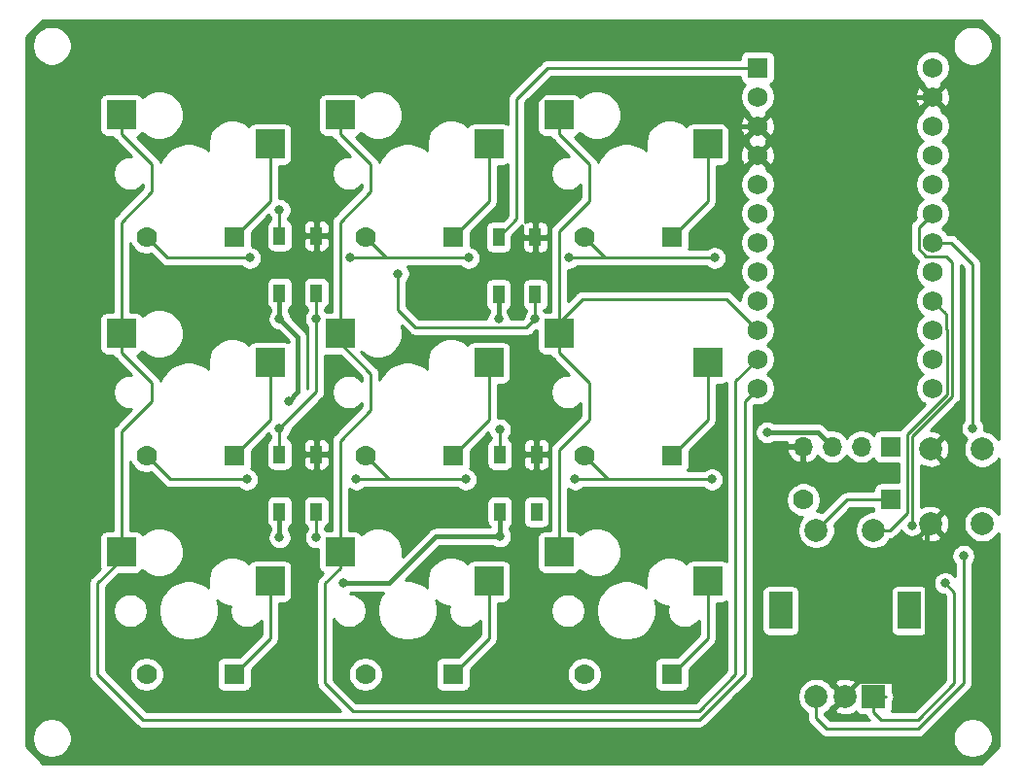
<source format=gtl>
G04 #@! TF.GenerationSoftware,KiCad,Pcbnew,(5.1.6-0-10_14)*
G04 #@! TF.CreationDate,2020-07-08T21:12:17-05:00*
G04 #@! TF.ProjectId,DoMo-pcb,446f4d6f-2d70-4636-922e-6b696361645f,rev?*
G04 #@! TF.SameCoordinates,Original*
G04 #@! TF.FileFunction,Copper,L1,Top*
G04 #@! TF.FilePolarity,Positive*
%FSLAX46Y46*%
G04 Gerber Fmt 4.6, Leading zero omitted, Abs format (unit mm)*
G04 Created by KiCad (PCBNEW (5.1.6-0-10_14)) date 2020-07-08 21:12:17*
%MOMM*%
%LPD*%
G01*
G04 APERTURE LIST*
G04 #@! TA.AperFunction,SMDPad,CuDef*
%ADD10R,2.550000X2.500000*%
G04 #@! TD*
G04 #@! TA.AperFunction,ComponentPad*
%ADD11R,1.752600X1.752600*%
G04 #@! TD*
G04 #@! TA.AperFunction,ComponentPad*
%ADD12C,1.752600*%
G04 #@! TD*
G04 #@! TA.AperFunction,ComponentPad*
%ADD13R,2.000000X2.000000*%
G04 #@! TD*
G04 #@! TA.AperFunction,ComponentPad*
%ADD14C,2.000000*%
G04 #@! TD*
G04 #@! TA.AperFunction,ComponentPad*
%ADD15R,2.000000X3.200000*%
G04 #@! TD*
G04 #@! TA.AperFunction,SMDPad,CuDef*
%ADD16R,1.000000X1.600000*%
G04 #@! TD*
G04 #@! TA.AperFunction,ComponentPad*
%ADD17O,1.700000X1.700000*%
G04 #@! TD*
G04 #@! TA.AperFunction,ComponentPad*
%ADD18R,1.700000X1.700000*%
G04 #@! TD*
G04 #@! TA.AperFunction,ComponentPad*
%ADD19R,1.778000X1.778000*%
G04 #@! TD*
G04 #@! TA.AperFunction,ComponentPad*
%ADD20C,1.778000*%
G04 #@! TD*
G04 #@! TA.AperFunction,ViaPad*
%ADD21C,0.800000*%
G04 #@! TD*
G04 #@! TA.AperFunction,Conductor*
%ADD22C,0.254000*%
G04 #@! TD*
G04 #@! TA.AperFunction,Conductor*
%ADD23C,0.381000*%
G04 #@! TD*
G04 APERTURE END LIST*
D10*
X211872500Y-85566250D03*
X198945500Y-83026250D03*
D11*
X235267500Y-59848750D03*
D12*
X235267500Y-62388750D03*
X235267500Y-64928750D03*
X235267500Y-67468750D03*
X235267500Y-70008750D03*
X235267500Y-72548750D03*
X235267500Y-75088750D03*
X235267500Y-77628750D03*
X235267500Y-80168750D03*
X235267500Y-82708750D03*
X235267500Y-85248750D03*
X250507500Y-87788750D03*
X250507500Y-85248750D03*
X250507500Y-82708750D03*
X250507500Y-80168750D03*
X250507500Y-77628750D03*
X250507500Y-75088750D03*
X250507500Y-72548750D03*
X250507500Y-70008750D03*
X250507500Y-67468750D03*
X250507500Y-64928750D03*
X250507500Y-62388750D03*
X235267500Y-87788750D03*
X250507500Y-59848750D03*
D10*
X192822500Y-104616250D03*
X179895500Y-102076250D03*
X211872500Y-104616250D03*
X198945500Y-102076250D03*
X230922500Y-104616250D03*
X217995500Y-102076250D03*
X192822500Y-85566250D03*
X179895500Y-83026250D03*
X230922500Y-85566250D03*
X217995500Y-83026250D03*
X192822500Y-66516250D03*
X179895500Y-63976250D03*
X211872500Y-66516250D03*
X198945500Y-63976250D03*
X230922500Y-66516250D03*
X217995500Y-63976250D03*
D13*
X245387500Y-114656250D03*
D14*
X242887500Y-114656250D03*
X240387500Y-114656250D03*
D15*
X248487500Y-107156250D03*
X237287500Y-107156250D03*
D14*
X245387500Y-100156250D03*
X240387500Y-100156250D03*
X250342400Y-93093400D03*
X254842400Y-93093400D03*
X250342400Y-99593400D03*
X254842400Y-99593400D03*
D16*
X212831250Y-98556250D03*
X216031250Y-98556250D03*
X212831250Y-93556250D03*
X216031250Y-93556250D03*
X193662500Y-98543750D03*
X196862500Y-98543750D03*
X193662500Y-93543750D03*
X196862500Y-93543750D03*
X193662500Y-79493750D03*
X196862500Y-79493750D03*
X193662500Y-74493750D03*
X196862500Y-74493750D03*
X215925000Y-74612500D03*
X212725000Y-74612500D03*
X215925000Y-79612500D03*
X212725000Y-79612500D03*
D17*
X239236250Y-92868750D03*
X241776250Y-92868750D03*
X244316250Y-92868750D03*
D18*
X246856250Y-92868750D03*
D19*
X189706250Y-112712500D03*
D20*
X182086250Y-112712500D03*
D19*
X208756250Y-112712500D03*
D20*
X201136250Y-112712500D03*
D19*
X227806250Y-112712500D03*
D20*
X220186250Y-112712500D03*
X239268000Y-97510600D03*
D19*
X246888000Y-97510600D03*
X189706250Y-93662500D03*
D20*
X182086250Y-93662500D03*
X201136250Y-93662500D03*
D19*
X208756250Y-93662500D03*
D20*
X220186250Y-93662500D03*
D19*
X227806250Y-93662500D03*
X189706250Y-74612500D03*
D20*
X182086250Y-74612500D03*
X201136250Y-74612500D03*
D19*
X208756250Y-74612500D03*
D20*
X220186250Y-74612500D03*
D19*
X227806250Y-74612500D03*
D21*
X231549551Y-76425449D03*
X218849551Y-76425449D03*
X210118301Y-76425449D03*
X199799551Y-76425449D03*
X191068301Y-76425449D03*
X190817500Y-95726250D03*
X200342500Y-95726250D03*
X209867500Y-95726250D03*
X219392500Y-95726250D03*
X231298750Y-95726250D03*
X212725000Y-81756250D03*
X193662500Y-81743750D03*
X193662500Y-100793750D03*
X212831250Y-100700000D03*
X194468750Y-88900000D03*
X199231250Y-104775000D03*
X236090749Y-91628249D03*
X216031250Y-91412500D03*
X196862500Y-91293750D03*
X196862500Y-72243750D03*
X215887500Y-72243750D03*
X216031250Y-85062500D03*
X193662500Y-72243750D03*
X215925000Y-81731250D03*
X203993750Y-77787500D03*
X193662500Y-91293750D03*
X196862500Y-81743750D03*
X212831250Y-91387500D03*
X196862500Y-100793750D03*
X253206250Y-102393750D03*
X254000000Y-91281250D03*
X251618750Y-104775000D03*
X248739010Y-99717240D03*
D22*
X230922500Y-71496250D02*
X227806250Y-74612500D01*
X230922500Y-66516250D02*
X230922500Y-71496250D01*
X210118301Y-76425449D02*
X199799551Y-76425449D01*
X183899199Y-76425449D02*
X182086250Y-74612500D01*
X191068301Y-76425449D02*
X183899199Y-76425449D01*
X201136250Y-74612500D02*
X202949199Y-76425449D01*
X221999199Y-76425449D02*
X222475449Y-76425449D01*
X220186250Y-74612500D02*
X221999199Y-76425449D01*
X222475449Y-76425449D02*
X218849551Y-76425449D01*
X231549551Y-76425449D02*
X222475449Y-76425449D01*
X202949199Y-76425449D02*
X202974551Y-76425449D01*
X211872500Y-71496250D02*
X208756250Y-74612500D01*
X211872500Y-66516250D02*
X211872500Y-71496250D01*
X192822500Y-71496250D02*
X189706250Y-74612500D01*
X192822500Y-66516250D02*
X192822500Y-71496250D01*
X230922500Y-90546250D02*
X227806250Y-93662500D01*
X230922500Y-85566250D02*
X230922500Y-90546250D01*
X184150000Y-95726250D02*
X190817500Y-95726250D01*
X182086250Y-93662500D02*
X184150000Y-95726250D01*
X220186250Y-93662500D02*
X222250000Y-95726250D01*
X203200000Y-95726250D02*
X203676250Y-95726250D01*
X201136250Y-93662500D02*
X203200000Y-95726250D01*
X203676250Y-95726250D02*
X209867500Y-95726250D01*
X200342500Y-95726250D02*
X203676250Y-95726250D01*
X231298750Y-95726250D02*
X219392500Y-95726250D01*
X211872500Y-90546250D02*
X208756250Y-93662500D01*
X211872500Y-85566250D02*
X211872500Y-90546250D01*
X192822500Y-90546250D02*
X189706250Y-93662500D01*
X192822500Y-85566250D02*
X192822500Y-90546250D01*
X243033150Y-97510600D02*
X240387500Y-100156250D01*
X246888000Y-97510600D02*
X243033150Y-97510600D01*
X230922500Y-109596250D02*
X227806250Y-112712500D01*
X230922500Y-104616250D02*
X230922500Y-109596250D01*
X211872500Y-109596250D02*
X208756250Y-112712500D01*
X211872500Y-104616250D02*
X211872500Y-109596250D01*
X192822500Y-109596250D02*
X189706250Y-112712500D01*
X192822500Y-104616250D02*
X192822500Y-109596250D01*
D23*
X212725000Y-79612500D02*
X212725000Y-81756250D01*
X193662500Y-79493750D02*
X193662500Y-81743750D01*
X193662500Y-98543750D02*
X193662500Y-100793750D01*
X212831250Y-98556250D02*
X212831250Y-100700000D01*
X212725000Y-81756250D02*
X212725000Y-81756250D01*
X193662500Y-81743750D02*
X193662500Y-81743750D01*
X193662500Y-100793750D02*
X193662500Y-100793750D01*
X212831250Y-100700000D02*
X212831250Y-100700000D01*
X193662500Y-81743750D02*
X194488001Y-82569251D01*
X194488001Y-82569251D02*
X195262500Y-83343750D01*
X195262500Y-83343750D02*
X195262500Y-88106250D01*
X195262500Y-88106250D02*
X194468750Y-88900000D01*
X194468750Y-88900000D02*
X194468750Y-88900000D01*
X212831250Y-100700000D02*
X207275000Y-100700000D01*
X207275000Y-100700000D02*
X203200000Y-104775000D01*
X203200000Y-104775000D02*
X199231250Y-104775000D01*
X199231250Y-104775000D02*
X199231250Y-104775000D01*
X240535749Y-91628249D02*
X236090749Y-91628249D01*
X241776250Y-92868750D02*
X240535749Y-91628249D01*
X236090749Y-91628249D02*
X236090749Y-91628249D01*
X244075099Y-113265749D02*
X248203249Y-113265749D01*
X242887500Y-114453348D02*
X244075099Y-113265749D01*
X242887500Y-114656250D02*
X242887500Y-114453348D01*
X248203249Y-113265749D02*
X250031250Y-111437748D01*
X216031250Y-93556250D02*
X216031250Y-91412500D01*
X196862500Y-93543750D02*
X196862500Y-91293750D01*
X196862500Y-74493750D02*
X196862500Y-72243750D01*
X216031250Y-91412500D02*
X216031250Y-91412500D01*
X196862500Y-91293750D02*
X196862500Y-91293750D01*
X196862500Y-72243750D02*
X196862500Y-72243750D01*
X215925000Y-74612500D02*
X215925000Y-72256250D01*
X215887500Y-62856348D02*
X217625098Y-61118750D01*
X215887500Y-72243750D02*
X215887500Y-62856348D01*
X216031250Y-91412500D02*
X216031250Y-85062500D01*
X216031250Y-85062500D02*
X216031250Y-85062500D01*
X250031250Y-99904550D02*
X250342400Y-99593400D01*
X250031250Y-111437748D02*
X250031250Y-99904550D01*
X217625098Y-61118750D02*
X231775000Y-61118750D01*
X231775000Y-61118750D02*
X231775000Y-63976250D01*
X235267500Y-64928750D02*
X232727500Y-64928750D01*
X232727500Y-64928750D02*
X235267500Y-67468750D01*
X231775000Y-63976250D02*
X232727500Y-64928750D01*
X237807500Y-62388750D02*
X235267500Y-64928750D01*
X250507500Y-62388750D02*
X237807500Y-62388750D01*
D22*
X217011250Y-59848750D02*
X214312500Y-62547500D01*
X214312500Y-73025000D02*
X212725000Y-74612500D01*
X214312500Y-62547500D02*
X214312500Y-73025000D01*
X235267500Y-59848750D02*
X217011250Y-59848750D01*
X193662500Y-74493750D02*
X193662500Y-72243750D01*
X193662500Y-72243750D02*
X193662500Y-72243750D01*
X215925000Y-79612500D02*
X215925000Y-81731250D01*
X215925000Y-81731250D02*
X215925000Y-81731250D01*
X215172999Y-82483251D02*
X205514501Y-82483251D01*
X215925000Y-81731250D02*
X215172999Y-82483251D01*
X205514501Y-82483251D02*
X203993750Y-80962500D01*
X203993750Y-80962500D02*
X203993750Y-77787500D01*
X203993750Y-77787500D02*
X203993750Y-77787500D01*
X193662500Y-93543750D02*
X193662500Y-91293750D01*
X196862500Y-79493750D02*
X196862500Y-81743750D01*
X193662500Y-91293750D02*
X193662500Y-91293750D01*
X196862500Y-81743750D02*
X196862500Y-81743750D01*
X196862500Y-88093750D02*
X196862500Y-81743750D01*
X193662500Y-91293750D02*
X196862500Y-88093750D01*
X196862500Y-98543750D02*
X196862500Y-100793750D01*
X212831250Y-93556250D02*
X212831250Y-91387500D01*
X212831250Y-91387500D02*
X212831250Y-91387500D01*
X196862500Y-100793750D02*
X196862500Y-100793750D01*
X245387500Y-100156250D02*
X246801713Y-100156250D01*
X246801713Y-100156250D02*
X248285000Y-98672963D01*
X248285000Y-91792136D02*
X251764800Y-88312336D01*
X248285000Y-98672963D02*
X248285000Y-91792136D01*
X251710801Y-81372051D02*
X251590175Y-81251425D01*
X251710801Y-82623001D02*
X251710801Y-81372051D01*
X251764800Y-82677000D02*
X251710801Y-82623001D01*
X251764800Y-88312336D02*
X251764800Y-82677000D01*
X251590175Y-81251425D02*
X250507500Y-80168750D01*
X240387500Y-116562500D02*
X240387500Y-114656250D01*
X249237500Y-117475000D02*
X241300000Y-117475000D01*
X253204249Y-113508251D02*
X249237500Y-117475000D01*
X253206250Y-76200000D02*
X253204249Y-76202001D01*
X252095000Y-75088750D02*
X253206250Y-76200000D01*
X241300000Y-117475000D02*
X240387500Y-116562500D01*
X250507500Y-75088750D02*
X252095000Y-75088750D01*
X253204249Y-113508251D02*
X253204249Y-102395751D01*
X253204249Y-102395751D02*
X253206250Y-102393750D01*
X253206250Y-102393750D02*
X253206250Y-102393750D01*
X253206250Y-76200000D02*
X254000000Y-76993750D01*
X254000000Y-76993750D02*
X254000000Y-91281250D01*
X254000000Y-91281250D02*
X254000000Y-91281250D01*
X245387500Y-114656250D02*
X246418750Y-114656250D01*
X249304199Y-73752051D02*
X250507500Y-72548750D01*
X249304199Y-75666335D02*
X249304199Y-73752051D01*
X249929915Y-76292051D02*
X249304199Y-75666335D01*
X251710801Y-76292051D02*
X249929915Y-76292051D01*
X245387500Y-116006250D02*
X246062500Y-116681250D01*
X249237500Y-116681250D02*
X252412500Y-113506250D01*
X246062500Y-116681250D02*
X249237500Y-116681250D01*
X245387500Y-114656250D02*
X245387500Y-116006250D01*
X252250575Y-76831825D02*
X252250574Y-88468628D01*
X252250574Y-88468628D02*
X248739010Y-91980192D01*
X252412500Y-113506250D02*
X252412500Y-105568750D01*
X252412500Y-105568750D02*
X251618750Y-104775000D01*
X251618750Y-104775000D02*
X251618750Y-104775000D01*
X252250575Y-76831825D02*
X251710801Y-76292051D01*
X248739010Y-91980192D02*
X248739010Y-99717240D01*
X248739010Y-99717240D02*
X248739010Y-99717240D01*
X217995500Y-63976250D02*
X217995500Y-65595500D01*
X217995500Y-65595500D02*
X220662500Y-68262500D01*
X220662500Y-68262500D02*
X220662500Y-71437500D01*
X217995500Y-74104500D02*
X217995500Y-83026250D01*
X220662500Y-71437500D02*
X217995500Y-74104500D01*
X220662500Y-90487500D02*
X217995500Y-93154500D01*
X217995500Y-93154500D02*
X217995500Y-102076250D01*
X220662500Y-87312500D02*
X220662500Y-90487500D01*
X217995500Y-84645500D02*
X220662500Y-87312500D01*
X217995500Y-83026250D02*
X217995500Y-84645500D01*
X235267500Y-82708750D02*
X232568750Y-80010000D01*
X232568750Y-80010000D02*
X220027500Y-80010000D01*
X217995500Y-82042000D02*
X217995500Y-83026250D01*
X220027500Y-80010000D02*
X217995500Y-82042000D01*
X198945500Y-63976250D02*
X198945500Y-65595500D01*
X198945500Y-65595500D02*
X201612500Y-68262500D01*
X201612500Y-68262500D02*
X201612500Y-70643750D01*
X198945500Y-73310750D02*
X198945500Y-83026250D01*
X201612500Y-70643750D02*
X198945500Y-73310750D01*
X198945500Y-83026250D02*
X198945500Y-83851750D01*
X198945500Y-83851750D02*
X201612500Y-86518750D01*
X201612500Y-86518750D02*
X201612500Y-89693750D01*
X198945500Y-92360750D02*
X198945500Y-102076250D01*
X201612500Y-89693750D02*
X198945500Y-92360750D01*
X235267500Y-85248750D02*
X233362500Y-87153750D01*
X198945500Y-102076250D02*
X198945500Y-103473250D01*
X198945500Y-103473250D02*
X197643750Y-104775000D01*
X197643750Y-104775000D02*
X197643750Y-113506250D01*
X197643750Y-113506250D02*
X200025000Y-115887500D01*
X200025000Y-115887500D02*
X230187500Y-115887500D01*
X233362500Y-112712500D02*
X233362500Y-87153750D01*
X230187500Y-115887500D02*
X233362500Y-112712500D01*
X179895500Y-63976250D02*
X179895500Y-65595500D01*
X179895500Y-65595500D02*
X182562500Y-68262500D01*
X182562500Y-68262500D02*
X182562500Y-70643750D01*
X179895500Y-73310750D02*
X179895500Y-83026250D01*
X182562500Y-70643750D02*
X179895500Y-73310750D01*
X179895500Y-83026250D02*
X179895500Y-84645500D01*
X179895500Y-84645500D02*
X182562500Y-87312500D01*
X182562500Y-87312500D02*
X182562500Y-88900000D01*
X179895500Y-91567000D02*
X179895500Y-102076250D01*
X182562500Y-88900000D02*
X179895500Y-91567000D01*
X235267500Y-87788750D02*
X234156250Y-88900000D01*
X234156250Y-88900000D02*
X234156250Y-112712500D01*
X234156250Y-112712500D02*
X230187500Y-116681250D01*
X230187500Y-116681250D02*
X181768750Y-116681250D01*
X181768750Y-116681250D02*
X177800000Y-112712500D01*
X179895500Y-102076250D02*
X179895500Y-102679500D01*
X179895500Y-102679500D02*
X177800000Y-104775000D01*
X177800000Y-104775000D02*
X177800000Y-112712500D01*
G36*
X256254250Y-57202606D02*
G01*
X256254250Y-92263461D01*
X256112387Y-92051148D01*
X255884652Y-91823413D01*
X255616863Y-91644482D01*
X255319312Y-91521232D01*
X255019408Y-91461578D01*
X255035000Y-91383189D01*
X255035000Y-91179311D01*
X254995226Y-90979352D01*
X254917205Y-90790994D01*
X254803937Y-90621476D01*
X254762000Y-90579539D01*
X254762000Y-77031172D01*
X254765686Y-76993749D01*
X254757721Y-76912881D01*
X254750974Y-76844372D01*
X254707402Y-76700735D01*
X254636645Y-76568358D01*
X254541422Y-76452328D01*
X254512353Y-76428472D01*
X253771533Y-75687653D01*
X253771529Y-75687648D01*
X253771522Y-75687641D01*
X253747671Y-75658579D01*
X253718609Y-75634728D01*
X252660284Y-74576404D01*
X252636422Y-74547328D01*
X252520392Y-74452105D01*
X252388015Y-74381348D01*
X252244378Y-74337776D01*
X252132426Y-74326750D01*
X252132423Y-74326750D01*
X252095000Y-74323064D01*
X252057577Y-74326750D01*
X251815973Y-74326750D01*
X251681404Y-74125352D01*
X251470898Y-73914846D01*
X251327080Y-73818750D01*
X251470898Y-73722654D01*
X251681404Y-73512148D01*
X251846797Y-73264619D01*
X251960722Y-72989580D01*
X252018800Y-72697600D01*
X252018800Y-72399900D01*
X251960722Y-72107920D01*
X251846797Y-71832881D01*
X251681404Y-71585352D01*
X251470898Y-71374846D01*
X251327080Y-71278750D01*
X251470898Y-71182654D01*
X251681404Y-70972148D01*
X251846797Y-70724619D01*
X251960722Y-70449580D01*
X252018800Y-70157600D01*
X252018800Y-69859900D01*
X251960722Y-69567920D01*
X251846797Y-69292881D01*
X251681404Y-69045352D01*
X251470898Y-68834846D01*
X251327080Y-68738750D01*
X251470898Y-68642654D01*
X251681404Y-68432148D01*
X251846797Y-68184619D01*
X251960722Y-67909580D01*
X252018800Y-67617600D01*
X252018800Y-67319900D01*
X251960722Y-67027920D01*
X251846797Y-66752881D01*
X251681404Y-66505352D01*
X251470898Y-66294846D01*
X251327080Y-66198750D01*
X251470898Y-66102654D01*
X251681404Y-65892148D01*
X251846797Y-65644619D01*
X251960722Y-65369580D01*
X252018800Y-65077600D01*
X252018800Y-64779900D01*
X251960722Y-64487920D01*
X251846797Y-64212881D01*
X251681404Y-63965352D01*
X251470898Y-63754846D01*
X251307691Y-63645795D01*
X251375063Y-63435919D01*
X250507500Y-62568355D01*
X249639937Y-63435919D01*
X249707309Y-63645795D01*
X249544102Y-63754846D01*
X249333596Y-63965352D01*
X249168203Y-64212881D01*
X249054278Y-64487920D01*
X248996200Y-64779900D01*
X248996200Y-65077600D01*
X249054278Y-65369580D01*
X249168203Y-65644619D01*
X249333596Y-65892148D01*
X249544102Y-66102654D01*
X249687920Y-66198750D01*
X249544102Y-66294846D01*
X249333596Y-66505352D01*
X249168203Y-66752881D01*
X249054278Y-67027920D01*
X248996200Y-67319900D01*
X248996200Y-67617600D01*
X249054278Y-67909580D01*
X249168203Y-68184619D01*
X249333596Y-68432148D01*
X249544102Y-68642654D01*
X249687920Y-68738750D01*
X249544102Y-68834846D01*
X249333596Y-69045352D01*
X249168203Y-69292881D01*
X249054278Y-69567920D01*
X248996200Y-69859900D01*
X248996200Y-70157600D01*
X249054278Y-70449580D01*
X249168203Y-70724619D01*
X249333596Y-70972148D01*
X249544102Y-71182654D01*
X249687920Y-71278750D01*
X249544102Y-71374846D01*
X249333596Y-71585352D01*
X249168203Y-71832881D01*
X249054278Y-72107920D01*
X248996200Y-72399900D01*
X248996200Y-72697600D01*
X249043454Y-72935166D01*
X248791848Y-73186772D01*
X248762778Y-73210629D01*
X248738921Y-73239699D01*
X248738920Y-73239700D01*
X248667554Y-73326659D01*
X248596798Y-73459036D01*
X248553226Y-73602673D01*
X248538513Y-73752051D01*
X248542200Y-73789484D01*
X248542199Y-75628911D01*
X248538513Y-75666335D01*
X248542199Y-75703758D01*
X248542199Y-75703760D01*
X248553225Y-75815712D01*
X248596797Y-75959349D01*
X248618556Y-76000057D01*
X248667554Y-76091727D01*
X248694387Y-76124423D01*
X248762777Y-76207757D01*
X248791852Y-76231618D01*
X249290333Y-76730100D01*
X249168203Y-76912881D01*
X249054278Y-77187920D01*
X248996200Y-77479900D01*
X248996200Y-77777600D01*
X249054278Y-78069580D01*
X249168203Y-78344619D01*
X249333596Y-78592148D01*
X249544102Y-78802654D01*
X249687920Y-78898750D01*
X249544102Y-78994846D01*
X249333596Y-79205352D01*
X249168203Y-79452881D01*
X249054278Y-79727920D01*
X248996200Y-80019900D01*
X248996200Y-80317600D01*
X249054278Y-80609580D01*
X249168203Y-80884619D01*
X249333596Y-81132148D01*
X249544102Y-81342654D01*
X249687920Y-81438750D01*
X249544102Y-81534846D01*
X249333596Y-81745352D01*
X249168203Y-81992881D01*
X249054278Y-82267920D01*
X248996200Y-82559900D01*
X248996200Y-82857600D01*
X249054278Y-83149580D01*
X249168203Y-83424619D01*
X249333596Y-83672148D01*
X249544102Y-83882654D01*
X249687920Y-83978750D01*
X249544102Y-84074846D01*
X249333596Y-84285352D01*
X249168203Y-84532881D01*
X249054278Y-84807920D01*
X248996200Y-85099900D01*
X248996200Y-85397600D01*
X249054278Y-85689580D01*
X249168203Y-85964619D01*
X249333596Y-86212148D01*
X249544102Y-86422654D01*
X249687920Y-86518750D01*
X249544102Y-86614846D01*
X249333596Y-86825352D01*
X249168203Y-87072881D01*
X249054278Y-87347920D01*
X248996200Y-87639900D01*
X248996200Y-87937600D01*
X249054278Y-88229580D01*
X249168203Y-88504619D01*
X249333596Y-88752148D01*
X249544102Y-88962654D01*
X249791631Y-89128047D01*
X249848077Y-89151428D01*
X247772649Y-91226857D01*
X247743579Y-91250714D01*
X247719722Y-91279784D01*
X247719721Y-91279785D01*
X247648355Y-91366744D01*
X247640907Y-91380678D01*
X246006250Y-91380678D01*
X245881768Y-91392938D01*
X245762070Y-91429248D01*
X245651756Y-91488213D01*
X245555065Y-91567565D01*
X245475713Y-91664256D01*
X245416748Y-91774570D01*
X245394737Y-91847130D01*
X245262882Y-91715275D01*
X245019661Y-91552760D01*
X244749408Y-91440818D01*
X244462510Y-91383750D01*
X244169990Y-91383750D01*
X243883092Y-91440818D01*
X243612839Y-91552760D01*
X243369618Y-91715275D01*
X243162775Y-91922118D01*
X243046250Y-92096510D01*
X242929725Y-91922118D01*
X242722882Y-91715275D01*
X242479661Y-91552760D01*
X242209408Y-91440818D01*
X241922510Y-91383750D01*
X241629990Y-91383750D01*
X241487104Y-91412172D01*
X241148147Y-91073215D01*
X241122290Y-91041708D01*
X240996591Y-90938550D01*
X240853183Y-90861896D01*
X240697575Y-90814693D01*
X240576302Y-90802749D01*
X240576299Y-90802749D01*
X240535749Y-90798755D01*
X240495199Y-90802749D01*
X236718252Y-90802749D01*
X236581005Y-90711044D01*
X236392647Y-90633023D01*
X236192688Y-90593249D01*
X235988810Y-90593249D01*
X235788851Y-90633023D01*
X235600493Y-90711044D01*
X235430975Y-90824312D01*
X235286812Y-90968475D01*
X235173544Y-91137993D01*
X235095523Y-91326351D01*
X235055749Y-91526310D01*
X235055749Y-91730188D01*
X235095523Y-91930147D01*
X235173544Y-92118505D01*
X235286812Y-92288023D01*
X235430975Y-92432186D01*
X235600493Y-92545454D01*
X235788851Y-92623475D01*
X235988810Y-92663249D01*
X236192688Y-92663249D01*
X236392647Y-92623475D01*
X236581005Y-92545454D01*
X236718252Y-92453749D01*
X237815382Y-92453749D01*
X237794769Y-92511859D01*
X237915436Y-92741750D01*
X239109250Y-92741750D01*
X239109250Y-92721750D01*
X239363250Y-92721750D01*
X239363250Y-92741750D01*
X239383250Y-92741750D01*
X239383250Y-92995750D01*
X239363250Y-92995750D01*
X239363250Y-94188905D01*
X239593140Y-94310226D01*
X239740349Y-94265575D01*
X240003170Y-94140391D01*
X240236519Y-93966338D01*
X240431428Y-93750105D01*
X240501055Y-93633216D01*
X240622775Y-93815382D01*
X240829618Y-94022225D01*
X241072839Y-94184740D01*
X241343092Y-94296682D01*
X241629990Y-94353750D01*
X241922510Y-94353750D01*
X242209408Y-94296682D01*
X242479661Y-94184740D01*
X242722882Y-94022225D01*
X242929725Y-93815382D01*
X243046250Y-93640990D01*
X243162775Y-93815382D01*
X243369618Y-94022225D01*
X243612839Y-94184740D01*
X243883092Y-94296682D01*
X244169990Y-94353750D01*
X244462510Y-94353750D01*
X244749408Y-94296682D01*
X245019661Y-94184740D01*
X245262882Y-94022225D01*
X245394737Y-93890370D01*
X245416748Y-93962930D01*
X245475713Y-94073244D01*
X245555065Y-94169935D01*
X245651756Y-94249287D01*
X245762070Y-94308252D01*
X245881768Y-94344562D01*
X246006250Y-94356822D01*
X247523001Y-94356822D01*
X247523000Y-95983528D01*
X245999000Y-95983528D01*
X245874518Y-95995788D01*
X245754820Y-96032098D01*
X245644506Y-96091063D01*
X245547815Y-96170415D01*
X245468463Y-96267106D01*
X245409498Y-96377420D01*
X245373188Y-96497118D01*
X245360928Y-96621600D01*
X245360928Y-96748600D01*
X243070572Y-96748600D01*
X243033149Y-96744914D01*
X242995726Y-96748600D01*
X242995724Y-96748600D01*
X242883772Y-96759626D01*
X242740135Y-96803198D01*
X242607758Y-96873955D01*
X242491728Y-96969178D01*
X242467871Y-96998248D01*
X240876875Y-98589244D01*
X240864412Y-98584082D01*
X240548533Y-98521250D01*
X240412611Y-98521250D01*
X240451768Y-98482093D01*
X240618551Y-98232485D01*
X240733434Y-97955134D01*
X240792000Y-97660701D01*
X240792000Y-97360499D01*
X240733434Y-97066066D01*
X240618551Y-96788715D01*
X240451768Y-96539107D01*
X240239493Y-96326832D01*
X239989885Y-96160049D01*
X239712534Y-96045166D01*
X239418101Y-95986600D01*
X239117899Y-95986600D01*
X238823466Y-96045166D01*
X238546115Y-96160049D01*
X238296507Y-96326832D01*
X238084232Y-96539107D01*
X237917449Y-96788715D01*
X237802566Y-97066066D01*
X237744000Y-97360499D01*
X237744000Y-97660701D01*
X237802566Y-97955134D01*
X237917449Y-98232485D01*
X238084232Y-98482093D01*
X238296507Y-98694368D01*
X238546115Y-98861151D01*
X238823466Y-98976034D01*
X239117899Y-99034600D01*
X239196911Y-99034600D01*
X239117513Y-99113998D01*
X238938582Y-99381787D01*
X238815332Y-99679338D01*
X238752500Y-99995217D01*
X238752500Y-100317283D01*
X238815332Y-100633162D01*
X238938582Y-100930713D01*
X239117513Y-101198502D01*
X239345248Y-101426237D01*
X239613037Y-101605168D01*
X239910588Y-101728418D01*
X240226467Y-101791250D01*
X240548533Y-101791250D01*
X240864412Y-101728418D01*
X241161963Y-101605168D01*
X241429752Y-101426237D01*
X241657487Y-101198502D01*
X241836418Y-100930713D01*
X241959668Y-100633162D01*
X242022500Y-100317283D01*
X242022500Y-99995217D01*
X241959668Y-99679338D01*
X241954506Y-99666875D01*
X243348781Y-98272600D01*
X245360928Y-98272600D01*
X245360928Y-98399600D01*
X245372909Y-98521250D01*
X245226467Y-98521250D01*
X244910588Y-98584082D01*
X244613037Y-98707332D01*
X244345248Y-98886263D01*
X244117513Y-99113998D01*
X243938582Y-99381787D01*
X243815332Y-99679338D01*
X243752500Y-99995217D01*
X243752500Y-100317283D01*
X243815332Y-100633162D01*
X243938582Y-100930713D01*
X244117513Y-101198502D01*
X244345248Y-101426237D01*
X244613037Y-101605168D01*
X244910588Y-101728418D01*
X245226467Y-101791250D01*
X245548533Y-101791250D01*
X245864412Y-101728418D01*
X246161963Y-101605168D01*
X246429752Y-101426237D01*
X246657487Y-101198502D01*
X246836418Y-100930713D01*
X246841684Y-100917999D01*
X246951091Y-100907224D01*
X247094728Y-100863652D01*
X247227105Y-100792895D01*
X247343135Y-100697672D01*
X247366997Y-100668596D01*
X247824325Y-100211268D01*
X247935073Y-100377014D01*
X248079236Y-100521177D01*
X248248754Y-100634445D01*
X248437112Y-100712466D01*
X248637071Y-100752240D01*
X248840949Y-100752240D01*
X248958725Y-100728813D01*
X249386592Y-100728813D01*
X249482356Y-100993214D01*
X249771971Y-101134104D01*
X250083508Y-101215784D01*
X250404995Y-101235118D01*
X250724075Y-101191361D01*
X251028488Y-101086195D01*
X251202444Y-100993214D01*
X251298208Y-100728813D01*
X250342400Y-99773005D01*
X249386592Y-100728813D01*
X248958725Y-100728813D01*
X249040908Y-100712466D01*
X249229266Y-100634445D01*
X249398784Y-100521177D01*
X249542947Y-100377014D01*
X249656215Y-100207496D01*
X249732241Y-100023954D01*
X250162795Y-99593400D01*
X250522005Y-99593400D01*
X251477813Y-100549208D01*
X251742214Y-100453444D01*
X251883104Y-100163829D01*
X251964784Y-99852292D01*
X251984118Y-99530805D01*
X251940361Y-99211725D01*
X251835195Y-98907312D01*
X251742214Y-98733356D01*
X251477813Y-98637592D01*
X250522005Y-99593400D01*
X250162795Y-99593400D01*
X250148653Y-99579258D01*
X250328258Y-99399653D01*
X250342400Y-99413795D01*
X251298208Y-98457987D01*
X251202444Y-98193586D01*
X250912829Y-98052696D01*
X250601292Y-97971016D01*
X250279805Y-97951682D01*
X249960725Y-97995439D01*
X249656312Y-98100605D01*
X249501010Y-98183615D01*
X249501010Y-94502289D01*
X249771971Y-94634104D01*
X250083508Y-94715784D01*
X250404995Y-94735118D01*
X250724075Y-94691361D01*
X251028488Y-94586195D01*
X251202444Y-94493214D01*
X251298208Y-94228813D01*
X250342400Y-93273005D01*
X250328258Y-93287148D01*
X250148653Y-93107543D01*
X250162795Y-93093400D01*
X250522005Y-93093400D01*
X251477813Y-94049208D01*
X251742214Y-93953444D01*
X251883104Y-93663829D01*
X251964784Y-93352292D01*
X251984118Y-93030805D01*
X251940361Y-92711725D01*
X251835195Y-92407312D01*
X251742214Y-92233356D01*
X251477813Y-92137592D01*
X250522005Y-93093400D01*
X250162795Y-93093400D01*
X250148653Y-93079258D01*
X250328258Y-92899653D01*
X250342400Y-92913795D01*
X251298208Y-91957987D01*
X251202444Y-91693586D01*
X250912829Y-91552696D01*
X250601292Y-91471016D01*
X250341443Y-91455389D01*
X252762930Y-89033903D01*
X252791995Y-89010050D01*
X252815848Y-88980985D01*
X252815853Y-88980980D01*
X252887218Y-88894021D01*
X252957975Y-88761645D01*
X253001547Y-88618007D01*
X253016260Y-88468629D01*
X253012573Y-88431196D01*
X253012575Y-77083955D01*
X253238000Y-77309381D01*
X253238001Y-90579538D01*
X253196063Y-90621476D01*
X253082795Y-90790994D01*
X253004774Y-90979352D01*
X252965000Y-91179311D01*
X252965000Y-91383189D01*
X253004774Y-91583148D01*
X253082795Y-91771506D01*
X253196063Y-91941024D01*
X253340226Y-92085187D01*
X253485023Y-92181937D01*
X253393482Y-92318937D01*
X253270232Y-92616488D01*
X253207400Y-92932367D01*
X253207400Y-93254433D01*
X253270232Y-93570312D01*
X253393482Y-93867863D01*
X253572413Y-94135652D01*
X253800148Y-94363387D01*
X254067937Y-94542318D01*
X254365488Y-94665568D01*
X254681367Y-94728400D01*
X255003433Y-94728400D01*
X255319312Y-94665568D01*
X255616863Y-94542318D01*
X255884652Y-94363387D01*
X256112387Y-94135652D01*
X256254250Y-93923339D01*
X256254250Y-98763461D01*
X256112387Y-98551148D01*
X255884652Y-98323413D01*
X255616863Y-98144482D01*
X255319312Y-98021232D01*
X255003433Y-97958400D01*
X254681367Y-97958400D01*
X254365488Y-98021232D01*
X254067937Y-98144482D01*
X253800148Y-98323413D01*
X253572413Y-98551148D01*
X253393482Y-98818937D01*
X253270232Y-99116488D01*
X253207400Y-99432367D01*
X253207400Y-99754433D01*
X253270232Y-100070312D01*
X253393482Y-100367863D01*
X253572413Y-100635652D01*
X253800148Y-100863387D01*
X254067937Y-101042318D01*
X254365488Y-101165568D01*
X254681367Y-101228400D01*
X255003433Y-101228400D01*
X255319312Y-101165568D01*
X255616863Y-101042318D01*
X255884652Y-100863387D01*
X256112387Y-100635652D01*
X256254250Y-100423339D01*
X256254250Y-119009894D01*
X254741144Y-120523000D01*
X173090106Y-120523000D01*
X171577000Y-119009894D01*
X171577000Y-118097867D01*
X172096250Y-118097867D01*
X172096250Y-118439633D01*
X172162925Y-118774831D01*
X172293713Y-119090581D01*
X172483587Y-119374748D01*
X172725252Y-119616413D01*
X173009419Y-119806287D01*
X173325169Y-119937075D01*
X173660367Y-120003750D01*
X174002133Y-120003750D01*
X174337331Y-119937075D01*
X174653081Y-119806287D01*
X174937248Y-119616413D01*
X175178913Y-119374748D01*
X175368787Y-119090581D01*
X175499575Y-118774831D01*
X175566250Y-118439633D01*
X175566250Y-118097867D01*
X175499575Y-117762669D01*
X175368787Y-117446919D01*
X175178913Y-117162752D01*
X174937248Y-116921087D01*
X174653081Y-116731213D01*
X174337331Y-116600425D01*
X174002133Y-116533750D01*
X173660367Y-116533750D01*
X173325169Y-116600425D01*
X173009419Y-116731213D01*
X172725252Y-116921087D01*
X172483587Y-117162752D01*
X172293713Y-117446919D01*
X172162925Y-117762669D01*
X172096250Y-118097867D01*
X171577000Y-118097867D01*
X171577000Y-104775000D01*
X177034314Y-104775000D01*
X177038000Y-104812423D01*
X177038001Y-112675067D01*
X177034314Y-112712500D01*
X177049027Y-112861878D01*
X177092599Y-113005515D01*
X177163355Y-113137892D01*
X177225188Y-113213235D01*
X177258579Y-113253922D01*
X177287649Y-113277779D01*
X181203471Y-117193602D01*
X181227328Y-117222672D01*
X181343358Y-117317895D01*
X181475735Y-117388652D01*
X181619372Y-117432224D01*
X181731324Y-117443250D01*
X181731326Y-117443250D01*
X181768749Y-117446936D01*
X181806172Y-117443250D01*
X230150077Y-117443250D01*
X230187500Y-117446936D01*
X230224923Y-117443250D01*
X230224926Y-117443250D01*
X230336878Y-117432224D01*
X230480515Y-117388652D01*
X230612892Y-117317895D01*
X230728922Y-117222672D01*
X230752784Y-117193596D01*
X233451163Y-114495217D01*
X238752500Y-114495217D01*
X238752500Y-114817283D01*
X238815332Y-115133162D01*
X238938582Y-115430713D01*
X239117513Y-115698502D01*
X239345248Y-115926237D01*
X239613037Y-116105168D01*
X239625500Y-116110330D01*
X239625500Y-116525076D01*
X239621814Y-116562500D01*
X239625500Y-116599923D01*
X239625500Y-116599925D01*
X239636526Y-116711877D01*
X239680098Y-116855514D01*
X239680099Y-116855515D01*
X239750855Y-116987892D01*
X239790483Y-117036178D01*
X239846078Y-117103922D01*
X239875154Y-117127784D01*
X240734721Y-117987351D01*
X240758578Y-118016422D01*
X240787648Y-118040279D01*
X240874607Y-118111645D01*
X240945364Y-118149465D01*
X241006985Y-118182402D01*
X241150622Y-118225974D01*
X241262574Y-118237000D01*
X241262577Y-118237000D01*
X241300000Y-118240686D01*
X241337423Y-118237000D01*
X249200077Y-118237000D01*
X249237500Y-118240686D01*
X249274923Y-118237000D01*
X249274926Y-118237000D01*
X249386878Y-118225974D01*
X249530515Y-118182402D01*
X249662892Y-118111645D01*
X249679680Y-118097867D01*
X252265000Y-118097867D01*
X252265000Y-118439633D01*
X252331675Y-118774831D01*
X252462463Y-119090581D01*
X252652337Y-119374748D01*
X252894002Y-119616413D01*
X253178169Y-119806287D01*
X253493919Y-119937075D01*
X253829117Y-120003750D01*
X254170883Y-120003750D01*
X254506081Y-119937075D01*
X254821831Y-119806287D01*
X255105998Y-119616413D01*
X255347663Y-119374748D01*
X255537537Y-119090581D01*
X255668325Y-118774831D01*
X255735000Y-118439633D01*
X255735000Y-118097867D01*
X255668325Y-117762669D01*
X255537537Y-117446919D01*
X255347663Y-117162752D01*
X255105998Y-116921087D01*
X254821831Y-116731213D01*
X254506081Y-116600425D01*
X254170883Y-116533750D01*
X253829117Y-116533750D01*
X253493919Y-116600425D01*
X253178169Y-116731213D01*
X252894002Y-116921087D01*
X252652337Y-117162752D01*
X252462463Y-117446919D01*
X252331675Y-117762669D01*
X252265000Y-118097867D01*
X249679680Y-118097867D01*
X249778922Y-118016422D01*
X249802784Y-117987346D01*
X253716602Y-114073529D01*
X253745671Y-114049673D01*
X253840894Y-113933643D01*
X253911651Y-113801266D01*
X253955223Y-113657629D01*
X253966249Y-113545677D01*
X253966249Y-113545675D01*
X253969935Y-113508252D01*
X253966249Y-113470829D01*
X253966249Y-103097462D01*
X254010187Y-103053524D01*
X254123455Y-102884006D01*
X254201476Y-102695648D01*
X254241250Y-102495689D01*
X254241250Y-102291811D01*
X254201476Y-102091852D01*
X254123455Y-101903494D01*
X254010187Y-101733976D01*
X253866024Y-101589813D01*
X253696506Y-101476545D01*
X253508148Y-101398524D01*
X253308189Y-101358750D01*
X253104311Y-101358750D01*
X252904352Y-101398524D01*
X252715994Y-101476545D01*
X252546476Y-101589813D01*
X252402313Y-101733976D01*
X252289045Y-101903494D01*
X252211024Y-102091852D01*
X252171250Y-102291811D01*
X252171250Y-102495689D01*
X252211024Y-102695648D01*
X252289045Y-102884006D01*
X252402313Y-103053524D01*
X252442250Y-103093461D01*
X252442250Y-104144504D01*
X252422687Y-104115226D01*
X252278524Y-103971063D01*
X252109006Y-103857795D01*
X251920648Y-103779774D01*
X251720689Y-103740000D01*
X251516811Y-103740000D01*
X251316852Y-103779774D01*
X251128494Y-103857795D01*
X250958976Y-103971063D01*
X250814813Y-104115226D01*
X250701545Y-104284744D01*
X250623524Y-104473102D01*
X250583750Y-104673061D01*
X250583750Y-104876939D01*
X250623524Y-105076898D01*
X250701545Y-105265256D01*
X250814813Y-105434774D01*
X250958976Y-105578937D01*
X251128494Y-105692205D01*
X251316852Y-105770226D01*
X251516811Y-105810000D01*
X251576119Y-105810000D01*
X251650501Y-105884382D01*
X251650500Y-113190619D01*
X248921870Y-115919250D01*
X246966942Y-115919250D01*
X246977002Y-115900430D01*
X247013312Y-115780732D01*
X247025572Y-115656250D01*
X247025572Y-115117982D01*
X247055395Y-115081642D01*
X247126152Y-114949265D01*
X247169724Y-114805628D01*
X247184436Y-114656250D01*
X247169724Y-114506872D01*
X247126152Y-114363235D01*
X247055395Y-114230858D01*
X247025572Y-114194518D01*
X247025572Y-113656250D01*
X247013312Y-113531768D01*
X246977002Y-113412070D01*
X246918037Y-113301756D01*
X246838685Y-113205065D01*
X246741994Y-113125713D01*
X246631680Y-113066748D01*
X246511982Y-113030438D01*
X246387500Y-113018178D01*
X244387500Y-113018178D01*
X244263018Y-113030438D01*
X244143320Y-113066748D01*
X244033006Y-113125713D01*
X243936315Y-113205065D01*
X243856963Y-113301756D01*
X243801524Y-113405473D01*
X243747544Y-113256436D01*
X243457929Y-113115546D01*
X243146392Y-113033866D01*
X242824905Y-113014532D01*
X242505825Y-113058289D01*
X242201412Y-113163455D01*
X242027456Y-113256436D01*
X241931692Y-113520837D01*
X242887500Y-114476645D01*
X242901643Y-114462503D01*
X243081248Y-114642108D01*
X243067105Y-114656250D01*
X243081248Y-114670393D01*
X242901643Y-114849998D01*
X242887500Y-114835855D01*
X241931692Y-115791663D01*
X242027456Y-116056064D01*
X242317071Y-116196954D01*
X242628608Y-116278634D01*
X242950095Y-116297968D01*
X243269175Y-116254211D01*
X243573588Y-116149045D01*
X243747544Y-116056064D01*
X243801524Y-115907027D01*
X243856963Y-116010744D01*
X243936315Y-116107435D01*
X244033006Y-116186787D01*
X244143320Y-116245752D01*
X244263018Y-116282062D01*
X244387500Y-116294322D01*
X244678600Y-116294322D01*
X244680099Y-116299265D01*
X244750855Y-116431642D01*
X244822221Y-116518601D01*
X244846079Y-116547672D01*
X244875149Y-116571529D01*
X245016620Y-116713000D01*
X241615631Y-116713000D01*
X241149500Y-116246870D01*
X241149500Y-116110330D01*
X241161963Y-116105168D01*
X241429752Y-115926237D01*
X241657487Y-115698502D01*
X241722425Y-115601315D01*
X241752087Y-115612058D01*
X242707895Y-114656250D01*
X241752087Y-113700442D01*
X241722425Y-113711185D01*
X241657487Y-113613998D01*
X241429752Y-113386263D01*
X241161963Y-113207332D01*
X240864412Y-113084082D01*
X240548533Y-113021250D01*
X240226467Y-113021250D01*
X239910588Y-113084082D01*
X239613037Y-113207332D01*
X239345248Y-113386263D01*
X239117513Y-113613998D01*
X238938582Y-113881787D01*
X238815332Y-114179338D01*
X238752500Y-114495217D01*
X233451163Y-114495217D01*
X234668602Y-113277779D01*
X234697672Y-113253922D01*
X234792895Y-113137892D01*
X234863652Y-113005515D01*
X234907224Y-112861878D01*
X234918250Y-112749926D01*
X234918250Y-112749924D01*
X234921936Y-112712501D01*
X234918250Y-112675078D01*
X234918250Y-105556250D01*
X235649428Y-105556250D01*
X235649428Y-108756250D01*
X235661688Y-108880732D01*
X235697998Y-109000430D01*
X235756963Y-109110744D01*
X235836315Y-109207435D01*
X235933006Y-109286787D01*
X236043320Y-109345752D01*
X236163018Y-109382062D01*
X236287500Y-109394322D01*
X238287500Y-109394322D01*
X238411982Y-109382062D01*
X238531680Y-109345752D01*
X238641994Y-109286787D01*
X238738685Y-109207435D01*
X238818037Y-109110744D01*
X238877002Y-109000430D01*
X238913312Y-108880732D01*
X238925572Y-108756250D01*
X238925572Y-105556250D01*
X246849428Y-105556250D01*
X246849428Y-108756250D01*
X246861688Y-108880732D01*
X246897998Y-109000430D01*
X246956963Y-109110744D01*
X247036315Y-109207435D01*
X247133006Y-109286787D01*
X247243320Y-109345752D01*
X247363018Y-109382062D01*
X247487500Y-109394322D01*
X249487500Y-109394322D01*
X249611982Y-109382062D01*
X249731680Y-109345752D01*
X249841994Y-109286787D01*
X249938685Y-109207435D01*
X250018037Y-109110744D01*
X250077002Y-109000430D01*
X250113312Y-108880732D01*
X250125572Y-108756250D01*
X250125572Y-105556250D01*
X250113312Y-105431768D01*
X250077002Y-105312070D01*
X250018037Y-105201756D01*
X249938685Y-105105065D01*
X249841994Y-105025713D01*
X249731680Y-104966748D01*
X249611982Y-104930438D01*
X249487500Y-104918178D01*
X247487500Y-104918178D01*
X247363018Y-104930438D01*
X247243320Y-104966748D01*
X247133006Y-105025713D01*
X247036315Y-105105065D01*
X246956963Y-105201756D01*
X246897998Y-105312070D01*
X246861688Y-105431768D01*
X246849428Y-105556250D01*
X238925572Y-105556250D01*
X238913312Y-105431768D01*
X238877002Y-105312070D01*
X238818037Y-105201756D01*
X238738685Y-105105065D01*
X238641994Y-105025713D01*
X238531680Y-104966748D01*
X238411982Y-104930438D01*
X238287500Y-104918178D01*
X236287500Y-104918178D01*
X236163018Y-104930438D01*
X236043320Y-104966748D01*
X235933006Y-105025713D01*
X235836315Y-105105065D01*
X235756963Y-105201756D01*
X235697998Y-105312070D01*
X235661688Y-105431768D01*
X235649428Y-105556250D01*
X234918250Y-105556250D01*
X234918250Y-93225641D01*
X237794769Y-93225641D01*
X237892093Y-93500002D01*
X238041072Y-93750105D01*
X238235981Y-93966338D01*
X238469330Y-94140391D01*
X238732151Y-94265575D01*
X238879360Y-94310226D01*
X239109250Y-94188905D01*
X239109250Y-92995750D01*
X237915436Y-92995750D01*
X237794769Y-93225641D01*
X234918250Y-93225641D01*
X234918250Y-89260188D01*
X235118650Y-89300050D01*
X235416350Y-89300050D01*
X235708330Y-89241972D01*
X235983369Y-89128047D01*
X236230898Y-88962654D01*
X236441404Y-88752148D01*
X236606797Y-88504619D01*
X236720722Y-88229580D01*
X236778800Y-87937600D01*
X236778800Y-87639900D01*
X236720722Y-87347920D01*
X236606797Y-87072881D01*
X236441404Y-86825352D01*
X236230898Y-86614846D01*
X236087080Y-86518750D01*
X236230898Y-86422654D01*
X236441404Y-86212148D01*
X236606797Y-85964619D01*
X236720722Y-85689580D01*
X236778800Y-85397600D01*
X236778800Y-85099900D01*
X236720722Y-84807920D01*
X236606797Y-84532881D01*
X236441404Y-84285352D01*
X236230898Y-84074846D01*
X236087080Y-83978750D01*
X236230898Y-83882654D01*
X236441404Y-83672148D01*
X236606797Y-83424619D01*
X236720722Y-83149580D01*
X236778800Y-82857600D01*
X236778800Y-82559900D01*
X236720722Y-82267920D01*
X236606797Y-81992881D01*
X236441404Y-81745352D01*
X236230898Y-81534846D01*
X236087080Y-81438750D01*
X236230898Y-81342654D01*
X236441404Y-81132148D01*
X236606797Y-80884619D01*
X236720722Y-80609580D01*
X236778800Y-80317600D01*
X236778800Y-80019900D01*
X236720722Y-79727920D01*
X236606797Y-79452881D01*
X236441404Y-79205352D01*
X236230898Y-78994846D01*
X236087080Y-78898750D01*
X236230898Y-78802654D01*
X236441404Y-78592148D01*
X236606797Y-78344619D01*
X236720722Y-78069580D01*
X236778800Y-77777600D01*
X236778800Y-77479900D01*
X236720722Y-77187920D01*
X236606797Y-76912881D01*
X236441404Y-76665352D01*
X236230898Y-76454846D01*
X236087080Y-76358750D01*
X236230898Y-76262654D01*
X236441404Y-76052148D01*
X236606797Y-75804619D01*
X236720722Y-75529580D01*
X236778800Y-75237600D01*
X236778800Y-74939900D01*
X236720722Y-74647920D01*
X236606797Y-74372881D01*
X236441404Y-74125352D01*
X236230898Y-73914846D01*
X236087080Y-73818750D01*
X236230898Y-73722654D01*
X236441404Y-73512148D01*
X236606797Y-73264619D01*
X236720722Y-72989580D01*
X236778800Y-72697600D01*
X236778800Y-72399900D01*
X236720722Y-72107920D01*
X236606797Y-71832881D01*
X236441404Y-71585352D01*
X236230898Y-71374846D01*
X236087080Y-71278750D01*
X236230898Y-71182654D01*
X236441404Y-70972148D01*
X236606797Y-70724619D01*
X236720722Y-70449580D01*
X236778800Y-70157600D01*
X236778800Y-69859900D01*
X236720722Y-69567920D01*
X236606797Y-69292881D01*
X236441404Y-69045352D01*
X236230898Y-68834846D01*
X236067691Y-68725795D01*
X236135063Y-68515919D01*
X235267500Y-67648355D01*
X234399937Y-68515919D01*
X234467309Y-68725795D01*
X234304102Y-68834846D01*
X234093596Y-69045352D01*
X233928203Y-69292881D01*
X233814278Y-69567920D01*
X233756200Y-69859900D01*
X233756200Y-70157600D01*
X233814278Y-70449580D01*
X233928203Y-70724619D01*
X234093596Y-70972148D01*
X234304102Y-71182654D01*
X234447920Y-71278750D01*
X234304102Y-71374846D01*
X234093596Y-71585352D01*
X233928203Y-71832881D01*
X233814278Y-72107920D01*
X233756200Y-72399900D01*
X233756200Y-72697600D01*
X233814278Y-72989580D01*
X233928203Y-73264619D01*
X234093596Y-73512148D01*
X234304102Y-73722654D01*
X234447920Y-73818750D01*
X234304102Y-73914846D01*
X234093596Y-74125352D01*
X233928203Y-74372881D01*
X233814278Y-74647920D01*
X233756200Y-74939900D01*
X233756200Y-75237600D01*
X233814278Y-75529580D01*
X233928203Y-75804619D01*
X234093596Y-76052148D01*
X234304102Y-76262654D01*
X234447920Y-76358750D01*
X234304102Y-76454846D01*
X234093596Y-76665352D01*
X233928203Y-76912881D01*
X233814278Y-77187920D01*
X233756200Y-77479900D01*
X233756200Y-77777600D01*
X233814278Y-78069580D01*
X233928203Y-78344619D01*
X234093596Y-78592148D01*
X234304102Y-78802654D01*
X234447920Y-78898750D01*
X234304102Y-78994846D01*
X234093596Y-79205352D01*
X233928203Y-79452881D01*
X233814278Y-79727920D01*
X233756200Y-80019900D01*
X233756200Y-80119820D01*
X233134034Y-79497654D01*
X233110172Y-79468578D01*
X232994142Y-79373355D01*
X232861765Y-79302598D01*
X232718128Y-79259026D01*
X232606176Y-79248000D01*
X232606173Y-79248000D01*
X232568750Y-79244314D01*
X232531327Y-79248000D01*
X220064923Y-79248000D01*
X220027500Y-79244314D01*
X219990077Y-79248000D01*
X219990074Y-79248000D01*
X219878122Y-79259026D01*
X219734485Y-79302598D01*
X219702892Y-79319485D01*
X219602107Y-79373355D01*
X219565907Y-79403064D01*
X219486078Y-79468578D01*
X219462221Y-79497648D01*
X218757500Y-80202369D01*
X218757500Y-77460449D01*
X218951490Y-77460449D01*
X219151449Y-77420675D01*
X219339807Y-77342654D01*
X219509325Y-77229386D01*
X219551262Y-77187449D01*
X221961775Y-77187449D01*
X221999198Y-77191135D01*
X222036621Y-77187449D01*
X230847840Y-77187449D01*
X230889777Y-77229386D01*
X231059295Y-77342654D01*
X231247653Y-77420675D01*
X231447612Y-77460449D01*
X231651490Y-77460449D01*
X231851449Y-77420675D01*
X232039807Y-77342654D01*
X232209325Y-77229386D01*
X232353488Y-77085223D01*
X232466756Y-76915705D01*
X232544777Y-76727347D01*
X232584551Y-76527388D01*
X232584551Y-76323510D01*
X232544777Y-76123551D01*
X232466756Y-75935193D01*
X232353488Y-75765675D01*
X232209325Y-75621512D01*
X232039807Y-75508244D01*
X231851449Y-75430223D01*
X231651490Y-75390449D01*
X231447612Y-75390449D01*
X231247653Y-75430223D01*
X231059295Y-75508244D01*
X230889777Y-75621512D01*
X230847840Y-75663449D01*
X229309697Y-75663449D01*
X229321062Y-75625982D01*
X229333322Y-75501500D01*
X229333322Y-74163058D01*
X231434852Y-72061529D01*
X231463922Y-72037672D01*
X231559145Y-71921642D01*
X231629902Y-71789265D01*
X231673474Y-71645628D01*
X231684500Y-71533676D01*
X231684500Y-71533674D01*
X231688186Y-71496251D01*
X231684500Y-71458828D01*
X231684500Y-68404322D01*
X232197500Y-68404322D01*
X232321982Y-68392062D01*
X232441680Y-68355752D01*
X232551994Y-68296787D01*
X232648685Y-68217435D01*
X232728037Y-68120744D01*
X232787002Y-68010430D01*
X232823312Y-67890732D01*
X232835572Y-67766250D01*
X232835572Y-67536241D01*
X233750387Y-67536241D01*
X233792704Y-67830917D01*
X233891698Y-68111677D01*
X233968571Y-68255496D01*
X234220331Y-68336313D01*
X235087895Y-67468750D01*
X235447105Y-67468750D01*
X236314669Y-68336313D01*
X236566429Y-68255496D01*
X236694957Y-67986971D01*
X236768629Y-67698531D01*
X236784613Y-67401259D01*
X236742296Y-67106583D01*
X236643302Y-66825823D01*
X236566429Y-66682004D01*
X236314669Y-66601187D01*
X235447105Y-67468750D01*
X235087895Y-67468750D01*
X234220331Y-66601187D01*
X233968571Y-66682004D01*
X233840043Y-66950529D01*
X233766371Y-67238969D01*
X233750387Y-67536241D01*
X232835572Y-67536241D01*
X232835572Y-65975919D01*
X234399937Y-65975919D01*
X234471468Y-66198750D01*
X234399937Y-66421581D01*
X235267500Y-67289145D01*
X236135063Y-66421581D01*
X236063532Y-66198750D01*
X236135063Y-65975919D01*
X235267500Y-65108355D01*
X234399937Y-65975919D01*
X232835572Y-65975919D01*
X232835572Y-65266250D01*
X232823312Y-65141768D01*
X232787002Y-65022070D01*
X232773196Y-64996241D01*
X233750387Y-64996241D01*
X233792704Y-65290917D01*
X233891698Y-65571677D01*
X233968571Y-65715496D01*
X234220331Y-65796313D01*
X235087895Y-64928750D01*
X235447105Y-64928750D01*
X236314669Y-65796313D01*
X236566429Y-65715496D01*
X236694957Y-65446971D01*
X236768629Y-65158531D01*
X236784613Y-64861259D01*
X236742296Y-64566583D01*
X236643302Y-64285823D01*
X236566429Y-64142004D01*
X236314669Y-64061187D01*
X235447105Y-64928750D01*
X235087895Y-64928750D01*
X234220331Y-64061187D01*
X233968571Y-64142004D01*
X233840043Y-64410529D01*
X233766371Y-64698969D01*
X233750387Y-64996241D01*
X232773196Y-64996241D01*
X232728037Y-64911756D01*
X232648685Y-64815065D01*
X232551994Y-64735713D01*
X232441680Y-64676748D01*
X232321982Y-64640438D01*
X232197500Y-64628178D01*
X229647500Y-64628178D01*
X229523018Y-64640438D01*
X229403320Y-64676748D01*
X229293006Y-64735713D01*
X229196315Y-64815065D01*
X229116963Y-64911756D01*
X229097940Y-64947344D01*
X229008483Y-64857887D01*
X228658802Y-64624238D01*
X228270256Y-64463297D01*
X227857779Y-64381250D01*
X227437221Y-64381250D01*
X227024744Y-64463297D01*
X226636198Y-64624238D01*
X226286517Y-64857887D01*
X225989137Y-65155267D01*
X225755488Y-65504948D01*
X225594547Y-65893494D01*
X225512500Y-66305971D01*
X225512500Y-66726529D01*
X225583737Y-67084661D01*
X225513326Y-67014250D01*
X225082751Y-66726549D01*
X224604322Y-66528377D01*
X224096424Y-66427350D01*
X223578576Y-66427350D01*
X223070678Y-66528377D01*
X222592249Y-66726549D01*
X222161674Y-67014250D01*
X221795500Y-67380424D01*
X221507799Y-67810999D01*
X221400446Y-68070173D01*
X221369902Y-67969485D01*
X221299146Y-67837109D01*
X221299145Y-67837107D01*
X221264357Y-67794719D01*
X221203922Y-67721078D01*
X221174847Y-67697217D01*
X219335546Y-65857916D01*
X219394982Y-65852062D01*
X219514680Y-65815752D01*
X219624994Y-65756787D01*
X219721685Y-65677435D01*
X219801037Y-65580744D01*
X219829465Y-65527561D01*
X219936517Y-65634613D01*
X220286198Y-65868262D01*
X220674744Y-66029203D01*
X221087221Y-66111250D01*
X221507779Y-66111250D01*
X221920256Y-66029203D01*
X222308802Y-65868262D01*
X222658483Y-65634613D01*
X222955863Y-65337233D01*
X223189512Y-64987552D01*
X223350453Y-64599006D01*
X223432500Y-64186529D01*
X223432500Y-63765971D01*
X223350453Y-63353494D01*
X223189512Y-62964948D01*
X222955863Y-62615267D01*
X222658483Y-62317887D01*
X222308802Y-62084238D01*
X221920256Y-61923297D01*
X221507779Y-61841250D01*
X221087221Y-61841250D01*
X220674744Y-61923297D01*
X220286198Y-62084238D01*
X219936517Y-62317887D01*
X219829465Y-62424939D01*
X219801037Y-62371756D01*
X219721685Y-62275065D01*
X219624994Y-62195713D01*
X219514680Y-62136748D01*
X219394982Y-62100438D01*
X219270500Y-62088178D01*
X216720500Y-62088178D01*
X216596018Y-62100438D01*
X216476320Y-62136748D01*
X216366006Y-62195713D01*
X216269315Y-62275065D01*
X216189963Y-62371756D01*
X216130998Y-62482070D01*
X216094688Y-62601768D01*
X216082428Y-62726250D01*
X216082428Y-65226250D01*
X216094688Y-65350732D01*
X216130998Y-65470430D01*
X216189963Y-65580744D01*
X216269315Y-65677435D01*
X216366006Y-65756787D01*
X216476320Y-65815752D01*
X216596018Y-65852062D01*
X216720500Y-65864322D01*
X217280760Y-65864322D01*
X217288099Y-65888515D01*
X217358855Y-66020892D01*
X217425956Y-66102654D01*
X217454079Y-66136922D01*
X217483149Y-66160779D01*
X218868620Y-67546250D01*
X218608778Y-67546250D01*
X218317049Y-67604279D01*
X218042247Y-67718106D01*
X217794931Y-67883357D01*
X217584607Y-68093681D01*
X217419356Y-68340997D01*
X217305529Y-68615799D01*
X217247500Y-68907528D01*
X217247500Y-69204972D01*
X217305529Y-69496701D01*
X217419356Y-69771503D01*
X217584607Y-70018819D01*
X217794931Y-70229143D01*
X218042247Y-70394394D01*
X218317049Y-70508221D01*
X218608778Y-70566250D01*
X218906222Y-70566250D01*
X219197951Y-70508221D01*
X219472753Y-70394394D01*
X219720069Y-70229143D01*
X219900501Y-70048711D01*
X219900501Y-71121869D01*
X217483154Y-73539216D01*
X217454078Y-73563078D01*
X217398483Y-73630822D01*
X217358855Y-73679108D01*
X217330369Y-73732402D01*
X217288098Y-73811486D01*
X217244526Y-73955123D01*
X217234192Y-74060050D01*
X217229814Y-74104500D01*
X217233500Y-74141923D01*
X217233501Y-81138178D01*
X216773506Y-81138178D01*
X216728937Y-81071476D01*
X216687000Y-81029539D01*
X216687000Y-80992477D01*
X216779494Y-80943037D01*
X216876185Y-80863685D01*
X216955537Y-80766994D01*
X217014502Y-80656680D01*
X217050812Y-80536982D01*
X217063072Y-80412500D01*
X217063072Y-78812500D01*
X217050812Y-78688018D01*
X217014502Y-78568320D01*
X216955537Y-78458006D01*
X216876185Y-78361315D01*
X216779494Y-78281963D01*
X216669180Y-78222998D01*
X216549482Y-78186688D01*
X216425000Y-78174428D01*
X215425000Y-78174428D01*
X215300518Y-78186688D01*
X215180820Y-78222998D01*
X215070506Y-78281963D01*
X214973815Y-78361315D01*
X214894463Y-78458006D01*
X214835498Y-78568320D01*
X214799188Y-78688018D01*
X214786928Y-78812500D01*
X214786928Y-80412500D01*
X214799188Y-80536982D01*
X214835498Y-80656680D01*
X214894463Y-80766994D01*
X214973815Y-80863685D01*
X215070506Y-80943037D01*
X215163001Y-80992477D01*
X215163001Y-81029538D01*
X215121063Y-81071476D01*
X215007795Y-81240994D01*
X214929774Y-81429352D01*
X214890000Y-81629311D01*
X214890000Y-81688620D01*
X214857369Y-81721251D01*
X213760000Y-81721251D01*
X213760000Y-81654311D01*
X213720226Y-81454352D01*
X213642205Y-81265994D01*
X213550500Y-81128747D01*
X213550500Y-80958535D01*
X213579494Y-80943037D01*
X213676185Y-80863685D01*
X213755537Y-80766994D01*
X213814502Y-80656680D01*
X213850812Y-80536982D01*
X213863072Y-80412500D01*
X213863072Y-78812500D01*
X213850812Y-78688018D01*
X213814502Y-78568320D01*
X213755537Y-78458006D01*
X213676185Y-78361315D01*
X213579494Y-78281963D01*
X213469180Y-78222998D01*
X213349482Y-78186688D01*
X213225000Y-78174428D01*
X212225000Y-78174428D01*
X212100518Y-78186688D01*
X211980820Y-78222998D01*
X211870506Y-78281963D01*
X211773815Y-78361315D01*
X211694463Y-78458006D01*
X211635498Y-78568320D01*
X211599188Y-78688018D01*
X211586928Y-78812500D01*
X211586928Y-80412500D01*
X211599188Y-80536982D01*
X211635498Y-80656680D01*
X211694463Y-80766994D01*
X211773815Y-80863685D01*
X211870506Y-80943037D01*
X211899501Y-80958535D01*
X211899501Y-81128746D01*
X211807795Y-81265994D01*
X211729774Y-81454352D01*
X211690000Y-81654311D01*
X211690000Y-81721251D01*
X205830131Y-81721251D01*
X204755750Y-80646870D01*
X204755750Y-78489211D01*
X204797687Y-78447274D01*
X204910955Y-78277756D01*
X204988976Y-78089398D01*
X205028750Y-77889439D01*
X205028750Y-77685561D01*
X204988976Y-77485602D01*
X204910955Y-77297244D01*
X204837593Y-77187449D01*
X209416590Y-77187449D01*
X209458527Y-77229386D01*
X209628045Y-77342654D01*
X209816403Y-77420675D01*
X210016362Y-77460449D01*
X210220240Y-77460449D01*
X210420199Y-77420675D01*
X210608557Y-77342654D01*
X210778075Y-77229386D01*
X210922238Y-77085223D01*
X211035506Y-76915705D01*
X211113527Y-76727347D01*
X211153301Y-76527388D01*
X211153301Y-76323510D01*
X211113527Y-76123551D01*
X211035506Y-75935193D01*
X210922238Y-75765675D01*
X210778075Y-75621512D01*
X210608557Y-75508244D01*
X210420199Y-75430223D01*
X210283322Y-75402997D01*
X210283322Y-74163058D01*
X212384852Y-72061529D01*
X212413922Y-72037672D01*
X212509145Y-71921642D01*
X212579902Y-71789265D01*
X212623474Y-71645628D01*
X212634500Y-71533676D01*
X212634500Y-71533674D01*
X212638186Y-71496251D01*
X212634500Y-71458828D01*
X212634500Y-68404322D01*
X213147500Y-68404322D01*
X213271982Y-68392062D01*
X213391680Y-68355752D01*
X213501994Y-68296787D01*
X213550501Y-68256979D01*
X213550501Y-72709368D01*
X213085441Y-73174428D01*
X212225000Y-73174428D01*
X212100518Y-73186688D01*
X211980820Y-73222998D01*
X211870506Y-73281963D01*
X211773815Y-73361315D01*
X211694463Y-73458006D01*
X211635498Y-73568320D01*
X211599188Y-73688018D01*
X211586928Y-73812500D01*
X211586928Y-75412500D01*
X211599188Y-75536982D01*
X211635498Y-75656680D01*
X211694463Y-75766994D01*
X211773815Y-75863685D01*
X211870506Y-75943037D01*
X211980820Y-76002002D01*
X212100518Y-76038312D01*
X212225000Y-76050572D01*
X213225000Y-76050572D01*
X213349482Y-76038312D01*
X213469180Y-76002002D01*
X213579494Y-75943037D01*
X213676185Y-75863685D01*
X213755537Y-75766994D01*
X213814502Y-75656680D01*
X213850812Y-75536982D01*
X213863072Y-75412500D01*
X214786928Y-75412500D01*
X214799188Y-75536982D01*
X214835498Y-75656680D01*
X214894463Y-75766994D01*
X214973815Y-75863685D01*
X215070506Y-75943037D01*
X215180820Y-76002002D01*
X215300518Y-76038312D01*
X215425000Y-76050572D01*
X215639250Y-76047500D01*
X215798000Y-75888750D01*
X215798000Y-74739500D01*
X216052000Y-74739500D01*
X216052000Y-75888750D01*
X216210750Y-76047500D01*
X216425000Y-76050572D01*
X216549482Y-76038312D01*
X216669180Y-76002002D01*
X216779494Y-75943037D01*
X216876185Y-75863685D01*
X216955537Y-75766994D01*
X217014502Y-75656680D01*
X217050812Y-75536982D01*
X217063072Y-75412500D01*
X217060000Y-74898250D01*
X216901250Y-74739500D01*
X216052000Y-74739500D01*
X215798000Y-74739500D01*
X214948750Y-74739500D01*
X214790000Y-74898250D01*
X214786928Y-75412500D01*
X213863072Y-75412500D01*
X213863072Y-74552058D01*
X214824852Y-73590279D01*
X214830158Y-73585925D01*
X214799188Y-73688018D01*
X214786928Y-73812500D01*
X214790000Y-74326750D01*
X214948750Y-74485500D01*
X215798000Y-74485500D01*
X215798000Y-73336250D01*
X216052000Y-73336250D01*
X216052000Y-74485500D01*
X216901250Y-74485500D01*
X217060000Y-74326750D01*
X217063072Y-73812500D01*
X217050812Y-73688018D01*
X217014502Y-73568320D01*
X216955537Y-73458006D01*
X216876185Y-73361315D01*
X216779494Y-73281963D01*
X216669180Y-73222998D01*
X216549482Y-73186688D01*
X216425000Y-73174428D01*
X216210750Y-73177500D01*
X216052000Y-73336250D01*
X215798000Y-73336250D01*
X215639250Y-73177500D01*
X215425000Y-73174428D01*
X215300518Y-73186688D01*
X215180820Y-73222998D01*
X215070506Y-73281963D01*
X215014686Y-73327773D01*
X215019902Y-73318015D01*
X215063474Y-73174378D01*
X215074500Y-73062426D01*
X215074500Y-73062424D01*
X215078186Y-73025001D01*
X215074500Y-72987578D01*
X215074500Y-62863130D01*
X217326881Y-60610750D01*
X233753128Y-60610750D01*
X233753128Y-60725050D01*
X233765388Y-60849532D01*
X233801698Y-60969230D01*
X233860663Y-61079544D01*
X233940015Y-61176235D01*
X234036706Y-61255587D01*
X234147020Y-61314552D01*
X234191042Y-61327906D01*
X234093596Y-61425352D01*
X233928203Y-61672881D01*
X233814278Y-61947920D01*
X233756200Y-62239900D01*
X233756200Y-62537600D01*
X233814278Y-62829580D01*
X233928203Y-63104619D01*
X234093596Y-63352148D01*
X234304102Y-63562654D01*
X234467309Y-63671705D01*
X234399937Y-63881581D01*
X235267500Y-64749145D01*
X236135063Y-63881581D01*
X236067691Y-63671705D01*
X236230898Y-63562654D01*
X236441404Y-63352148D01*
X236606797Y-63104619D01*
X236720722Y-62829580D01*
X236778800Y-62537600D01*
X236778800Y-62456241D01*
X248990387Y-62456241D01*
X249032704Y-62750917D01*
X249131698Y-63031677D01*
X249208571Y-63175496D01*
X249460331Y-63256313D01*
X250327895Y-62388750D01*
X250687105Y-62388750D01*
X251554669Y-63256313D01*
X251806429Y-63175496D01*
X251934957Y-62906971D01*
X252008629Y-62618531D01*
X252024613Y-62321259D01*
X251982296Y-62026583D01*
X251883302Y-61745823D01*
X251806429Y-61602004D01*
X251554669Y-61521187D01*
X250687105Y-62388750D01*
X250327895Y-62388750D01*
X249460331Y-61521187D01*
X249208571Y-61602004D01*
X249080043Y-61870529D01*
X249006371Y-62158969D01*
X248990387Y-62456241D01*
X236778800Y-62456241D01*
X236778800Y-62239900D01*
X236720722Y-61947920D01*
X236606797Y-61672881D01*
X236441404Y-61425352D01*
X236343958Y-61327906D01*
X236387980Y-61314552D01*
X236498294Y-61255587D01*
X236594985Y-61176235D01*
X236674337Y-61079544D01*
X236733302Y-60969230D01*
X236769612Y-60849532D01*
X236781872Y-60725050D01*
X236781872Y-59699900D01*
X248996200Y-59699900D01*
X248996200Y-59997600D01*
X249054278Y-60289580D01*
X249168203Y-60564619D01*
X249333596Y-60812148D01*
X249544102Y-61022654D01*
X249707309Y-61131705D01*
X249639937Y-61341581D01*
X250507500Y-62209145D01*
X251375063Y-61341581D01*
X251307691Y-61131705D01*
X251470898Y-61022654D01*
X251681404Y-60812148D01*
X251846797Y-60564619D01*
X251960722Y-60289580D01*
X252018800Y-59997600D01*
X252018800Y-59699900D01*
X251960722Y-59407920D01*
X251846797Y-59132881D01*
X251681404Y-58885352D01*
X251470898Y-58674846D01*
X251223369Y-58509453D01*
X250948330Y-58395528D01*
X250656350Y-58337450D01*
X250358650Y-58337450D01*
X250066670Y-58395528D01*
X249791631Y-58509453D01*
X249544102Y-58674846D01*
X249333596Y-58885352D01*
X249168203Y-59132881D01*
X249054278Y-59407920D01*
X248996200Y-59699900D01*
X236781872Y-59699900D01*
X236781872Y-58972450D01*
X236769612Y-58847968D01*
X236733302Y-58728270D01*
X236674337Y-58617956D01*
X236594985Y-58521265D01*
X236498294Y-58441913D01*
X236387980Y-58382948D01*
X236268282Y-58346638D01*
X236143800Y-58334378D01*
X234391200Y-58334378D01*
X234266718Y-58346638D01*
X234147020Y-58382948D01*
X234036706Y-58441913D01*
X233940015Y-58521265D01*
X233860663Y-58617956D01*
X233801698Y-58728270D01*
X233765388Y-58847968D01*
X233753128Y-58972450D01*
X233753128Y-59086750D01*
X217048673Y-59086750D01*
X217011250Y-59083064D01*
X216973827Y-59086750D01*
X216973824Y-59086750D01*
X216861872Y-59097776D01*
X216718235Y-59141348D01*
X216656614Y-59174285D01*
X216585857Y-59212105D01*
X216503154Y-59279978D01*
X216469828Y-59307328D01*
X216445971Y-59336398D01*
X213800154Y-61982216D01*
X213771078Y-62006078D01*
X213715483Y-62073822D01*
X213675855Y-62122108D01*
X213668030Y-62136748D01*
X213605098Y-62254486D01*
X213561526Y-62398123D01*
X213550500Y-62510074D01*
X213546814Y-62547500D01*
X213550500Y-62584923D01*
X213550500Y-64775521D01*
X213501994Y-64735713D01*
X213391680Y-64676748D01*
X213271982Y-64640438D01*
X213147500Y-64628178D01*
X210597500Y-64628178D01*
X210473018Y-64640438D01*
X210353320Y-64676748D01*
X210243006Y-64735713D01*
X210146315Y-64815065D01*
X210066963Y-64911756D01*
X210047940Y-64947344D01*
X209958483Y-64857887D01*
X209608802Y-64624238D01*
X209220256Y-64463297D01*
X208807779Y-64381250D01*
X208387221Y-64381250D01*
X207974744Y-64463297D01*
X207586198Y-64624238D01*
X207236517Y-64857887D01*
X206939137Y-65155267D01*
X206705488Y-65504948D01*
X206544547Y-65893494D01*
X206462500Y-66305971D01*
X206462500Y-66726529D01*
X206533737Y-67084661D01*
X206463326Y-67014250D01*
X206032751Y-66726549D01*
X205554322Y-66528377D01*
X205046424Y-66427350D01*
X204528576Y-66427350D01*
X204020678Y-66528377D01*
X203542249Y-66726549D01*
X203111674Y-67014250D01*
X202745500Y-67380424D01*
X202457799Y-67810999D01*
X202350446Y-68070173D01*
X202319902Y-67969485D01*
X202249146Y-67837109D01*
X202249145Y-67837107D01*
X202214357Y-67794719D01*
X202153922Y-67721078D01*
X202124847Y-67697217D01*
X200285546Y-65857916D01*
X200344982Y-65852062D01*
X200464680Y-65815752D01*
X200574994Y-65756787D01*
X200671685Y-65677435D01*
X200751037Y-65580744D01*
X200779465Y-65527561D01*
X200886517Y-65634613D01*
X201236198Y-65868262D01*
X201624744Y-66029203D01*
X202037221Y-66111250D01*
X202457779Y-66111250D01*
X202870256Y-66029203D01*
X203258802Y-65868262D01*
X203608483Y-65634613D01*
X203905863Y-65337233D01*
X204139512Y-64987552D01*
X204300453Y-64599006D01*
X204382500Y-64186529D01*
X204382500Y-63765971D01*
X204300453Y-63353494D01*
X204139512Y-62964948D01*
X203905863Y-62615267D01*
X203608483Y-62317887D01*
X203258802Y-62084238D01*
X202870256Y-61923297D01*
X202457779Y-61841250D01*
X202037221Y-61841250D01*
X201624744Y-61923297D01*
X201236198Y-62084238D01*
X200886517Y-62317887D01*
X200779465Y-62424939D01*
X200751037Y-62371756D01*
X200671685Y-62275065D01*
X200574994Y-62195713D01*
X200464680Y-62136748D01*
X200344982Y-62100438D01*
X200220500Y-62088178D01*
X197670500Y-62088178D01*
X197546018Y-62100438D01*
X197426320Y-62136748D01*
X197316006Y-62195713D01*
X197219315Y-62275065D01*
X197139963Y-62371756D01*
X197080998Y-62482070D01*
X197044688Y-62601768D01*
X197032428Y-62726250D01*
X197032428Y-65226250D01*
X197044688Y-65350732D01*
X197080998Y-65470430D01*
X197139963Y-65580744D01*
X197219315Y-65677435D01*
X197316006Y-65756787D01*
X197426320Y-65815752D01*
X197546018Y-65852062D01*
X197670500Y-65864322D01*
X198230760Y-65864322D01*
X198238099Y-65888515D01*
X198308855Y-66020892D01*
X198375956Y-66102654D01*
X198404079Y-66136922D01*
X198433149Y-66160779D01*
X199818620Y-67546250D01*
X199558778Y-67546250D01*
X199267049Y-67604279D01*
X198992247Y-67718106D01*
X198744931Y-67883357D01*
X198534607Y-68093681D01*
X198369356Y-68340997D01*
X198255529Y-68615799D01*
X198197500Y-68907528D01*
X198197500Y-69204972D01*
X198255529Y-69496701D01*
X198369356Y-69771503D01*
X198534607Y-70018819D01*
X198744931Y-70229143D01*
X198992247Y-70394394D01*
X199267049Y-70508221D01*
X199558778Y-70566250D01*
X199856222Y-70566250D01*
X200147951Y-70508221D01*
X200422753Y-70394394D01*
X200670069Y-70229143D01*
X200850501Y-70048711D01*
X200850501Y-70328119D01*
X198433154Y-72745466D01*
X198404078Y-72769328D01*
X198348483Y-72837072D01*
X198308855Y-72885358D01*
X198273688Y-72951152D01*
X198238098Y-73017736D01*
X198194526Y-73161373D01*
X198183500Y-73273324D01*
X198179814Y-73310750D01*
X198183500Y-73348173D01*
X198183501Y-81138178D01*
X197702654Y-81138178D01*
X197666437Y-81083976D01*
X197624500Y-81042039D01*
X197624500Y-80873727D01*
X197716994Y-80824287D01*
X197813685Y-80744935D01*
X197893037Y-80648244D01*
X197952002Y-80537930D01*
X197988312Y-80418232D01*
X198000572Y-80293750D01*
X198000572Y-78693750D01*
X197988312Y-78569268D01*
X197952002Y-78449570D01*
X197893037Y-78339256D01*
X197813685Y-78242565D01*
X197716994Y-78163213D01*
X197606680Y-78104248D01*
X197486982Y-78067938D01*
X197362500Y-78055678D01*
X196362500Y-78055678D01*
X196238018Y-78067938D01*
X196118320Y-78104248D01*
X196008006Y-78163213D01*
X195911315Y-78242565D01*
X195831963Y-78339256D01*
X195772998Y-78449570D01*
X195736688Y-78569268D01*
X195724428Y-78693750D01*
X195724428Y-80293750D01*
X195736688Y-80418232D01*
X195772998Y-80537930D01*
X195831963Y-80648244D01*
X195911315Y-80744935D01*
X196008006Y-80824287D01*
X196100501Y-80873727D01*
X196100501Y-81042038D01*
X196058563Y-81083976D01*
X195945295Y-81253494D01*
X195867274Y-81441852D01*
X195827500Y-81641811D01*
X195827500Y-81845689D01*
X195867274Y-82045648D01*
X195945295Y-82234006D01*
X196058563Y-82403524D01*
X196100501Y-82445462D01*
X196100500Y-87778119D01*
X196088000Y-87790619D01*
X196088000Y-83384300D01*
X196091994Y-83343750D01*
X196088000Y-83303197D01*
X196076056Y-83181924D01*
X196028853Y-83026316D01*
X196015730Y-83001765D01*
X195952199Y-82882907D01*
X195890466Y-82807686D01*
X195849041Y-82757209D01*
X195817540Y-82731357D01*
X195100402Y-82014220D01*
X195100393Y-82014209D01*
X194689928Y-81603745D01*
X194657726Y-81441852D01*
X194579705Y-81253494D01*
X194488000Y-81116247D01*
X194488000Y-80839785D01*
X194516994Y-80824287D01*
X194613685Y-80744935D01*
X194693037Y-80648244D01*
X194752002Y-80537930D01*
X194788312Y-80418232D01*
X194800572Y-80293750D01*
X194800572Y-78693750D01*
X194788312Y-78569268D01*
X194752002Y-78449570D01*
X194693037Y-78339256D01*
X194613685Y-78242565D01*
X194516994Y-78163213D01*
X194406680Y-78104248D01*
X194286982Y-78067938D01*
X194162500Y-78055678D01*
X193162500Y-78055678D01*
X193038018Y-78067938D01*
X192918320Y-78104248D01*
X192808006Y-78163213D01*
X192711315Y-78242565D01*
X192631963Y-78339256D01*
X192572998Y-78449570D01*
X192536688Y-78569268D01*
X192524428Y-78693750D01*
X192524428Y-80293750D01*
X192536688Y-80418232D01*
X192572998Y-80537930D01*
X192631963Y-80648244D01*
X192711315Y-80744935D01*
X192808006Y-80824287D01*
X192837001Y-80839785D01*
X192837001Y-81116246D01*
X192745295Y-81253494D01*
X192667274Y-81441852D01*
X192627500Y-81641811D01*
X192627500Y-81845689D01*
X192667274Y-82045648D01*
X192745295Y-82234006D01*
X192858563Y-82403524D01*
X193002726Y-82547687D01*
X193172244Y-82660955D01*
X193360602Y-82738976D01*
X193522495Y-82771178D01*
X193932959Y-83181643D01*
X193932970Y-83181652D01*
X194437000Y-83685683D01*
X194437000Y-83777698D01*
X194341680Y-83726748D01*
X194221982Y-83690438D01*
X194097500Y-83678178D01*
X191547500Y-83678178D01*
X191423018Y-83690438D01*
X191303320Y-83726748D01*
X191193006Y-83785713D01*
X191096315Y-83865065D01*
X191016963Y-83961756D01*
X190997940Y-83997344D01*
X190908483Y-83907887D01*
X190558802Y-83674238D01*
X190170256Y-83513297D01*
X189757779Y-83431250D01*
X189337221Y-83431250D01*
X188924744Y-83513297D01*
X188536198Y-83674238D01*
X188186517Y-83907887D01*
X187889137Y-84205267D01*
X187655488Y-84554948D01*
X187494547Y-84943494D01*
X187412500Y-85355971D01*
X187412500Y-85776529D01*
X187483737Y-86134661D01*
X187413326Y-86064250D01*
X186982751Y-85776549D01*
X186504322Y-85578377D01*
X185996424Y-85477350D01*
X185478576Y-85477350D01*
X184970678Y-85578377D01*
X184492249Y-85776549D01*
X184061674Y-86064250D01*
X183695500Y-86430424D01*
X183407799Y-86860999D01*
X183300446Y-87120173D01*
X183269902Y-87019485D01*
X183199146Y-86887109D01*
X183199145Y-86887107D01*
X183148463Y-86825352D01*
X183103922Y-86771078D01*
X183074847Y-86747217D01*
X181235546Y-84907916D01*
X181294982Y-84902062D01*
X181414680Y-84865752D01*
X181524994Y-84806787D01*
X181621685Y-84727435D01*
X181701037Y-84630744D01*
X181729465Y-84577561D01*
X181836517Y-84684613D01*
X182186198Y-84918262D01*
X182574744Y-85079203D01*
X182987221Y-85161250D01*
X183407779Y-85161250D01*
X183820256Y-85079203D01*
X184208802Y-84918262D01*
X184558483Y-84684613D01*
X184855863Y-84387233D01*
X185089512Y-84037552D01*
X185250453Y-83649006D01*
X185332500Y-83236529D01*
X185332500Y-82815971D01*
X185250453Y-82403494D01*
X185089512Y-82014948D01*
X184855863Y-81665267D01*
X184558483Y-81367887D01*
X184208802Y-81134238D01*
X183820256Y-80973297D01*
X183407779Y-80891250D01*
X182987221Y-80891250D01*
X182574744Y-80973297D01*
X182186198Y-81134238D01*
X181836517Y-81367887D01*
X181729465Y-81474939D01*
X181701037Y-81421756D01*
X181621685Y-81325065D01*
X181524994Y-81245713D01*
X181414680Y-81186748D01*
X181294982Y-81150438D01*
X181170500Y-81138178D01*
X180657500Y-81138178D01*
X180657500Y-75145597D01*
X180735699Y-75334385D01*
X180902482Y-75583993D01*
X181114757Y-75796268D01*
X181364365Y-75963051D01*
X181641716Y-76077934D01*
X181936149Y-76136500D01*
X182236351Y-76136500D01*
X182483466Y-76087346D01*
X183333920Y-76937801D01*
X183357777Y-76966871D01*
X183473807Y-77062094D01*
X183606184Y-77132851D01*
X183749821Y-77176423D01*
X183861773Y-77187449D01*
X183861775Y-77187449D01*
X183899198Y-77191135D01*
X183936621Y-77187449D01*
X190366590Y-77187449D01*
X190408527Y-77229386D01*
X190578045Y-77342654D01*
X190766403Y-77420675D01*
X190966362Y-77460449D01*
X191170240Y-77460449D01*
X191370199Y-77420675D01*
X191558557Y-77342654D01*
X191728075Y-77229386D01*
X191872238Y-77085223D01*
X191985506Y-76915705D01*
X192063527Y-76727347D01*
X192103301Y-76527388D01*
X192103301Y-76323510D01*
X192063527Y-76123551D01*
X191985506Y-75935193D01*
X191872238Y-75765675D01*
X191728075Y-75621512D01*
X191558557Y-75508244D01*
X191370199Y-75430223D01*
X191233322Y-75402997D01*
X191233322Y-74163058D01*
X192721008Y-72675373D01*
X192745295Y-72734006D01*
X192858563Y-72903524D01*
X192900501Y-72945462D01*
X192900501Y-73113773D01*
X192808006Y-73163213D01*
X192711315Y-73242565D01*
X192631963Y-73339256D01*
X192572998Y-73449570D01*
X192536688Y-73569268D01*
X192524428Y-73693750D01*
X192524428Y-75293750D01*
X192536688Y-75418232D01*
X192572998Y-75537930D01*
X192631963Y-75648244D01*
X192711315Y-75744935D01*
X192808006Y-75824287D01*
X192918320Y-75883252D01*
X193038018Y-75919562D01*
X193162500Y-75931822D01*
X194162500Y-75931822D01*
X194286982Y-75919562D01*
X194406680Y-75883252D01*
X194516994Y-75824287D01*
X194613685Y-75744935D01*
X194693037Y-75648244D01*
X194752002Y-75537930D01*
X194788312Y-75418232D01*
X194800572Y-75293750D01*
X195724428Y-75293750D01*
X195736688Y-75418232D01*
X195772998Y-75537930D01*
X195831963Y-75648244D01*
X195911315Y-75744935D01*
X196008006Y-75824287D01*
X196118320Y-75883252D01*
X196238018Y-75919562D01*
X196362500Y-75931822D01*
X196576750Y-75928750D01*
X196735500Y-75770000D01*
X196735500Y-74620750D01*
X196989500Y-74620750D01*
X196989500Y-75770000D01*
X197148250Y-75928750D01*
X197362500Y-75931822D01*
X197486982Y-75919562D01*
X197606680Y-75883252D01*
X197716994Y-75824287D01*
X197813685Y-75744935D01*
X197893037Y-75648244D01*
X197952002Y-75537930D01*
X197988312Y-75418232D01*
X198000572Y-75293750D01*
X197997500Y-74779500D01*
X197838750Y-74620750D01*
X196989500Y-74620750D01*
X196735500Y-74620750D01*
X195886250Y-74620750D01*
X195727500Y-74779500D01*
X195724428Y-75293750D01*
X194800572Y-75293750D01*
X194800572Y-73693750D01*
X195724428Y-73693750D01*
X195727500Y-74208000D01*
X195886250Y-74366750D01*
X196735500Y-74366750D01*
X196735500Y-73217500D01*
X196989500Y-73217500D01*
X196989500Y-74366750D01*
X197838750Y-74366750D01*
X197997500Y-74208000D01*
X198000572Y-73693750D01*
X197988312Y-73569268D01*
X197952002Y-73449570D01*
X197893037Y-73339256D01*
X197813685Y-73242565D01*
X197716994Y-73163213D01*
X197606680Y-73104248D01*
X197486982Y-73067938D01*
X197362500Y-73055678D01*
X197148250Y-73058750D01*
X196989500Y-73217500D01*
X196735500Y-73217500D01*
X196576750Y-73058750D01*
X196362500Y-73055678D01*
X196238018Y-73067938D01*
X196118320Y-73104248D01*
X196008006Y-73163213D01*
X195911315Y-73242565D01*
X195831963Y-73339256D01*
X195772998Y-73449570D01*
X195736688Y-73569268D01*
X195724428Y-73693750D01*
X194800572Y-73693750D01*
X194788312Y-73569268D01*
X194752002Y-73449570D01*
X194693037Y-73339256D01*
X194613685Y-73242565D01*
X194516994Y-73163213D01*
X194424500Y-73113773D01*
X194424500Y-72945461D01*
X194466437Y-72903524D01*
X194579705Y-72734006D01*
X194657726Y-72545648D01*
X194697500Y-72345689D01*
X194697500Y-72141811D01*
X194657726Y-71941852D01*
X194579705Y-71753494D01*
X194466437Y-71583976D01*
X194322274Y-71439813D01*
X194152756Y-71326545D01*
X193964398Y-71248524D01*
X193764439Y-71208750D01*
X193584500Y-71208750D01*
X193584500Y-68404322D01*
X194097500Y-68404322D01*
X194221982Y-68392062D01*
X194341680Y-68355752D01*
X194451994Y-68296787D01*
X194548685Y-68217435D01*
X194628037Y-68120744D01*
X194687002Y-68010430D01*
X194723312Y-67890732D01*
X194735572Y-67766250D01*
X194735572Y-65266250D01*
X194723312Y-65141768D01*
X194687002Y-65022070D01*
X194628037Y-64911756D01*
X194548685Y-64815065D01*
X194451994Y-64735713D01*
X194341680Y-64676748D01*
X194221982Y-64640438D01*
X194097500Y-64628178D01*
X191547500Y-64628178D01*
X191423018Y-64640438D01*
X191303320Y-64676748D01*
X191193006Y-64735713D01*
X191096315Y-64815065D01*
X191016963Y-64911756D01*
X190997940Y-64947344D01*
X190908483Y-64857887D01*
X190558802Y-64624238D01*
X190170256Y-64463297D01*
X189757779Y-64381250D01*
X189337221Y-64381250D01*
X188924744Y-64463297D01*
X188536198Y-64624238D01*
X188186517Y-64857887D01*
X187889137Y-65155267D01*
X187655488Y-65504948D01*
X187494547Y-65893494D01*
X187412500Y-66305971D01*
X187412500Y-66726529D01*
X187483737Y-67084661D01*
X187413326Y-67014250D01*
X186982751Y-66726549D01*
X186504322Y-66528377D01*
X185996424Y-66427350D01*
X185478576Y-66427350D01*
X184970678Y-66528377D01*
X184492249Y-66726549D01*
X184061674Y-67014250D01*
X183695500Y-67380424D01*
X183407799Y-67810999D01*
X183300446Y-68070173D01*
X183269902Y-67969485D01*
X183199146Y-67837109D01*
X183199145Y-67837107D01*
X183164357Y-67794719D01*
X183103922Y-67721078D01*
X183074847Y-67697217D01*
X181235546Y-65857916D01*
X181294982Y-65852062D01*
X181414680Y-65815752D01*
X181524994Y-65756787D01*
X181621685Y-65677435D01*
X181701037Y-65580744D01*
X181729465Y-65527561D01*
X181836517Y-65634613D01*
X182186198Y-65868262D01*
X182574744Y-66029203D01*
X182987221Y-66111250D01*
X183407779Y-66111250D01*
X183820256Y-66029203D01*
X184208802Y-65868262D01*
X184558483Y-65634613D01*
X184855863Y-65337233D01*
X185089512Y-64987552D01*
X185250453Y-64599006D01*
X185332500Y-64186529D01*
X185332500Y-63765971D01*
X185250453Y-63353494D01*
X185089512Y-62964948D01*
X184855863Y-62615267D01*
X184558483Y-62317887D01*
X184208802Y-62084238D01*
X183820256Y-61923297D01*
X183407779Y-61841250D01*
X182987221Y-61841250D01*
X182574744Y-61923297D01*
X182186198Y-62084238D01*
X181836517Y-62317887D01*
X181729465Y-62424939D01*
X181701037Y-62371756D01*
X181621685Y-62275065D01*
X181524994Y-62195713D01*
X181414680Y-62136748D01*
X181294982Y-62100438D01*
X181170500Y-62088178D01*
X178620500Y-62088178D01*
X178496018Y-62100438D01*
X178376320Y-62136748D01*
X178266006Y-62195713D01*
X178169315Y-62275065D01*
X178089963Y-62371756D01*
X178030998Y-62482070D01*
X177994688Y-62601768D01*
X177982428Y-62726250D01*
X177982428Y-65226250D01*
X177994688Y-65350732D01*
X178030998Y-65470430D01*
X178089963Y-65580744D01*
X178169315Y-65677435D01*
X178266006Y-65756787D01*
X178376320Y-65815752D01*
X178496018Y-65852062D01*
X178620500Y-65864322D01*
X179180760Y-65864322D01*
X179188099Y-65888515D01*
X179258855Y-66020892D01*
X179325956Y-66102654D01*
X179354079Y-66136922D01*
X179383149Y-66160779D01*
X180768620Y-67546250D01*
X180508778Y-67546250D01*
X180217049Y-67604279D01*
X179942247Y-67718106D01*
X179694931Y-67883357D01*
X179484607Y-68093681D01*
X179319356Y-68340997D01*
X179205529Y-68615799D01*
X179147500Y-68907528D01*
X179147500Y-69204972D01*
X179205529Y-69496701D01*
X179319356Y-69771503D01*
X179484607Y-70018819D01*
X179694931Y-70229143D01*
X179942247Y-70394394D01*
X180217049Y-70508221D01*
X180508778Y-70566250D01*
X180806222Y-70566250D01*
X181097951Y-70508221D01*
X181372753Y-70394394D01*
X181620069Y-70229143D01*
X181800501Y-70048711D01*
X181800501Y-70328119D01*
X179383154Y-72745466D01*
X179354078Y-72769328D01*
X179298483Y-72837072D01*
X179258855Y-72885358D01*
X179223688Y-72951152D01*
X179188098Y-73017736D01*
X179144526Y-73161373D01*
X179133500Y-73273324D01*
X179129814Y-73310750D01*
X179133500Y-73348173D01*
X179133501Y-81138178D01*
X178620500Y-81138178D01*
X178496018Y-81150438D01*
X178376320Y-81186748D01*
X178266006Y-81245713D01*
X178169315Y-81325065D01*
X178089963Y-81421756D01*
X178030998Y-81532070D01*
X177994688Y-81651768D01*
X177982428Y-81776250D01*
X177982428Y-84276250D01*
X177994688Y-84400732D01*
X178030998Y-84520430D01*
X178089963Y-84630744D01*
X178169315Y-84727435D01*
X178266006Y-84806787D01*
X178376320Y-84865752D01*
X178496018Y-84902062D01*
X178620500Y-84914322D01*
X179180760Y-84914322D01*
X179188099Y-84938515D01*
X179258855Y-85070892D01*
X179316275Y-85140858D01*
X179354079Y-85186922D01*
X179383149Y-85210779D01*
X180768620Y-86596250D01*
X180508778Y-86596250D01*
X180217049Y-86654279D01*
X179942247Y-86768106D01*
X179694931Y-86933357D01*
X179484607Y-87143681D01*
X179319356Y-87390997D01*
X179205529Y-87665799D01*
X179147500Y-87957528D01*
X179147500Y-88254972D01*
X179205529Y-88546701D01*
X179319356Y-88821503D01*
X179484607Y-89068819D01*
X179694931Y-89279143D01*
X179942247Y-89444394D01*
X180217049Y-89558221D01*
X180508778Y-89616250D01*
X180768620Y-89616250D01*
X179383154Y-91001716D01*
X179354078Y-91025578D01*
X179305531Y-91084734D01*
X179258855Y-91141608D01*
X179238703Y-91179311D01*
X179188098Y-91273986D01*
X179144526Y-91417623D01*
X179134322Y-91521232D01*
X179129814Y-91567000D01*
X179133500Y-91604423D01*
X179133501Y-100188178D01*
X178620500Y-100188178D01*
X178496018Y-100200438D01*
X178376320Y-100236748D01*
X178266006Y-100295713D01*
X178169315Y-100375065D01*
X178089963Y-100471756D01*
X178030998Y-100582070D01*
X177994688Y-100701768D01*
X177982428Y-100826250D01*
X177982428Y-103326250D01*
X177994688Y-103450732D01*
X178006779Y-103490591D01*
X177287654Y-104209716D01*
X177258578Y-104233578D01*
X177216588Y-104284744D01*
X177163355Y-104349608D01*
X177133229Y-104405971D01*
X177092598Y-104481986D01*
X177049026Y-104625623D01*
X177044354Y-104673061D01*
X177034314Y-104775000D01*
X171577000Y-104775000D01*
X171577000Y-57772867D01*
X172096250Y-57772867D01*
X172096250Y-58114633D01*
X172162925Y-58449831D01*
X172293713Y-58765581D01*
X172483587Y-59049748D01*
X172725252Y-59291413D01*
X173009419Y-59481287D01*
X173325169Y-59612075D01*
X173660367Y-59678750D01*
X174002133Y-59678750D01*
X174337331Y-59612075D01*
X174653081Y-59481287D01*
X174937248Y-59291413D01*
X175178913Y-59049748D01*
X175368787Y-58765581D01*
X175499575Y-58449831D01*
X175566250Y-58114633D01*
X175566250Y-57772867D01*
X252265000Y-57772867D01*
X252265000Y-58114633D01*
X252331675Y-58449831D01*
X252462463Y-58765581D01*
X252652337Y-59049748D01*
X252894002Y-59291413D01*
X253178169Y-59481287D01*
X253493919Y-59612075D01*
X253829117Y-59678750D01*
X254170883Y-59678750D01*
X254506081Y-59612075D01*
X254821831Y-59481287D01*
X255105998Y-59291413D01*
X255347663Y-59049748D01*
X255537537Y-58765581D01*
X255668325Y-58449831D01*
X255735000Y-58114633D01*
X255735000Y-57772867D01*
X255668325Y-57437669D01*
X255537537Y-57121919D01*
X255347663Y-56837752D01*
X255105998Y-56596087D01*
X254821831Y-56406213D01*
X254506081Y-56275425D01*
X254170883Y-56208750D01*
X253829117Y-56208750D01*
X253493919Y-56275425D01*
X253178169Y-56406213D01*
X252894002Y-56596087D01*
X252652337Y-56837752D01*
X252462463Y-57121919D01*
X252331675Y-57437669D01*
X252265000Y-57772867D01*
X175566250Y-57772867D01*
X175499575Y-57437669D01*
X175368787Y-57121919D01*
X175178913Y-56837752D01*
X174937248Y-56596087D01*
X174653081Y-56406213D01*
X174337331Y-56275425D01*
X174002133Y-56208750D01*
X173660367Y-56208750D01*
X173325169Y-56275425D01*
X173009419Y-56406213D01*
X172725252Y-56596087D01*
X172483587Y-56837752D01*
X172293713Y-57121919D01*
X172162925Y-57437669D01*
X172096250Y-57772867D01*
X171577000Y-57772867D01*
X171577000Y-57202606D01*
X173090106Y-55689500D01*
X254741144Y-55689500D01*
X256254250Y-57202606D01*
G37*
X256254250Y-57202606D02*
X256254250Y-92263461D01*
X256112387Y-92051148D01*
X255884652Y-91823413D01*
X255616863Y-91644482D01*
X255319312Y-91521232D01*
X255019408Y-91461578D01*
X255035000Y-91383189D01*
X255035000Y-91179311D01*
X254995226Y-90979352D01*
X254917205Y-90790994D01*
X254803937Y-90621476D01*
X254762000Y-90579539D01*
X254762000Y-77031172D01*
X254765686Y-76993749D01*
X254757721Y-76912881D01*
X254750974Y-76844372D01*
X254707402Y-76700735D01*
X254636645Y-76568358D01*
X254541422Y-76452328D01*
X254512353Y-76428472D01*
X253771533Y-75687653D01*
X253771529Y-75687648D01*
X253771522Y-75687641D01*
X253747671Y-75658579D01*
X253718609Y-75634728D01*
X252660284Y-74576404D01*
X252636422Y-74547328D01*
X252520392Y-74452105D01*
X252388015Y-74381348D01*
X252244378Y-74337776D01*
X252132426Y-74326750D01*
X252132423Y-74326750D01*
X252095000Y-74323064D01*
X252057577Y-74326750D01*
X251815973Y-74326750D01*
X251681404Y-74125352D01*
X251470898Y-73914846D01*
X251327080Y-73818750D01*
X251470898Y-73722654D01*
X251681404Y-73512148D01*
X251846797Y-73264619D01*
X251960722Y-72989580D01*
X252018800Y-72697600D01*
X252018800Y-72399900D01*
X251960722Y-72107920D01*
X251846797Y-71832881D01*
X251681404Y-71585352D01*
X251470898Y-71374846D01*
X251327080Y-71278750D01*
X251470898Y-71182654D01*
X251681404Y-70972148D01*
X251846797Y-70724619D01*
X251960722Y-70449580D01*
X252018800Y-70157600D01*
X252018800Y-69859900D01*
X251960722Y-69567920D01*
X251846797Y-69292881D01*
X251681404Y-69045352D01*
X251470898Y-68834846D01*
X251327080Y-68738750D01*
X251470898Y-68642654D01*
X251681404Y-68432148D01*
X251846797Y-68184619D01*
X251960722Y-67909580D01*
X252018800Y-67617600D01*
X252018800Y-67319900D01*
X251960722Y-67027920D01*
X251846797Y-66752881D01*
X251681404Y-66505352D01*
X251470898Y-66294846D01*
X251327080Y-66198750D01*
X251470898Y-66102654D01*
X251681404Y-65892148D01*
X251846797Y-65644619D01*
X251960722Y-65369580D01*
X252018800Y-65077600D01*
X252018800Y-64779900D01*
X251960722Y-64487920D01*
X251846797Y-64212881D01*
X251681404Y-63965352D01*
X251470898Y-63754846D01*
X251307691Y-63645795D01*
X251375063Y-63435919D01*
X250507500Y-62568355D01*
X249639937Y-63435919D01*
X249707309Y-63645795D01*
X249544102Y-63754846D01*
X249333596Y-63965352D01*
X249168203Y-64212881D01*
X249054278Y-64487920D01*
X248996200Y-64779900D01*
X248996200Y-65077600D01*
X249054278Y-65369580D01*
X249168203Y-65644619D01*
X249333596Y-65892148D01*
X249544102Y-66102654D01*
X249687920Y-66198750D01*
X249544102Y-66294846D01*
X249333596Y-66505352D01*
X249168203Y-66752881D01*
X249054278Y-67027920D01*
X248996200Y-67319900D01*
X248996200Y-67617600D01*
X249054278Y-67909580D01*
X249168203Y-68184619D01*
X249333596Y-68432148D01*
X249544102Y-68642654D01*
X249687920Y-68738750D01*
X249544102Y-68834846D01*
X249333596Y-69045352D01*
X249168203Y-69292881D01*
X249054278Y-69567920D01*
X248996200Y-69859900D01*
X248996200Y-70157600D01*
X249054278Y-70449580D01*
X249168203Y-70724619D01*
X249333596Y-70972148D01*
X249544102Y-71182654D01*
X249687920Y-71278750D01*
X249544102Y-71374846D01*
X249333596Y-71585352D01*
X249168203Y-71832881D01*
X249054278Y-72107920D01*
X248996200Y-72399900D01*
X248996200Y-72697600D01*
X249043454Y-72935166D01*
X248791848Y-73186772D01*
X248762778Y-73210629D01*
X248738921Y-73239699D01*
X248738920Y-73239700D01*
X248667554Y-73326659D01*
X248596798Y-73459036D01*
X248553226Y-73602673D01*
X248538513Y-73752051D01*
X248542200Y-73789484D01*
X248542199Y-75628911D01*
X248538513Y-75666335D01*
X248542199Y-75703758D01*
X248542199Y-75703760D01*
X248553225Y-75815712D01*
X248596797Y-75959349D01*
X248618556Y-76000057D01*
X248667554Y-76091727D01*
X248694387Y-76124423D01*
X248762777Y-76207757D01*
X248791852Y-76231618D01*
X249290333Y-76730100D01*
X249168203Y-76912881D01*
X249054278Y-77187920D01*
X248996200Y-77479900D01*
X248996200Y-77777600D01*
X249054278Y-78069580D01*
X249168203Y-78344619D01*
X249333596Y-78592148D01*
X249544102Y-78802654D01*
X249687920Y-78898750D01*
X249544102Y-78994846D01*
X249333596Y-79205352D01*
X249168203Y-79452881D01*
X249054278Y-79727920D01*
X248996200Y-80019900D01*
X248996200Y-80317600D01*
X249054278Y-80609580D01*
X249168203Y-80884619D01*
X249333596Y-81132148D01*
X249544102Y-81342654D01*
X249687920Y-81438750D01*
X249544102Y-81534846D01*
X249333596Y-81745352D01*
X249168203Y-81992881D01*
X249054278Y-82267920D01*
X248996200Y-82559900D01*
X248996200Y-82857600D01*
X249054278Y-83149580D01*
X249168203Y-83424619D01*
X249333596Y-83672148D01*
X249544102Y-83882654D01*
X249687920Y-83978750D01*
X249544102Y-84074846D01*
X249333596Y-84285352D01*
X249168203Y-84532881D01*
X249054278Y-84807920D01*
X248996200Y-85099900D01*
X248996200Y-85397600D01*
X249054278Y-85689580D01*
X249168203Y-85964619D01*
X249333596Y-86212148D01*
X249544102Y-86422654D01*
X249687920Y-86518750D01*
X249544102Y-86614846D01*
X249333596Y-86825352D01*
X249168203Y-87072881D01*
X249054278Y-87347920D01*
X248996200Y-87639900D01*
X248996200Y-87937600D01*
X249054278Y-88229580D01*
X249168203Y-88504619D01*
X249333596Y-88752148D01*
X249544102Y-88962654D01*
X249791631Y-89128047D01*
X249848077Y-89151428D01*
X247772649Y-91226857D01*
X247743579Y-91250714D01*
X247719722Y-91279784D01*
X247719721Y-91279785D01*
X247648355Y-91366744D01*
X247640907Y-91380678D01*
X246006250Y-91380678D01*
X245881768Y-91392938D01*
X245762070Y-91429248D01*
X245651756Y-91488213D01*
X245555065Y-91567565D01*
X245475713Y-91664256D01*
X245416748Y-91774570D01*
X245394737Y-91847130D01*
X245262882Y-91715275D01*
X245019661Y-91552760D01*
X244749408Y-91440818D01*
X244462510Y-91383750D01*
X244169990Y-91383750D01*
X243883092Y-91440818D01*
X243612839Y-91552760D01*
X243369618Y-91715275D01*
X243162775Y-91922118D01*
X243046250Y-92096510D01*
X242929725Y-91922118D01*
X242722882Y-91715275D01*
X242479661Y-91552760D01*
X242209408Y-91440818D01*
X241922510Y-91383750D01*
X241629990Y-91383750D01*
X241487104Y-91412172D01*
X241148147Y-91073215D01*
X241122290Y-91041708D01*
X240996591Y-90938550D01*
X240853183Y-90861896D01*
X240697575Y-90814693D01*
X240576302Y-90802749D01*
X240576299Y-90802749D01*
X240535749Y-90798755D01*
X240495199Y-90802749D01*
X236718252Y-90802749D01*
X236581005Y-90711044D01*
X236392647Y-90633023D01*
X236192688Y-90593249D01*
X235988810Y-90593249D01*
X235788851Y-90633023D01*
X235600493Y-90711044D01*
X235430975Y-90824312D01*
X235286812Y-90968475D01*
X235173544Y-91137993D01*
X235095523Y-91326351D01*
X235055749Y-91526310D01*
X235055749Y-91730188D01*
X235095523Y-91930147D01*
X235173544Y-92118505D01*
X235286812Y-92288023D01*
X235430975Y-92432186D01*
X235600493Y-92545454D01*
X235788851Y-92623475D01*
X235988810Y-92663249D01*
X236192688Y-92663249D01*
X236392647Y-92623475D01*
X236581005Y-92545454D01*
X236718252Y-92453749D01*
X237815382Y-92453749D01*
X237794769Y-92511859D01*
X237915436Y-92741750D01*
X239109250Y-92741750D01*
X239109250Y-92721750D01*
X239363250Y-92721750D01*
X239363250Y-92741750D01*
X239383250Y-92741750D01*
X239383250Y-92995750D01*
X239363250Y-92995750D01*
X239363250Y-94188905D01*
X239593140Y-94310226D01*
X239740349Y-94265575D01*
X240003170Y-94140391D01*
X240236519Y-93966338D01*
X240431428Y-93750105D01*
X240501055Y-93633216D01*
X240622775Y-93815382D01*
X240829618Y-94022225D01*
X241072839Y-94184740D01*
X241343092Y-94296682D01*
X241629990Y-94353750D01*
X241922510Y-94353750D01*
X242209408Y-94296682D01*
X242479661Y-94184740D01*
X242722882Y-94022225D01*
X242929725Y-93815382D01*
X243046250Y-93640990D01*
X243162775Y-93815382D01*
X243369618Y-94022225D01*
X243612839Y-94184740D01*
X243883092Y-94296682D01*
X244169990Y-94353750D01*
X244462510Y-94353750D01*
X244749408Y-94296682D01*
X245019661Y-94184740D01*
X245262882Y-94022225D01*
X245394737Y-93890370D01*
X245416748Y-93962930D01*
X245475713Y-94073244D01*
X245555065Y-94169935D01*
X245651756Y-94249287D01*
X245762070Y-94308252D01*
X245881768Y-94344562D01*
X246006250Y-94356822D01*
X247523001Y-94356822D01*
X247523000Y-95983528D01*
X245999000Y-95983528D01*
X245874518Y-95995788D01*
X245754820Y-96032098D01*
X245644506Y-96091063D01*
X245547815Y-96170415D01*
X245468463Y-96267106D01*
X245409498Y-96377420D01*
X245373188Y-96497118D01*
X245360928Y-96621600D01*
X245360928Y-96748600D01*
X243070572Y-96748600D01*
X243033149Y-96744914D01*
X242995726Y-96748600D01*
X242995724Y-96748600D01*
X242883772Y-96759626D01*
X242740135Y-96803198D01*
X242607758Y-96873955D01*
X242491728Y-96969178D01*
X242467871Y-96998248D01*
X240876875Y-98589244D01*
X240864412Y-98584082D01*
X240548533Y-98521250D01*
X240412611Y-98521250D01*
X240451768Y-98482093D01*
X240618551Y-98232485D01*
X240733434Y-97955134D01*
X240792000Y-97660701D01*
X240792000Y-97360499D01*
X240733434Y-97066066D01*
X240618551Y-96788715D01*
X240451768Y-96539107D01*
X240239493Y-96326832D01*
X239989885Y-96160049D01*
X239712534Y-96045166D01*
X239418101Y-95986600D01*
X239117899Y-95986600D01*
X238823466Y-96045166D01*
X238546115Y-96160049D01*
X238296507Y-96326832D01*
X238084232Y-96539107D01*
X237917449Y-96788715D01*
X237802566Y-97066066D01*
X237744000Y-97360499D01*
X237744000Y-97660701D01*
X237802566Y-97955134D01*
X237917449Y-98232485D01*
X238084232Y-98482093D01*
X238296507Y-98694368D01*
X238546115Y-98861151D01*
X238823466Y-98976034D01*
X239117899Y-99034600D01*
X239196911Y-99034600D01*
X239117513Y-99113998D01*
X238938582Y-99381787D01*
X238815332Y-99679338D01*
X238752500Y-99995217D01*
X238752500Y-100317283D01*
X238815332Y-100633162D01*
X238938582Y-100930713D01*
X239117513Y-101198502D01*
X239345248Y-101426237D01*
X239613037Y-101605168D01*
X239910588Y-101728418D01*
X240226467Y-101791250D01*
X240548533Y-101791250D01*
X240864412Y-101728418D01*
X241161963Y-101605168D01*
X241429752Y-101426237D01*
X241657487Y-101198502D01*
X241836418Y-100930713D01*
X241959668Y-100633162D01*
X242022500Y-100317283D01*
X242022500Y-99995217D01*
X241959668Y-99679338D01*
X241954506Y-99666875D01*
X243348781Y-98272600D01*
X245360928Y-98272600D01*
X245360928Y-98399600D01*
X245372909Y-98521250D01*
X245226467Y-98521250D01*
X244910588Y-98584082D01*
X244613037Y-98707332D01*
X244345248Y-98886263D01*
X244117513Y-99113998D01*
X243938582Y-99381787D01*
X243815332Y-99679338D01*
X243752500Y-99995217D01*
X243752500Y-100317283D01*
X243815332Y-100633162D01*
X243938582Y-100930713D01*
X244117513Y-101198502D01*
X244345248Y-101426237D01*
X244613037Y-101605168D01*
X244910588Y-101728418D01*
X245226467Y-101791250D01*
X245548533Y-101791250D01*
X245864412Y-101728418D01*
X246161963Y-101605168D01*
X246429752Y-101426237D01*
X246657487Y-101198502D01*
X246836418Y-100930713D01*
X246841684Y-100917999D01*
X246951091Y-100907224D01*
X247094728Y-100863652D01*
X247227105Y-100792895D01*
X247343135Y-100697672D01*
X247366997Y-100668596D01*
X247824325Y-100211268D01*
X247935073Y-100377014D01*
X248079236Y-100521177D01*
X248248754Y-100634445D01*
X248437112Y-100712466D01*
X248637071Y-100752240D01*
X248840949Y-100752240D01*
X248958725Y-100728813D01*
X249386592Y-100728813D01*
X249482356Y-100993214D01*
X249771971Y-101134104D01*
X250083508Y-101215784D01*
X250404995Y-101235118D01*
X250724075Y-101191361D01*
X251028488Y-101086195D01*
X251202444Y-100993214D01*
X251298208Y-100728813D01*
X250342400Y-99773005D01*
X249386592Y-100728813D01*
X248958725Y-100728813D01*
X249040908Y-100712466D01*
X249229266Y-100634445D01*
X249398784Y-100521177D01*
X249542947Y-100377014D01*
X249656215Y-100207496D01*
X249732241Y-100023954D01*
X250162795Y-99593400D01*
X250522005Y-99593400D01*
X251477813Y-100549208D01*
X251742214Y-100453444D01*
X251883104Y-100163829D01*
X251964784Y-99852292D01*
X251984118Y-99530805D01*
X251940361Y-99211725D01*
X251835195Y-98907312D01*
X251742214Y-98733356D01*
X251477813Y-98637592D01*
X250522005Y-99593400D01*
X250162795Y-99593400D01*
X250148653Y-99579258D01*
X250328258Y-99399653D01*
X250342400Y-99413795D01*
X251298208Y-98457987D01*
X251202444Y-98193586D01*
X250912829Y-98052696D01*
X250601292Y-97971016D01*
X250279805Y-97951682D01*
X249960725Y-97995439D01*
X249656312Y-98100605D01*
X249501010Y-98183615D01*
X249501010Y-94502289D01*
X249771971Y-94634104D01*
X250083508Y-94715784D01*
X250404995Y-94735118D01*
X250724075Y-94691361D01*
X251028488Y-94586195D01*
X251202444Y-94493214D01*
X251298208Y-94228813D01*
X250342400Y-93273005D01*
X250328258Y-93287148D01*
X250148653Y-93107543D01*
X250162795Y-93093400D01*
X250522005Y-93093400D01*
X251477813Y-94049208D01*
X251742214Y-93953444D01*
X251883104Y-93663829D01*
X251964784Y-93352292D01*
X251984118Y-93030805D01*
X251940361Y-92711725D01*
X251835195Y-92407312D01*
X251742214Y-92233356D01*
X251477813Y-92137592D01*
X250522005Y-93093400D01*
X250162795Y-93093400D01*
X250148653Y-93079258D01*
X250328258Y-92899653D01*
X250342400Y-92913795D01*
X251298208Y-91957987D01*
X251202444Y-91693586D01*
X250912829Y-91552696D01*
X250601292Y-91471016D01*
X250341443Y-91455389D01*
X252762930Y-89033903D01*
X252791995Y-89010050D01*
X252815848Y-88980985D01*
X252815853Y-88980980D01*
X252887218Y-88894021D01*
X252957975Y-88761645D01*
X253001547Y-88618007D01*
X253016260Y-88468629D01*
X253012573Y-88431196D01*
X253012575Y-77083955D01*
X253238000Y-77309381D01*
X253238001Y-90579538D01*
X253196063Y-90621476D01*
X253082795Y-90790994D01*
X253004774Y-90979352D01*
X252965000Y-91179311D01*
X252965000Y-91383189D01*
X253004774Y-91583148D01*
X253082795Y-91771506D01*
X253196063Y-91941024D01*
X253340226Y-92085187D01*
X253485023Y-92181937D01*
X253393482Y-92318937D01*
X253270232Y-92616488D01*
X253207400Y-92932367D01*
X253207400Y-93254433D01*
X253270232Y-93570312D01*
X253393482Y-93867863D01*
X253572413Y-94135652D01*
X253800148Y-94363387D01*
X254067937Y-94542318D01*
X254365488Y-94665568D01*
X254681367Y-94728400D01*
X255003433Y-94728400D01*
X255319312Y-94665568D01*
X255616863Y-94542318D01*
X255884652Y-94363387D01*
X256112387Y-94135652D01*
X256254250Y-93923339D01*
X256254250Y-98763461D01*
X256112387Y-98551148D01*
X255884652Y-98323413D01*
X255616863Y-98144482D01*
X255319312Y-98021232D01*
X255003433Y-97958400D01*
X254681367Y-97958400D01*
X254365488Y-98021232D01*
X254067937Y-98144482D01*
X253800148Y-98323413D01*
X253572413Y-98551148D01*
X253393482Y-98818937D01*
X253270232Y-99116488D01*
X253207400Y-99432367D01*
X253207400Y-99754433D01*
X253270232Y-100070312D01*
X253393482Y-100367863D01*
X253572413Y-100635652D01*
X253800148Y-100863387D01*
X254067937Y-101042318D01*
X254365488Y-101165568D01*
X254681367Y-101228400D01*
X255003433Y-101228400D01*
X255319312Y-101165568D01*
X255616863Y-101042318D01*
X255884652Y-100863387D01*
X256112387Y-100635652D01*
X256254250Y-100423339D01*
X256254250Y-119009894D01*
X254741144Y-120523000D01*
X173090106Y-120523000D01*
X171577000Y-119009894D01*
X171577000Y-118097867D01*
X172096250Y-118097867D01*
X172096250Y-118439633D01*
X172162925Y-118774831D01*
X172293713Y-119090581D01*
X172483587Y-119374748D01*
X172725252Y-119616413D01*
X173009419Y-119806287D01*
X173325169Y-119937075D01*
X173660367Y-120003750D01*
X174002133Y-120003750D01*
X174337331Y-119937075D01*
X174653081Y-119806287D01*
X174937248Y-119616413D01*
X175178913Y-119374748D01*
X175368787Y-119090581D01*
X175499575Y-118774831D01*
X175566250Y-118439633D01*
X175566250Y-118097867D01*
X175499575Y-117762669D01*
X175368787Y-117446919D01*
X175178913Y-117162752D01*
X174937248Y-116921087D01*
X174653081Y-116731213D01*
X174337331Y-116600425D01*
X174002133Y-116533750D01*
X173660367Y-116533750D01*
X173325169Y-116600425D01*
X173009419Y-116731213D01*
X172725252Y-116921087D01*
X172483587Y-117162752D01*
X172293713Y-117446919D01*
X172162925Y-117762669D01*
X172096250Y-118097867D01*
X171577000Y-118097867D01*
X171577000Y-104775000D01*
X177034314Y-104775000D01*
X177038000Y-104812423D01*
X177038001Y-112675067D01*
X177034314Y-112712500D01*
X177049027Y-112861878D01*
X177092599Y-113005515D01*
X177163355Y-113137892D01*
X177225188Y-113213235D01*
X177258579Y-113253922D01*
X177287649Y-113277779D01*
X181203471Y-117193602D01*
X181227328Y-117222672D01*
X181343358Y-117317895D01*
X181475735Y-117388652D01*
X181619372Y-117432224D01*
X181731324Y-117443250D01*
X181731326Y-117443250D01*
X181768749Y-117446936D01*
X181806172Y-117443250D01*
X230150077Y-117443250D01*
X230187500Y-117446936D01*
X230224923Y-117443250D01*
X230224926Y-117443250D01*
X230336878Y-117432224D01*
X230480515Y-117388652D01*
X230612892Y-117317895D01*
X230728922Y-117222672D01*
X230752784Y-117193596D01*
X233451163Y-114495217D01*
X238752500Y-114495217D01*
X238752500Y-114817283D01*
X238815332Y-115133162D01*
X238938582Y-115430713D01*
X239117513Y-115698502D01*
X239345248Y-115926237D01*
X239613037Y-116105168D01*
X239625500Y-116110330D01*
X239625500Y-116525076D01*
X239621814Y-116562500D01*
X239625500Y-116599923D01*
X239625500Y-116599925D01*
X239636526Y-116711877D01*
X239680098Y-116855514D01*
X239680099Y-116855515D01*
X239750855Y-116987892D01*
X239790483Y-117036178D01*
X239846078Y-117103922D01*
X239875154Y-117127784D01*
X240734721Y-117987351D01*
X240758578Y-118016422D01*
X240787648Y-118040279D01*
X240874607Y-118111645D01*
X240945364Y-118149465D01*
X241006985Y-118182402D01*
X241150622Y-118225974D01*
X241262574Y-118237000D01*
X241262577Y-118237000D01*
X241300000Y-118240686D01*
X241337423Y-118237000D01*
X249200077Y-118237000D01*
X249237500Y-118240686D01*
X249274923Y-118237000D01*
X249274926Y-118237000D01*
X249386878Y-118225974D01*
X249530515Y-118182402D01*
X249662892Y-118111645D01*
X249679680Y-118097867D01*
X252265000Y-118097867D01*
X252265000Y-118439633D01*
X252331675Y-118774831D01*
X252462463Y-119090581D01*
X252652337Y-119374748D01*
X252894002Y-119616413D01*
X253178169Y-119806287D01*
X253493919Y-119937075D01*
X253829117Y-120003750D01*
X254170883Y-120003750D01*
X254506081Y-119937075D01*
X254821831Y-119806287D01*
X255105998Y-119616413D01*
X255347663Y-119374748D01*
X255537537Y-119090581D01*
X255668325Y-118774831D01*
X255735000Y-118439633D01*
X255735000Y-118097867D01*
X255668325Y-117762669D01*
X255537537Y-117446919D01*
X255347663Y-117162752D01*
X255105998Y-116921087D01*
X254821831Y-116731213D01*
X254506081Y-116600425D01*
X254170883Y-116533750D01*
X253829117Y-116533750D01*
X253493919Y-116600425D01*
X253178169Y-116731213D01*
X252894002Y-116921087D01*
X252652337Y-117162752D01*
X252462463Y-117446919D01*
X252331675Y-117762669D01*
X252265000Y-118097867D01*
X249679680Y-118097867D01*
X249778922Y-118016422D01*
X249802784Y-117987346D01*
X253716602Y-114073529D01*
X253745671Y-114049673D01*
X253840894Y-113933643D01*
X253911651Y-113801266D01*
X253955223Y-113657629D01*
X253966249Y-113545677D01*
X253966249Y-113545675D01*
X253969935Y-113508252D01*
X253966249Y-113470829D01*
X253966249Y-103097462D01*
X254010187Y-103053524D01*
X254123455Y-102884006D01*
X254201476Y-102695648D01*
X254241250Y-102495689D01*
X254241250Y-102291811D01*
X254201476Y-102091852D01*
X254123455Y-101903494D01*
X254010187Y-101733976D01*
X253866024Y-101589813D01*
X253696506Y-101476545D01*
X253508148Y-101398524D01*
X253308189Y-101358750D01*
X253104311Y-101358750D01*
X252904352Y-101398524D01*
X252715994Y-101476545D01*
X252546476Y-101589813D01*
X252402313Y-101733976D01*
X252289045Y-101903494D01*
X252211024Y-102091852D01*
X252171250Y-102291811D01*
X252171250Y-102495689D01*
X252211024Y-102695648D01*
X252289045Y-102884006D01*
X252402313Y-103053524D01*
X252442250Y-103093461D01*
X252442250Y-104144504D01*
X252422687Y-104115226D01*
X252278524Y-103971063D01*
X252109006Y-103857795D01*
X251920648Y-103779774D01*
X251720689Y-103740000D01*
X251516811Y-103740000D01*
X251316852Y-103779774D01*
X251128494Y-103857795D01*
X250958976Y-103971063D01*
X250814813Y-104115226D01*
X250701545Y-104284744D01*
X250623524Y-104473102D01*
X250583750Y-104673061D01*
X250583750Y-104876939D01*
X250623524Y-105076898D01*
X250701545Y-105265256D01*
X250814813Y-105434774D01*
X250958976Y-105578937D01*
X251128494Y-105692205D01*
X251316852Y-105770226D01*
X251516811Y-105810000D01*
X251576119Y-105810000D01*
X251650501Y-105884382D01*
X251650500Y-113190619D01*
X248921870Y-115919250D01*
X246966942Y-115919250D01*
X246977002Y-115900430D01*
X247013312Y-115780732D01*
X247025572Y-115656250D01*
X247025572Y-115117982D01*
X247055395Y-115081642D01*
X247126152Y-114949265D01*
X247169724Y-114805628D01*
X247184436Y-114656250D01*
X247169724Y-114506872D01*
X247126152Y-114363235D01*
X247055395Y-114230858D01*
X247025572Y-114194518D01*
X247025572Y-113656250D01*
X247013312Y-113531768D01*
X246977002Y-113412070D01*
X246918037Y-113301756D01*
X246838685Y-113205065D01*
X246741994Y-113125713D01*
X246631680Y-113066748D01*
X246511982Y-113030438D01*
X246387500Y-113018178D01*
X244387500Y-113018178D01*
X244263018Y-113030438D01*
X244143320Y-113066748D01*
X244033006Y-113125713D01*
X243936315Y-113205065D01*
X243856963Y-113301756D01*
X243801524Y-113405473D01*
X243747544Y-113256436D01*
X243457929Y-113115546D01*
X243146392Y-113033866D01*
X242824905Y-113014532D01*
X242505825Y-113058289D01*
X242201412Y-113163455D01*
X242027456Y-113256436D01*
X241931692Y-113520837D01*
X242887500Y-114476645D01*
X242901643Y-114462503D01*
X243081248Y-114642108D01*
X243067105Y-114656250D01*
X243081248Y-114670393D01*
X242901643Y-114849998D01*
X242887500Y-114835855D01*
X241931692Y-115791663D01*
X242027456Y-116056064D01*
X242317071Y-116196954D01*
X242628608Y-116278634D01*
X242950095Y-116297968D01*
X243269175Y-116254211D01*
X243573588Y-116149045D01*
X243747544Y-116056064D01*
X243801524Y-115907027D01*
X243856963Y-116010744D01*
X243936315Y-116107435D01*
X244033006Y-116186787D01*
X244143320Y-116245752D01*
X244263018Y-116282062D01*
X244387500Y-116294322D01*
X244678600Y-116294322D01*
X244680099Y-116299265D01*
X244750855Y-116431642D01*
X244822221Y-116518601D01*
X244846079Y-116547672D01*
X244875149Y-116571529D01*
X245016620Y-116713000D01*
X241615631Y-116713000D01*
X241149500Y-116246870D01*
X241149500Y-116110330D01*
X241161963Y-116105168D01*
X241429752Y-115926237D01*
X241657487Y-115698502D01*
X241722425Y-115601315D01*
X241752087Y-115612058D01*
X242707895Y-114656250D01*
X241752087Y-113700442D01*
X241722425Y-113711185D01*
X241657487Y-113613998D01*
X241429752Y-113386263D01*
X241161963Y-113207332D01*
X240864412Y-113084082D01*
X240548533Y-113021250D01*
X240226467Y-113021250D01*
X239910588Y-113084082D01*
X239613037Y-113207332D01*
X239345248Y-113386263D01*
X239117513Y-113613998D01*
X238938582Y-113881787D01*
X238815332Y-114179338D01*
X238752500Y-114495217D01*
X233451163Y-114495217D01*
X234668602Y-113277779D01*
X234697672Y-113253922D01*
X234792895Y-113137892D01*
X234863652Y-113005515D01*
X234907224Y-112861878D01*
X234918250Y-112749926D01*
X234918250Y-112749924D01*
X234921936Y-112712501D01*
X234918250Y-112675078D01*
X234918250Y-105556250D01*
X235649428Y-105556250D01*
X235649428Y-108756250D01*
X235661688Y-108880732D01*
X235697998Y-109000430D01*
X235756963Y-109110744D01*
X235836315Y-109207435D01*
X235933006Y-109286787D01*
X236043320Y-109345752D01*
X236163018Y-109382062D01*
X236287500Y-109394322D01*
X238287500Y-109394322D01*
X238411982Y-109382062D01*
X238531680Y-109345752D01*
X238641994Y-109286787D01*
X238738685Y-109207435D01*
X238818037Y-109110744D01*
X238877002Y-109000430D01*
X238913312Y-108880732D01*
X238925572Y-108756250D01*
X238925572Y-105556250D01*
X246849428Y-105556250D01*
X246849428Y-108756250D01*
X246861688Y-108880732D01*
X246897998Y-109000430D01*
X246956963Y-109110744D01*
X247036315Y-109207435D01*
X247133006Y-109286787D01*
X247243320Y-109345752D01*
X247363018Y-109382062D01*
X247487500Y-109394322D01*
X249487500Y-109394322D01*
X249611982Y-109382062D01*
X249731680Y-109345752D01*
X249841994Y-109286787D01*
X249938685Y-109207435D01*
X250018037Y-109110744D01*
X250077002Y-109000430D01*
X250113312Y-108880732D01*
X250125572Y-108756250D01*
X250125572Y-105556250D01*
X250113312Y-105431768D01*
X250077002Y-105312070D01*
X250018037Y-105201756D01*
X249938685Y-105105065D01*
X249841994Y-105025713D01*
X249731680Y-104966748D01*
X249611982Y-104930438D01*
X249487500Y-104918178D01*
X247487500Y-104918178D01*
X247363018Y-104930438D01*
X247243320Y-104966748D01*
X247133006Y-105025713D01*
X247036315Y-105105065D01*
X246956963Y-105201756D01*
X246897998Y-105312070D01*
X246861688Y-105431768D01*
X246849428Y-105556250D01*
X238925572Y-105556250D01*
X238913312Y-105431768D01*
X238877002Y-105312070D01*
X238818037Y-105201756D01*
X238738685Y-105105065D01*
X238641994Y-105025713D01*
X238531680Y-104966748D01*
X238411982Y-104930438D01*
X238287500Y-104918178D01*
X236287500Y-104918178D01*
X236163018Y-104930438D01*
X236043320Y-104966748D01*
X235933006Y-105025713D01*
X235836315Y-105105065D01*
X235756963Y-105201756D01*
X235697998Y-105312070D01*
X235661688Y-105431768D01*
X235649428Y-105556250D01*
X234918250Y-105556250D01*
X234918250Y-93225641D01*
X237794769Y-93225641D01*
X237892093Y-93500002D01*
X238041072Y-93750105D01*
X238235981Y-93966338D01*
X238469330Y-94140391D01*
X238732151Y-94265575D01*
X238879360Y-94310226D01*
X239109250Y-94188905D01*
X239109250Y-92995750D01*
X237915436Y-92995750D01*
X237794769Y-93225641D01*
X234918250Y-93225641D01*
X234918250Y-89260188D01*
X235118650Y-89300050D01*
X235416350Y-89300050D01*
X235708330Y-89241972D01*
X235983369Y-89128047D01*
X236230898Y-88962654D01*
X236441404Y-88752148D01*
X236606797Y-88504619D01*
X236720722Y-88229580D01*
X236778800Y-87937600D01*
X236778800Y-87639900D01*
X236720722Y-87347920D01*
X236606797Y-87072881D01*
X236441404Y-86825352D01*
X236230898Y-86614846D01*
X236087080Y-86518750D01*
X236230898Y-86422654D01*
X236441404Y-86212148D01*
X236606797Y-85964619D01*
X236720722Y-85689580D01*
X236778800Y-85397600D01*
X236778800Y-85099900D01*
X236720722Y-84807920D01*
X236606797Y-84532881D01*
X236441404Y-84285352D01*
X236230898Y-84074846D01*
X236087080Y-83978750D01*
X236230898Y-83882654D01*
X236441404Y-83672148D01*
X236606797Y-83424619D01*
X236720722Y-83149580D01*
X236778800Y-82857600D01*
X236778800Y-82559900D01*
X236720722Y-82267920D01*
X236606797Y-81992881D01*
X236441404Y-81745352D01*
X236230898Y-81534846D01*
X236087080Y-81438750D01*
X236230898Y-81342654D01*
X236441404Y-81132148D01*
X236606797Y-80884619D01*
X236720722Y-80609580D01*
X236778800Y-80317600D01*
X236778800Y-80019900D01*
X236720722Y-79727920D01*
X236606797Y-79452881D01*
X236441404Y-79205352D01*
X236230898Y-78994846D01*
X236087080Y-78898750D01*
X236230898Y-78802654D01*
X236441404Y-78592148D01*
X236606797Y-78344619D01*
X236720722Y-78069580D01*
X236778800Y-77777600D01*
X236778800Y-77479900D01*
X236720722Y-77187920D01*
X236606797Y-76912881D01*
X236441404Y-76665352D01*
X236230898Y-76454846D01*
X236087080Y-76358750D01*
X236230898Y-76262654D01*
X236441404Y-76052148D01*
X236606797Y-75804619D01*
X236720722Y-75529580D01*
X236778800Y-75237600D01*
X236778800Y-74939900D01*
X236720722Y-74647920D01*
X236606797Y-74372881D01*
X236441404Y-74125352D01*
X236230898Y-73914846D01*
X236087080Y-73818750D01*
X236230898Y-73722654D01*
X236441404Y-73512148D01*
X236606797Y-73264619D01*
X236720722Y-72989580D01*
X236778800Y-72697600D01*
X236778800Y-72399900D01*
X236720722Y-72107920D01*
X236606797Y-71832881D01*
X236441404Y-71585352D01*
X236230898Y-71374846D01*
X236087080Y-71278750D01*
X236230898Y-71182654D01*
X236441404Y-70972148D01*
X236606797Y-70724619D01*
X236720722Y-70449580D01*
X236778800Y-70157600D01*
X236778800Y-69859900D01*
X236720722Y-69567920D01*
X236606797Y-69292881D01*
X236441404Y-69045352D01*
X236230898Y-68834846D01*
X236067691Y-68725795D01*
X236135063Y-68515919D01*
X235267500Y-67648355D01*
X234399937Y-68515919D01*
X234467309Y-68725795D01*
X234304102Y-68834846D01*
X234093596Y-69045352D01*
X233928203Y-69292881D01*
X233814278Y-69567920D01*
X233756200Y-69859900D01*
X233756200Y-70157600D01*
X233814278Y-70449580D01*
X233928203Y-70724619D01*
X234093596Y-70972148D01*
X234304102Y-71182654D01*
X234447920Y-71278750D01*
X234304102Y-71374846D01*
X234093596Y-71585352D01*
X233928203Y-71832881D01*
X233814278Y-72107920D01*
X233756200Y-72399900D01*
X233756200Y-72697600D01*
X233814278Y-72989580D01*
X233928203Y-73264619D01*
X234093596Y-73512148D01*
X234304102Y-73722654D01*
X234447920Y-73818750D01*
X234304102Y-73914846D01*
X234093596Y-74125352D01*
X233928203Y-74372881D01*
X233814278Y-74647920D01*
X233756200Y-74939900D01*
X233756200Y-75237600D01*
X233814278Y-75529580D01*
X233928203Y-75804619D01*
X234093596Y-76052148D01*
X234304102Y-76262654D01*
X234447920Y-76358750D01*
X234304102Y-76454846D01*
X234093596Y-76665352D01*
X233928203Y-76912881D01*
X233814278Y-77187920D01*
X233756200Y-77479900D01*
X233756200Y-77777600D01*
X233814278Y-78069580D01*
X233928203Y-78344619D01*
X234093596Y-78592148D01*
X234304102Y-78802654D01*
X234447920Y-78898750D01*
X234304102Y-78994846D01*
X234093596Y-79205352D01*
X233928203Y-79452881D01*
X233814278Y-79727920D01*
X233756200Y-80019900D01*
X233756200Y-80119820D01*
X233134034Y-79497654D01*
X233110172Y-79468578D01*
X232994142Y-79373355D01*
X232861765Y-79302598D01*
X232718128Y-79259026D01*
X232606176Y-79248000D01*
X232606173Y-79248000D01*
X232568750Y-79244314D01*
X232531327Y-79248000D01*
X220064923Y-79248000D01*
X220027500Y-79244314D01*
X219990077Y-79248000D01*
X219990074Y-79248000D01*
X219878122Y-79259026D01*
X219734485Y-79302598D01*
X219702892Y-79319485D01*
X219602107Y-79373355D01*
X219565907Y-79403064D01*
X219486078Y-79468578D01*
X219462221Y-79497648D01*
X218757500Y-80202369D01*
X218757500Y-77460449D01*
X218951490Y-77460449D01*
X219151449Y-77420675D01*
X219339807Y-77342654D01*
X219509325Y-77229386D01*
X219551262Y-77187449D01*
X221961775Y-77187449D01*
X221999198Y-77191135D01*
X222036621Y-77187449D01*
X230847840Y-77187449D01*
X230889777Y-77229386D01*
X231059295Y-77342654D01*
X231247653Y-77420675D01*
X231447612Y-77460449D01*
X231651490Y-77460449D01*
X231851449Y-77420675D01*
X232039807Y-77342654D01*
X232209325Y-77229386D01*
X232353488Y-77085223D01*
X232466756Y-76915705D01*
X232544777Y-76727347D01*
X232584551Y-76527388D01*
X232584551Y-76323510D01*
X232544777Y-76123551D01*
X232466756Y-75935193D01*
X232353488Y-75765675D01*
X232209325Y-75621512D01*
X232039807Y-75508244D01*
X231851449Y-75430223D01*
X231651490Y-75390449D01*
X231447612Y-75390449D01*
X231247653Y-75430223D01*
X231059295Y-75508244D01*
X230889777Y-75621512D01*
X230847840Y-75663449D01*
X229309697Y-75663449D01*
X229321062Y-75625982D01*
X229333322Y-75501500D01*
X229333322Y-74163058D01*
X231434852Y-72061529D01*
X231463922Y-72037672D01*
X231559145Y-71921642D01*
X231629902Y-71789265D01*
X231673474Y-71645628D01*
X231684500Y-71533676D01*
X231684500Y-71533674D01*
X231688186Y-71496251D01*
X231684500Y-71458828D01*
X231684500Y-68404322D01*
X232197500Y-68404322D01*
X232321982Y-68392062D01*
X232441680Y-68355752D01*
X232551994Y-68296787D01*
X232648685Y-68217435D01*
X232728037Y-68120744D01*
X232787002Y-68010430D01*
X232823312Y-67890732D01*
X232835572Y-67766250D01*
X232835572Y-67536241D01*
X233750387Y-67536241D01*
X233792704Y-67830917D01*
X233891698Y-68111677D01*
X233968571Y-68255496D01*
X234220331Y-68336313D01*
X235087895Y-67468750D01*
X235447105Y-67468750D01*
X236314669Y-68336313D01*
X236566429Y-68255496D01*
X236694957Y-67986971D01*
X236768629Y-67698531D01*
X236784613Y-67401259D01*
X236742296Y-67106583D01*
X236643302Y-66825823D01*
X236566429Y-66682004D01*
X236314669Y-66601187D01*
X235447105Y-67468750D01*
X235087895Y-67468750D01*
X234220331Y-66601187D01*
X233968571Y-66682004D01*
X233840043Y-66950529D01*
X233766371Y-67238969D01*
X233750387Y-67536241D01*
X232835572Y-67536241D01*
X232835572Y-65975919D01*
X234399937Y-65975919D01*
X234471468Y-66198750D01*
X234399937Y-66421581D01*
X235267500Y-67289145D01*
X236135063Y-66421581D01*
X236063532Y-66198750D01*
X236135063Y-65975919D01*
X235267500Y-65108355D01*
X234399937Y-65975919D01*
X232835572Y-65975919D01*
X232835572Y-65266250D01*
X232823312Y-65141768D01*
X232787002Y-65022070D01*
X232773196Y-64996241D01*
X233750387Y-64996241D01*
X233792704Y-65290917D01*
X233891698Y-65571677D01*
X233968571Y-65715496D01*
X234220331Y-65796313D01*
X235087895Y-64928750D01*
X235447105Y-64928750D01*
X236314669Y-65796313D01*
X236566429Y-65715496D01*
X236694957Y-65446971D01*
X236768629Y-65158531D01*
X236784613Y-64861259D01*
X236742296Y-64566583D01*
X236643302Y-64285823D01*
X236566429Y-64142004D01*
X236314669Y-64061187D01*
X235447105Y-64928750D01*
X235087895Y-64928750D01*
X234220331Y-64061187D01*
X233968571Y-64142004D01*
X233840043Y-64410529D01*
X233766371Y-64698969D01*
X233750387Y-64996241D01*
X232773196Y-64996241D01*
X232728037Y-64911756D01*
X232648685Y-64815065D01*
X232551994Y-64735713D01*
X232441680Y-64676748D01*
X232321982Y-64640438D01*
X232197500Y-64628178D01*
X229647500Y-64628178D01*
X229523018Y-64640438D01*
X229403320Y-64676748D01*
X229293006Y-64735713D01*
X229196315Y-64815065D01*
X229116963Y-64911756D01*
X229097940Y-64947344D01*
X229008483Y-64857887D01*
X228658802Y-64624238D01*
X228270256Y-64463297D01*
X227857779Y-64381250D01*
X227437221Y-64381250D01*
X227024744Y-64463297D01*
X226636198Y-64624238D01*
X226286517Y-64857887D01*
X225989137Y-65155267D01*
X225755488Y-65504948D01*
X225594547Y-65893494D01*
X225512500Y-66305971D01*
X225512500Y-66726529D01*
X225583737Y-67084661D01*
X225513326Y-67014250D01*
X225082751Y-66726549D01*
X224604322Y-66528377D01*
X224096424Y-66427350D01*
X223578576Y-66427350D01*
X223070678Y-66528377D01*
X222592249Y-66726549D01*
X222161674Y-67014250D01*
X221795500Y-67380424D01*
X221507799Y-67810999D01*
X221400446Y-68070173D01*
X221369902Y-67969485D01*
X221299146Y-67837109D01*
X221299145Y-67837107D01*
X221264357Y-67794719D01*
X221203922Y-67721078D01*
X221174847Y-67697217D01*
X219335546Y-65857916D01*
X219394982Y-65852062D01*
X219514680Y-65815752D01*
X219624994Y-65756787D01*
X219721685Y-65677435D01*
X219801037Y-65580744D01*
X219829465Y-65527561D01*
X219936517Y-65634613D01*
X220286198Y-65868262D01*
X220674744Y-66029203D01*
X221087221Y-66111250D01*
X221507779Y-66111250D01*
X221920256Y-66029203D01*
X222308802Y-65868262D01*
X222658483Y-65634613D01*
X222955863Y-65337233D01*
X223189512Y-64987552D01*
X223350453Y-64599006D01*
X223432500Y-64186529D01*
X223432500Y-63765971D01*
X223350453Y-63353494D01*
X223189512Y-62964948D01*
X222955863Y-62615267D01*
X222658483Y-62317887D01*
X222308802Y-62084238D01*
X221920256Y-61923297D01*
X221507779Y-61841250D01*
X221087221Y-61841250D01*
X220674744Y-61923297D01*
X220286198Y-62084238D01*
X219936517Y-62317887D01*
X219829465Y-62424939D01*
X219801037Y-62371756D01*
X219721685Y-62275065D01*
X219624994Y-62195713D01*
X219514680Y-62136748D01*
X219394982Y-62100438D01*
X219270500Y-62088178D01*
X216720500Y-62088178D01*
X216596018Y-62100438D01*
X216476320Y-62136748D01*
X216366006Y-62195713D01*
X216269315Y-62275065D01*
X216189963Y-62371756D01*
X216130998Y-62482070D01*
X216094688Y-62601768D01*
X216082428Y-62726250D01*
X216082428Y-65226250D01*
X216094688Y-65350732D01*
X216130998Y-65470430D01*
X216189963Y-65580744D01*
X216269315Y-65677435D01*
X216366006Y-65756787D01*
X216476320Y-65815752D01*
X216596018Y-65852062D01*
X216720500Y-65864322D01*
X217280760Y-65864322D01*
X217288099Y-65888515D01*
X217358855Y-66020892D01*
X217425956Y-66102654D01*
X217454079Y-66136922D01*
X217483149Y-66160779D01*
X218868620Y-67546250D01*
X218608778Y-67546250D01*
X218317049Y-67604279D01*
X218042247Y-67718106D01*
X217794931Y-67883357D01*
X217584607Y-68093681D01*
X217419356Y-68340997D01*
X217305529Y-68615799D01*
X217247500Y-68907528D01*
X217247500Y-69204972D01*
X217305529Y-69496701D01*
X217419356Y-69771503D01*
X217584607Y-70018819D01*
X217794931Y-70229143D01*
X218042247Y-70394394D01*
X218317049Y-70508221D01*
X218608778Y-70566250D01*
X218906222Y-70566250D01*
X219197951Y-70508221D01*
X219472753Y-70394394D01*
X219720069Y-70229143D01*
X219900501Y-70048711D01*
X219900501Y-71121869D01*
X217483154Y-73539216D01*
X217454078Y-73563078D01*
X217398483Y-73630822D01*
X217358855Y-73679108D01*
X217330369Y-73732402D01*
X217288098Y-73811486D01*
X217244526Y-73955123D01*
X217234192Y-74060050D01*
X217229814Y-74104500D01*
X217233500Y-74141923D01*
X217233501Y-81138178D01*
X216773506Y-81138178D01*
X216728937Y-81071476D01*
X216687000Y-81029539D01*
X216687000Y-80992477D01*
X216779494Y-80943037D01*
X216876185Y-80863685D01*
X216955537Y-80766994D01*
X217014502Y-80656680D01*
X217050812Y-80536982D01*
X217063072Y-80412500D01*
X217063072Y-78812500D01*
X217050812Y-78688018D01*
X217014502Y-78568320D01*
X216955537Y-78458006D01*
X216876185Y-78361315D01*
X216779494Y-78281963D01*
X216669180Y-78222998D01*
X216549482Y-78186688D01*
X216425000Y-78174428D01*
X215425000Y-78174428D01*
X215300518Y-78186688D01*
X215180820Y-78222998D01*
X215070506Y-78281963D01*
X214973815Y-78361315D01*
X214894463Y-78458006D01*
X214835498Y-78568320D01*
X214799188Y-78688018D01*
X214786928Y-78812500D01*
X214786928Y-80412500D01*
X214799188Y-80536982D01*
X214835498Y-80656680D01*
X214894463Y-80766994D01*
X214973815Y-80863685D01*
X215070506Y-80943037D01*
X215163001Y-80992477D01*
X215163001Y-81029538D01*
X215121063Y-81071476D01*
X215007795Y-81240994D01*
X214929774Y-81429352D01*
X214890000Y-81629311D01*
X214890000Y-81688620D01*
X214857369Y-81721251D01*
X213760000Y-81721251D01*
X213760000Y-81654311D01*
X213720226Y-81454352D01*
X213642205Y-81265994D01*
X213550500Y-81128747D01*
X213550500Y-80958535D01*
X213579494Y-80943037D01*
X213676185Y-80863685D01*
X213755537Y-80766994D01*
X213814502Y-80656680D01*
X213850812Y-80536982D01*
X213863072Y-80412500D01*
X213863072Y-78812500D01*
X213850812Y-78688018D01*
X213814502Y-78568320D01*
X213755537Y-78458006D01*
X213676185Y-78361315D01*
X213579494Y-78281963D01*
X213469180Y-78222998D01*
X213349482Y-78186688D01*
X213225000Y-78174428D01*
X212225000Y-78174428D01*
X212100518Y-78186688D01*
X211980820Y-78222998D01*
X211870506Y-78281963D01*
X211773815Y-78361315D01*
X211694463Y-78458006D01*
X211635498Y-78568320D01*
X211599188Y-78688018D01*
X211586928Y-78812500D01*
X211586928Y-80412500D01*
X211599188Y-80536982D01*
X211635498Y-80656680D01*
X211694463Y-80766994D01*
X211773815Y-80863685D01*
X211870506Y-80943037D01*
X211899501Y-80958535D01*
X211899501Y-81128746D01*
X211807795Y-81265994D01*
X211729774Y-81454352D01*
X211690000Y-81654311D01*
X211690000Y-81721251D01*
X205830131Y-81721251D01*
X204755750Y-80646870D01*
X204755750Y-78489211D01*
X204797687Y-78447274D01*
X204910955Y-78277756D01*
X204988976Y-78089398D01*
X205028750Y-77889439D01*
X205028750Y-77685561D01*
X204988976Y-77485602D01*
X204910955Y-77297244D01*
X204837593Y-77187449D01*
X209416590Y-77187449D01*
X209458527Y-77229386D01*
X209628045Y-77342654D01*
X209816403Y-77420675D01*
X210016362Y-77460449D01*
X210220240Y-77460449D01*
X210420199Y-77420675D01*
X210608557Y-77342654D01*
X210778075Y-77229386D01*
X210922238Y-77085223D01*
X211035506Y-76915705D01*
X211113527Y-76727347D01*
X211153301Y-76527388D01*
X211153301Y-76323510D01*
X211113527Y-76123551D01*
X211035506Y-75935193D01*
X210922238Y-75765675D01*
X210778075Y-75621512D01*
X210608557Y-75508244D01*
X210420199Y-75430223D01*
X210283322Y-75402997D01*
X210283322Y-74163058D01*
X212384852Y-72061529D01*
X212413922Y-72037672D01*
X212509145Y-71921642D01*
X212579902Y-71789265D01*
X212623474Y-71645628D01*
X212634500Y-71533676D01*
X212634500Y-71533674D01*
X212638186Y-71496251D01*
X212634500Y-71458828D01*
X212634500Y-68404322D01*
X213147500Y-68404322D01*
X213271982Y-68392062D01*
X213391680Y-68355752D01*
X213501994Y-68296787D01*
X213550501Y-68256979D01*
X213550501Y-72709368D01*
X213085441Y-73174428D01*
X212225000Y-73174428D01*
X212100518Y-73186688D01*
X211980820Y-73222998D01*
X211870506Y-73281963D01*
X211773815Y-73361315D01*
X211694463Y-73458006D01*
X211635498Y-73568320D01*
X211599188Y-73688018D01*
X211586928Y-73812500D01*
X211586928Y-75412500D01*
X211599188Y-75536982D01*
X211635498Y-75656680D01*
X211694463Y-75766994D01*
X211773815Y-75863685D01*
X211870506Y-75943037D01*
X211980820Y-76002002D01*
X212100518Y-76038312D01*
X212225000Y-76050572D01*
X213225000Y-76050572D01*
X213349482Y-76038312D01*
X213469180Y-76002002D01*
X213579494Y-75943037D01*
X213676185Y-75863685D01*
X213755537Y-75766994D01*
X213814502Y-75656680D01*
X213850812Y-75536982D01*
X213863072Y-75412500D01*
X214786928Y-75412500D01*
X214799188Y-75536982D01*
X214835498Y-75656680D01*
X214894463Y-75766994D01*
X214973815Y-75863685D01*
X215070506Y-75943037D01*
X215180820Y-76002002D01*
X215300518Y-76038312D01*
X215425000Y-76050572D01*
X215639250Y-76047500D01*
X215798000Y-75888750D01*
X215798000Y-74739500D01*
X216052000Y-74739500D01*
X216052000Y-75888750D01*
X216210750Y-76047500D01*
X216425000Y-76050572D01*
X216549482Y-76038312D01*
X216669180Y-76002002D01*
X216779494Y-75943037D01*
X216876185Y-75863685D01*
X216955537Y-75766994D01*
X217014502Y-75656680D01*
X217050812Y-75536982D01*
X217063072Y-75412500D01*
X217060000Y-74898250D01*
X216901250Y-74739500D01*
X216052000Y-74739500D01*
X215798000Y-74739500D01*
X214948750Y-74739500D01*
X214790000Y-74898250D01*
X214786928Y-75412500D01*
X213863072Y-75412500D01*
X213863072Y-74552058D01*
X214824852Y-73590279D01*
X214830158Y-73585925D01*
X214799188Y-73688018D01*
X214786928Y-73812500D01*
X214790000Y-74326750D01*
X214948750Y-74485500D01*
X215798000Y-74485500D01*
X215798000Y-73336250D01*
X216052000Y-73336250D01*
X216052000Y-74485500D01*
X216901250Y-74485500D01*
X217060000Y-74326750D01*
X217063072Y-73812500D01*
X217050812Y-73688018D01*
X217014502Y-73568320D01*
X216955537Y-73458006D01*
X216876185Y-73361315D01*
X216779494Y-73281963D01*
X216669180Y-73222998D01*
X216549482Y-73186688D01*
X216425000Y-73174428D01*
X216210750Y-73177500D01*
X216052000Y-73336250D01*
X215798000Y-73336250D01*
X215639250Y-73177500D01*
X215425000Y-73174428D01*
X215300518Y-73186688D01*
X215180820Y-73222998D01*
X215070506Y-73281963D01*
X215014686Y-73327773D01*
X215019902Y-73318015D01*
X215063474Y-73174378D01*
X215074500Y-73062426D01*
X215074500Y-73062424D01*
X215078186Y-73025001D01*
X215074500Y-72987578D01*
X215074500Y-62863130D01*
X217326881Y-60610750D01*
X233753128Y-60610750D01*
X233753128Y-60725050D01*
X233765388Y-60849532D01*
X233801698Y-60969230D01*
X233860663Y-61079544D01*
X233940015Y-61176235D01*
X234036706Y-61255587D01*
X234147020Y-61314552D01*
X234191042Y-61327906D01*
X234093596Y-61425352D01*
X233928203Y-61672881D01*
X233814278Y-61947920D01*
X233756200Y-62239900D01*
X233756200Y-62537600D01*
X233814278Y-62829580D01*
X233928203Y-63104619D01*
X234093596Y-63352148D01*
X234304102Y-63562654D01*
X234467309Y-63671705D01*
X234399937Y-63881581D01*
X235267500Y-64749145D01*
X236135063Y-63881581D01*
X236067691Y-63671705D01*
X236230898Y-63562654D01*
X236441404Y-63352148D01*
X236606797Y-63104619D01*
X236720722Y-62829580D01*
X236778800Y-62537600D01*
X236778800Y-62456241D01*
X248990387Y-62456241D01*
X249032704Y-62750917D01*
X249131698Y-63031677D01*
X249208571Y-63175496D01*
X249460331Y-63256313D01*
X250327895Y-62388750D01*
X250687105Y-62388750D01*
X251554669Y-63256313D01*
X251806429Y-63175496D01*
X251934957Y-62906971D01*
X252008629Y-62618531D01*
X252024613Y-62321259D01*
X251982296Y-62026583D01*
X251883302Y-61745823D01*
X251806429Y-61602004D01*
X251554669Y-61521187D01*
X250687105Y-62388750D01*
X250327895Y-62388750D01*
X249460331Y-61521187D01*
X249208571Y-61602004D01*
X249080043Y-61870529D01*
X249006371Y-62158969D01*
X248990387Y-62456241D01*
X236778800Y-62456241D01*
X236778800Y-62239900D01*
X236720722Y-61947920D01*
X236606797Y-61672881D01*
X236441404Y-61425352D01*
X236343958Y-61327906D01*
X236387980Y-61314552D01*
X236498294Y-61255587D01*
X236594985Y-61176235D01*
X236674337Y-61079544D01*
X236733302Y-60969230D01*
X236769612Y-60849532D01*
X236781872Y-60725050D01*
X236781872Y-59699900D01*
X248996200Y-59699900D01*
X248996200Y-59997600D01*
X249054278Y-60289580D01*
X249168203Y-60564619D01*
X249333596Y-60812148D01*
X249544102Y-61022654D01*
X249707309Y-61131705D01*
X249639937Y-61341581D01*
X250507500Y-62209145D01*
X251375063Y-61341581D01*
X251307691Y-61131705D01*
X251470898Y-61022654D01*
X251681404Y-60812148D01*
X251846797Y-60564619D01*
X251960722Y-60289580D01*
X252018800Y-59997600D01*
X252018800Y-59699900D01*
X251960722Y-59407920D01*
X251846797Y-59132881D01*
X251681404Y-58885352D01*
X251470898Y-58674846D01*
X251223369Y-58509453D01*
X250948330Y-58395528D01*
X250656350Y-58337450D01*
X250358650Y-58337450D01*
X250066670Y-58395528D01*
X249791631Y-58509453D01*
X249544102Y-58674846D01*
X249333596Y-58885352D01*
X249168203Y-59132881D01*
X249054278Y-59407920D01*
X248996200Y-59699900D01*
X236781872Y-59699900D01*
X236781872Y-58972450D01*
X236769612Y-58847968D01*
X236733302Y-58728270D01*
X236674337Y-58617956D01*
X236594985Y-58521265D01*
X236498294Y-58441913D01*
X236387980Y-58382948D01*
X236268282Y-58346638D01*
X236143800Y-58334378D01*
X234391200Y-58334378D01*
X234266718Y-58346638D01*
X234147020Y-58382948D01*
X234036706Y-58441913D01*
X233940015Y-58521265D01*
X233860663Y-58617956D01*
X233801698Y-58728270D01*
X233765388Y-58847968D01*
X233753128Y-58972450D01*
X233753128Y-59086750D01*
X217048673Y-59086750D01*
X217011250Y-59083064D01*
X216973827Y-59086750D01*
X216973824Y-59086750D01*
X216861872Y-59097776D01*
X216718235Y-59141348D01*
X216656614Y-59174285D01*
X216585857Y-59212105D01*
X216503154Y-59279978D01*
X216469828Y-59307328D01*
X216445971Y-59336398D01*
X213800154Y-61982216D01*
X213771078Y-62006078D01*
X213715483Y-62073822D01*
X213675855Y-62122108D01*
X213668030Y-62136748D01*
X213605098Y-62254486D01*
X213561526Y-62398123D01*
X213550500Y-62510074D01*
X213546814Y-62547500D01*
X213550500Y-62584923D01*
X213550500Y-64775521D01*
X213501994Y-64735713D01*
X213391680Y-64676748D01*
X213271982Y-64640438D01*
X213147500Y-64628178D01*
X210597500Y-64628178D01*
X210473018Y-64640438D01*
X210353320Y-64676748D01*
X210243006Y-64735713D01*
X210146315Y-64815065D01*
X210066963Y-64911756D01*
X210047940Y-64947344D01*
X209958483Y-64857887D01*
X209608802Y-64624238D01*
X209220256Y-64463297D01*
X208807779Y-64381250D01*
X208387221Y-64381250D01*
X207974744Y-64463297D01*
X207586198Y-64624238D01*
X207236517Y-64857887D01*
X206939137Y-65155267D01*
X206705488Y-65504948D01*
X206544547Y-65893494D01*
X206462500Y-66305971D01*
X206462500Y-66726529D01*
X206533737Y-67084661D01*
X206463326Y-67014250D01*
X206032751Y-66726549D01*
X205554322Y-66528377D01*
X205046424Y-66427350D01*
X204528576Y-66427350D01*
X204020678Y-66528377D01*
X203542249Y-66726549D01*
X203111674Y-67014250D01*
X202745500Y-67380424D01*
X202457799Y-67810999D01*
X202350446Y-68070173D01*
X202319902Y-67969485D01*
X202249146Y-67837109D01*
X202249145Y-67837107D01*
X202214357Y-67794719D01*
X202153922Y-67721078D01*
X202124847Y-67697217D01*
X200285546Y-65857916D01*
X200344982Y-65852062D01*
X200464680Y-65815752D01*
X200574994Y-65756787D01*
X200671685Y-65677435D01*
X200751037Y-65580744D01*
X200779465Y-65527561D01*
X200886517Y-65634613D01*
X201236198Y-65868262D01*
X201624744Y-66029203D01*
X202037221Y-66111250D01*
X202457779Y-66111250D01*
X202870256Y-66029203D01*
X203258802Y-65868262D01*
X203608483Y-65634613D01*
X203905863Y-65337233D01*
X204139512Y-64987552D01*
X204300453Y-64599006D01*
X204382500Y-64186529D01*
X204382500Y-63765971D01*
X204300453Y-63353494D01*
X204139512Y-62964948D01*
X203905863Y-62615267D01*
X203608483Y-62317887D01*
X203258802Y-62084238D01*
X202870256Y-61923297D01*
X202457779Y-61841250D01*
X202037221Y-61841250D01*
X201624744Y-61923297D01*
X201236198Y-62084238D01*
X200886517Y-62317887D01*
X200779465Y-62424939D01*
X200751037Y-62371756D01*
X200671685Y-62275065D01*
X200574994Y-62195713D01*
X200464680Y-62136748D01*
X200344982Y-62100438D01*
X200220500Y-62088178D01*
X197670500Y-62088178D01*
X197546018Y-62100438D01*
X197426320Y-62136748D01*
X197316006Y-62195713D01*
X197219315Y-62275065D01*
X197139963Y-62371756D01*
X197080998Y-62482070D01*
X197044688Y-62601768D01*
X197032428Y-62726250D01*
X197032428Y-65226250D01*
X197044688Y-65350732D01*
X197080998Y-65470430D01*
X197139963Y-65580744D01*
X197219315Y-65677435D01*
X197316006Y-65756787D01*
X197426320Y-65815752D01*
X197546018Y-65852062D01*
X197670500Y-65864322D01*
X198230760Y-65864322D01*
X198238099Y-65888515D01*
X198308855Y-66020892D01*
X198375956Y-66102654D01*
X198404079Y-66136922D01*
X198433149Y-66160779D01*
X199818620Y-67546250D01*
X199558778Y-67546250D01*
X199267049Y-67604279D01*
X198992247Y-67718106D01*
X198744931Y-67883357D01*
X198534607Y-68093681D01*
X198369356Y-68340997D01*
X198255529Y-68615799D01*
X198197500Y-68907528D01*
X198197500Y-69204972D01*
X198255529Y-69496701D01*
X198369356Y-69771503D01*
X198534607Y-70018819D01*
X198744931Y-70229143D01*
X198992247Y-70394394D01*
X199267049Y-70508221D01*
X199558778Y-70566250D01*
X199856222Y-70566250D01*
X200147951Y-70508221D01*
X200422753Y-70394394D01*
X200670069Y-70229143D01*
X200850501Y-70048711D01*
X200850501Y-70328119D01*
X198433154Y-72745466D01*
X198404078Y-72769328D01*
X198348483Y-72837072D01*
X198308855Y-72885358D01*
X198273688Y-72951152D01*
X198238098Y-73017736D01*
X198194526Y-73161373D01*
X198183500Y-73273324D01*
X198179814Y-73310750D01*
X198183500Y-73348173D01*
X198183501Y-81138178D01*
X197702654Y-81138178D01*
X197666437Y-81083976D01*
X197624500Y-81042039D01*
X197624500Y-80873727D01*
X197716994Y-80824287D01*
X197813685Y-80744935D01*
X197893037Y-80648244D01*
X197952002Y-80537930D01*
X197988312Y-80418232D01*
X198000572Y-80293750D01*
X198000572Y-78693750D01*
X197988312Y-78569268D01*
X197952002Y-78449570D01*
X197893037Y-78339256D01*
X197813685Y-78242565D01*
X197716994Y-78163213D01*
X197606680Y-78104248D01*
X197486982Y-78067938D01*
X197362500Y-78055678D01*
X196362500Y-78055678D01*
X196238018Y-78067938D01*
X196118320Y-78104248D01*
X196008006Y-78163213D01*
X195911315Y-78242565D01*
X195831963Y-78339256D01*
X195772998Y-78449570D01*
X195736688Y-78569268D01*
X195724428Y-78693750D01*
X195724428Y-80293750D01*
X195736688Y-80418232D01*
X195772998Y-80537930D01*
X195831963Y-80648244D01*
X195911315Y-80744935D01*
X196008006Y-80824287D01*
X196100501Y-80873727D01*
X196100501Y-81042038D01*
X196058563Y-81083976D01*
X195945295Y-81253494D01*
X195867274Y-81441852D01*
X195827500Y-81641811D01*
X195827500Y-81845689D01*
X195867274Y-82045648D01*
X195945295Y-82234006D01*
X196058563Y-82403524D01*
X196100501Y-82445462D01*
X196100500Y-87778119D01*
X196088000Y-87790619D01*
X196088000Y-83384300D01*
X196091994Y-83343750D01*
X196088000Y-83303197D01*
X196076056Y-83181924D01*
X196028853Y-83026316D01*
X196015730Y-83001765D01*
X195952199Y-82882907D01*
X195890466Y-82807686D01*
X195849041Y-82757209D01*
X195817540Y-82731357D01*
X195100402Y-82014220D01*
X195100393Y-82014209D01*
X194689928Y-81603745D01*
X194657726Y-81441852D01*
X194579705Y-81253494D01*
X194488000Y-81116247D01*
X194488000Y-80839785D01*
X194516994Y-80824287D01*
X194613685Y-80744935D01*
X194693037Y-80648244D01*
X194752002Y-80537930D01*
X194788312Y-80418232D01*
X194800572Y-80293750D01*
X194800572Y-78693750D01*
X194788312Y-78569268D01*
X194752002Y-78449570D01*
X194693037Y-78339256D01*
X194613685Y-78242565D01*
X194516994Y-78163213D01*
X194406680Y-78104248D01*
X194286982Y-78067938D01*
X194162500Y-78055678D01*
X193162500Y-78055678D01*
X193038018Y-78067938D01*
X192918320Y-78104248D01*
X192808006Y-78163213D01*
X192711315Y-78242565D01*
X192631963Y-78339256D01*
X192572998Y-78449570D01*
X192536688Y-78569268D01*
X192524428Y-78693750D01*
X192524428Y-80293750D01*
X192536688Y-80418232D01*
X192572998Y-80537930D01*
X192631963Y-80648244D01*
X192711315Y-80744935D01*
X192808006Y-80824287D01*
X192837001Y-80839785D01*
X192837001Y-81116246D01*
X192745295Y-81253494D01*
X192667274Y-81441852D01*
X192627500Y-81641811D01*
X192627500Y-81845689D01*
X192667274Y-82045648D01*
X192745295Y-82234006D01*
X192858563Y-82403524D01*
X193002726Y-82547687D01*
X193172244Y-82660955D01*
X193360602Y-82738976D01*
X193522495Y-82771178D01*
X193932959Y-83181643D01*
X193932970Y-83181652D01*
X194437000Y-83685683D01*
X194437000Y-83777698D01*
X194341680Y-83726748D01*
X194221982Y-83690438D01*
X194097500Y-83678178D01*
X191547500Y-83678178D01*
X191423018Y-83690438D01*
X191303320Y-83726748D01*
X191193006Y-83785713D01*
X191096315Y-83865065D01*
X191016963Y-83961756D01*
X190997940Y-83997344D01*
X190908483Y-83907887D01*
X190558802Y-83674238D01*
X190170256Y-83513297D01*
X189757779Y-83431250D01*
X189337221Y-83431250D01*
X188924744Y-83513297D01*
X188536198Y-83674238D01*
X188186517Y-83907887D01*
X187889137Y-84205267D01*
X187655488Y-84554948D01*
X187494547Y-84943494D01*
X187412500Y-85355971D01*
X187412500Y-85776529D01*
X187483737Y-86134661D01*
X187413326Y-86064250D01*
X186982751Y-85776549D01*
X186504322Y-85578377D01*
X185996424Y-85477350D01*
X185478576Y-85477350D01*
X184970678Y-85578377D01*
X184492249Y-85776549D01*
X184061674Y-86064250D01*
X183695500Y-86430424D01*
X183407799Y-86860999D01*
X183300446Y-87120173D01*
X183269902Y-87019485D01*
X183199146Y-86887109D01*
X183199145Y-86887107D01*
X183148463Y-86825352D01*
X183103922Y-86771078D01*
X183074847Y-86747217D01*
X181235546Y-84907916D01*
X181294982Y-84902062D01*
X181414680Y-84865752D01*
X181524994Y-84806787D01*
X181621685Y-84727435D01*
X181701037Y-84630744D01*
X181729465Y-84577561D01*
X181836517Y-84684613D01*
X182186198Y-84918262D01*
X182574744Y-85079203D01*
X182987221Y-85161250D01*
X183407779Y-85161250D01*
X183820256Y-85079203D01*
X184208802Y-84918262D01*
X184558483Y-84684613D01*
X184855863Y-84387233D01*
X185089512Y-84037552D01*
X185250453Y-83649006D01*
X185332500Y-83236529D01*
X185332500Y-82815971D01*
X185250453Y-82403494D01*
X185089512Y-82014948D01*
X184855863Y-81665267D01*
X184558483Y-81367887D01*
X184208802Y-81134238D01*
X183820256Y-80973297D01*
X183407779Y-80891250D01*
X182987221Y-80891250D01*
X182574744Y-80973297D01*
X182186198Y-81134238D01*
X181836517Y-81367887D01*
X181729465Y-81474939D01*
X181701037Y-81421756D01*
X181621685Y-81325065D01*
X181524994Y-81245713D01*
X181414680Y-81186748D01*
X181294982Y-81150438D01*
X181170500Y-81138178D01*
X180657500Y-81138178D01*
X180657500Y-75145597D01*
X180735699Y-75334385D01*
X180902482Y-75583993D01*
X181114757Y-75796268D01*
X181364365Y-75963051D01*
X181641716Y-76077934D01*
X181936149Y-76136500D01*
X182236351Y-76136500D01*
X182483466Y-76087346D01*
X183333920Y-76937801D01*
X183357777Y-76966871D01*
X183473807Y-77062094D01*
X183606184Y-77132851D01*
X183749821Y-77176423D01*
X183861773Y-77187449D01*
X183861775Y-77187449D01*
X183899198Y-77191135D01*
X183936621Y-77187449D01*
X190366590Y-77187449D01*
X190408527Y-77229386D01*
X190578045Y-77342654D01*
X190766403Y-77420675D01*
X190966362Y-77460449D01*
X191170240Y-77460449D01*
X191370199Y-77420675D01*
X191558557Y-77342654D01*
X191728075Y-77229386D01*
X191872238Y-77085223D01*
X191985506Y-76915705D01*
X192063527Y-76727347D01*
X192103301Y-76527388D01*
X192103301Y-76323510D01*
X192063527Y-76123551D01*
X191985506Y-75935193D01*
X191872238Y-75765675D01*
X191728075Y-75621512D01*
X191558557Y-75508244D01*
X191370199Y-75430223D01*
X191233322Y-75402997D01*
X191233322Y-74163058D01*
X192721008Y-72675373D01*
X192745295Y-72734006D01*
X192858563Y-72903524D01*
X192900501Y-72945462D01*
X192900501Y-73113773D01*
X192808006Y-73163213D01*
X192711315Y-73242565D01*
X192631963Y-73339256D01*
X192572998Y-73449570D01*
X192536688Y-73569268D01*
X192524428Y-73693750D01*
X192524428Y-75293750D01*
X192536688Y-75418232D01*
X192572998Y-75537930D01*
X192631963Y-75648244D01*
X192711315Y-75744935D01*
X192808006Y-75824287D01*
X192918320Y-75883252D01*
X193038018Y-75919562D01*
X193162500Y-75931822D01*
X194162500Y-75931822D01*
X194286982Y-75919562D01*
X194406680Y-75883252D01*
X194516994Y-75824287D01*
X194613685Y-75744935D01*
X194693037Y-75648244D01*
X194752002Y-75537930D01*
X194788312Y-75418232D01*
X194800572Y-75293750D01*
X195724428Y-75293750D01*
X195736688Y-75418232D01*
X195772998Y-75537930D01*
X195831963Y-75648244D01*
X195911315Y-75744935D01*
X196008006Y-75824287D01*
X196118320Y-75883252D01*
X196238018Y-75919562D01*
X196362500Y-75931822D01*
X196576750Y-75928750D01*
X196735500Y-75770000D01*
X196735500Y-74620750D01*
X196989500Y-74620750D01*
X196989500Y-75770000D01*
X197148250Y-75928750D01*
X197362500Y-75931822D01*
X197486982Y-75919562D01*
X197606680Y-75883252D01*
X197716994Y-75824287D01*
X197813685Y-75744935D01*
X197893037Y-75648244D01*
X197952002Y-75537930D01*
X197988312Y-75418232D01*
X198000572Y-75293750D01*
X197997500Y-74779500D01*
X197838750Y-74620750D01*
X196989500Y-74620750D01*
X196735500Y-74620750D01*
X195886250Y-74620750D01*
X195727500Y-74779500D01*
X195724428Y-75293750D01*
X194800572Y-75293750D01*
X194800572Y-73693750D01*
X195724428Y-73693750D01*
X195727500Y-74208000D01*
X195886250Y-74366750D01*
X196735500Y-74366750D01*
X196735500Y-73217500D01*
X196989500Y-73217500D01*
X196989500Y-74366750D01*
X197838750Y-74366750D01*
X197997500Y-74208000D01*
X198000572Y-73693750D01*
X197988312Y-73569268D01*
X197952002Y-73449570D01*
X197893037Y-73339256D01*
X197813685Y-73242565D01*
X197716994Y-73163213D01*
X197606680Y-73104248D01*
X197486982Y-73067938D01*
X197362500Y-73055678D01*
X197148250Y-73058750D01*
X196989500Y-73217500D01*
X196735500Y-73217500D01*
X196576750Y-73058750D01*
X196362500Y-73055678D01*
X196238018Y-73067938D01*
X196118320Y-73104248D01*
X196008006Y-73163213D01*
X195911315Y-73242565D01*
X195831963Y-73339256D01*
X195772998Y-73449570D01*
X195736688Y-73569268D01*
X195724428Y-73693750D01*
X194800572Y-73693750D01*
X194788312Y-73569268D01*
X194752002Y-73449570D01*
X194693037Y-73339256D01*
X194613685Y-73242565D01*
X194516994Y-73163213D01*
X194424500Y-73113773D01*
X194424500Y-72945461D01*
X194466437Y-72903524D01*
X194579705Y-72734006D01*
X194657726Y-72545648D01*
X194697500Y-72345689D01*
X194697500Y-72141811D01*
X194657726Y-71941852D01*
X194579705Y-71753494D01*
X194466437Y-71583976D01*
X194322274Y-71439813D01*
X194152756Y-71326545D01*
X193964398Y-71248524D01*
X193764439Y-71208750D01*
X193584500Y-71208750D01*
X193584500Y-68404322D01*
X194097500Y-68404322D01*
X194221982Y-68392062D01*
X194341680Y-68355752D01*
X194451994Y-68296787D01*
X194548685Y-68217435D01*
X194628037Y-68120744D01*
X194687002Y-68010430D01*
X194723312Y-67890732D01*
X194735572Y-67766250D01*
X194735572Y-65266250D01*
X194723312Y-65141768D01*
X194687002Y-65022070D01*
X194628037Y-64911756D01*
X194548685Y-64815065D01*
X194451994Y-64735713D01*
X194341680Y-64676748D01*
X194221982Y-64640438D01*
X194097500Y-64628178D01*
X191547500Y-64628178D01*
X191423018Y-64640438D01*
X191303320Y-64676748D01*
X191193006Y-64735713D01*
X191096315Y-64815065D01*
X191016963Y-64911756D01*
X190997940Y-64947344D01*
X190908483Y-64857887D01*
X190558802Y-64624238D01*
X190170256Y-64463297D01*
X189757779Y-64381250D01*
X189337221Y-64381250D01*
X188924744Y-64463297D01*
X188536198Y-64624238D01*
X188186517Y-64857887D01*
X187889137Y-65155267D01*
X187655488Y-65504948D01*
X187494547Y-65893494D01*
X187412500Y-66305971D01*
X187412500Y-66726529D01*
X187483737Y-67084661D01*
X187413326Y-67014250D01*
X186982751Y-66726549D01*
X186504322Y-66528377D01*
X185996424Y-66427350D01*
X185478576Y-66427350D01*
X184970678Y-66528377D01*
X184492249Y-66726549D01*
X184061674Y-67014250D01*
X183695500Y-67380424D01*
X183407799Y-67810999D01*
X183300446Y-68070173D01*
X183269902Y-67969485D01*
X183199146Y-67837109D01*
X183199145Y-67837107D01*
X183164357Y-67794719D01*
X183103922Y-67721078D01*
X183074847Y-67697217D01*
X181235546Y-65857916D01*
X181294982Y-65852062D01*
X181414680Y-65815752D01*
X181524994Y-65756787D01*
X181621685Y-65677435D01*
X181701037Y-65580744D01*
X181729465Y-65527561D01*
X181836517Y-65634613D01*
X182186198Y-65868262D01*
X182574744Y-66029203D01*
X182987221Y-66111250D01*
X183407779Y-66111250D01*
X183820256Y-66029203D01*
X184208802Y-65868262D01*
X184558483Y-65634613D01*
X184855863Y-65337233D01*
X185089512Y-64987552D01*
X185250453Y-64599006D01*
X185332500Y-64186529D01*
X185332500Y-63765971D01*
X185250453Y-63353494D01*
X185089512Y-62964948D01*
X184855863Y-62615267D01*
X184558483Y-62317887D01*
X184208802Y-62084238D01*
X183820256Y-61923297D01*
X183407779Y-61841250D01*
X182987221Y-61841250D01*
X182574744Y-61923297D01*
X182186198Y-62084238D01*
X181836517Y-62317887D01*
X181729465Y-62424939D01*
X181701037Y-62371756D01*
X181621685Y-62275065D01*
X181524994Y-62195713D01*
X181414680Y-62136748D01*
X181294982Y-62100438D01*
X181170500Y-62088178D01*
X178620500Y-62088178D01*
X178496018Y-62100438D01*
X178376320Y-62136748D01*
X178266006Y-62195713D01*
X178169315Y-62275065D01*
X178089963Y-62371756D01*
X178030998Y-62482070D01*
X177994688Y-62601768D01*
X177982428Y-62726250D01*
X177982428Y-65226250D01*
X177994688Y-65350732D01*
X178030998Y-65470430D01*
X178089963Y-65580744D01*
X178169315Y-65677435D01*
X178266006Y-65756787D01*
X178376320Y-65815752D01*
X178496018Y-65852062D01*
X178620500Y-65864322D01*
X179180760Y-65864322D01*
X179188099Y-65888515D01*
X179258855Y-66020892D01*
X179325956Y-66102654D01*
X179354079Y-66136922D01*
X179383149Y-66160779D01*
X180768620Y-67546250D01*
X180508778Y-67546250D01*
X180217049Y-67604279D01*
X179942247Y-67718106D01*
X179694931Y-67883357D01*
X179484607Y-68093681D01*
X179319356Y-68340997D01*
X179205529Y-68615799D01*
X179147500Y-68907528D01*
X179147500Y-69204972D01*
X179205529Y-69496701D01*
X179319356Y-69771503D01*
X179484607Y-70018819D01*
X179694931Y-70229143D01*
X179942247Y-70394394D01*
X180217049Y-70508221D01*
X180508778Y-70566250D01*
X180806222Y-70566250D01*
X181097951Y-70508221D01*
X181372753Y-70394394D01*
X181620069Y-70229143D01*
X181800501Y-70048711D01*
X181800501Y-70328119D01*
X179383154Y-72745466D01*
X179354078Y-72769328D01*
X179298483Y-72837072D01*
X179258855Y-72885358D01*
X179223688Y-72951152D01*
X179188098Y-73017736D01*
X179144526Y-73161373D01*
X179133500Y-73273324D01*
X179129814Y-73310750D01*
X179133500Y-73348173D01*
X179133501Y-81138178D01*
X178620500Y-81138178D01*
X178496018Y-81150438D01*
X178376320Y-81186748D01*
X178266006Y-81245713D01*
X178169315Y-81325065D01*
X178089963Y-81421756D01*
X178030998Y-81532070D01*
X177994688Y-81651768D01*
X177982428Y-81776250D01*
X177982428Y-84276250D01*
X177994688Y-84400732D01*
X178030998Y-84520430D01*
X178089963Y-84630744D01*
X178169315Y-84727435D01*
X178266006Y-84806787D01*
X178376320Y-84865752D01*
X178496018Y-84902062D01*
X178620500Y-84914322D01*
X179180760Y-84914322D01*
X179188099Y-84938515D01*
X179258855Y-85070892D01*
X179316275Y-85140858D01*
X179354079Y-85186922D01*
X179383149Y-85210779D01*
X180768620Y-86596250D01*
X180508778Y-86596250D01*
X180217049Y-86654279D01*
X179942247Y-86768106D01*
X179694931Y-86933357D01*
X179484607Y-87143681D01*
X179319356Y-87390997D01*
X179205529Y-87665799D01*
X179147500Y-87957528D01*
X179147500Y-88254972D01*
X179205529Y-88546701D01*
X179319356Y-88821503D01*
X179484607Y-89068819D01*
X179694931Y-89279143D01*
X179942247Y-89444394D01*
X180217049Y-89558221D01*
X180508778Y-89616250D01*
X180768620Y-89616250D01*
X179383154Y-91001716D01*
X179354078Y-91025578D01*
X179305531Y-91084734D01*
X179258855Y-91141608D01*
X179238703Y-91179311D01*
X179188098Y-91273986D01*
X179144526Y-91417623D01*
X179134322Y-91521232D01*
X179129814Y-91567000D01*
X179133500Y-91604423D01*
X179133501Y-100188178D01*
X178620500Y-100188178D01*
X178496018Y-100200438D01*
X178376320Y-100236748D01*
X178266006Y-100295713D01*
X178169315Y-100375065D01*
X178089963Y-100471756D01*
X178030998Y-100582070D01*
X177994688Y-100701768D01*
X177982428Y-100826250D01*
X177982428Y-103326250D01*
X177994688Y-103450732D01*
X178006779Y-103490591D01*
X177287654Y-104209716D01*
X177258578Y-104233578D01*
X177216588Y-104284744D01*
X177163355Y-104349608D01*
X177133229Y-104405971D01*
X177092598Y-104481986D01*
X177049026Y-104625623D01*
X177044354Y-104673061D01*
X177034314Y-104775000D01*
X171577000Y-104775000D01*
X171577000Y-57772867D01*
X172096250Y-57772867D01*
X172096250Y-58114633D01*
X172162925Y-58449831D01*
X172293713Y-58765581D01*
X172483587Y-59049748D01*
X172725252Y-59291413D01*
X173009419Y-59481287D01*
X173325169Y-59612075D01*
X173660367Y-59678750D01*
X174002133Y-59678750D01*
X174337331Y-59612075D01*
X174653081Y-59481287D01*
X174937248Y-59291413D01*
X175178913Y-59049748D01*
X175368787Y-58765581D01*
X175499575Y-58449831D01*
X175566250Y-58114633D01*
X175566250Y-57772867D01*
X252265000Y-57772867D01*
X252265000Y-58114633D01*
X252331675Y-58449831D01*
X252462463Y-58765581D01*
X252652337Y-59049748D01*
X252894002Y-59291413D01*
X253178169Y-59481287D01*
X253493919Y-59612075D01*
X253829117Y-59678750D01*
X254170883Y-59678750D01*
X254506081Y-59612075D01*
X254821831Y-59481287D01*
X255105998Y-59291413D01*
X255347663Y-59049748D01*
X255537537Y-58765581D01*
X255668325Y-58449831D01*
X255735000Y-58114633D01*
X255735000Y-57772867D01*
X255668325Y-57437669D01*
X255537537Y-57121919D01*
X255347663Y-56837752D01*
X255105998Y-56596087D01*
X254821831Y-56406213D01*
X254506081Y-56275425D01*
X254170883Y-56208750D01*
X253829117Y-56208750D01*
X253493919Y-56275425D01*
X253178169Y-56406213D01*
X252894002Y-56596087D01*
X252652337Y-56837752D01*
X252462463Y-57121919D01*
X252331675Y-57437669D01*
X252265000Y-57772867D01*
X175566250Y-57772867D01*
X175499575Y-57437669D01*
X175368787Y-57121919D01*
X175178913Y-56837752D01*
X174937248Y-56596087D01*
X174653081Y-56406213D01*
X174337331Y-56275425D01*
X174002133Y-56208750D01*
X173660367Y-56208750D01*
X173325169Y-56275425D01*
X173009419Y-56406213D01*
X172725252Y-56596087D01*
X172483587Y-56837752D01*
X172293713Y-57121919D01*
X172162925Y-57437669D01*
X172096250Y-57772867D01*
X171577000Y-57772867D01*
X171577000Y-57202606D01*
X173090106Y-55689500D01*
X254741144Y-55689500D01*
X256254250Y-57202606D01*
G36*
X197670500Y-84914322D02*
G01*
X198930442Y-84914322D01*
X200850500Y-86834380D01*
X200850500Y-87113788D01*
X200670069Y-86933357D01*
X200422753Y-86768106D01*
X200147951Y-86654279D01*
X199856222Y-86596250D01*
X199558778Y-86596250D01*
X199267049Y-86654279D01*
X198992247Y-86768106D01*
X198744931Y-86933357D01*
X198534607Y-87143681D01*
X198369356Y-87390997D01*
X198255529Y-87665799D01*
X198197500Y-87957528D01*
X198197500Y-88254972D01*
X198255529Y-88546701D01*
X198369356Y-88821503D01*
X198534607Y-89068819D01*
X198744931Y-89279143D01*
X198992247Y-89444394D01*
X199267049Y-89558221D01*
X199558778Y-89616250D01*
X199856222Y-89616250D01*
X200147951Y-89558221D01*
X200422753Y-89444394D01*
X200670069Y-89279143D01*
X200850501Y-89098711D01*
X200850501Y-89378119D01*
X198433154Y-91795466D01*
X198404078Y-91819328D01*
X198356128Y-91877756D01*
X198308855Y-91935358D01*
X198296760Y-91957987D01*
X198238098Y-92067736D01*
X198194526Y-92211373D01*
X198183500Y-92323324D01*
X198179814Y-92360750D01*
X198183500Y-92398173D01*
X198183501Y-100188178D01*
X197702654Y-100188178D01*
X197666437Y-100133976D01*
X197624500Y-100092039D01*
X197624500Y-99923727D01*
X197716994Y-99874287D01*
X197813685Y-99794935D01*
X197893037Y-99698244D01*
X197952002Y-99587930D01*
X197988312Y-99468232D01*
X198000572Y-99343750D01*
X198000572Y-97743750D01*
X197988312Y-97619268D01*
X197952002Y-97499570D01*
X197893037Y-97389256D01*
X197813685Y-97292565D01*
X197716994Y-97213213D01*
X197606680Y-97154248D01*
X197486982Y-97117938D01*
X197362500Y-97105678D01*
X196362500Y-97105678D01*
X196238018Y-97117938D01*
X196118320Y-97154248D01*
X196008006Y-97213213D01*
X195911315Y-97292565D01*
X195831963Y-97389256D01*
X195772998Y-97499570D01*
X195736688Y-97619268D01*
X195724428Y-97743750D01*
X195724428Y-99343750D01*
X195736688Y-99468232D01*
X195772998Y-99587930D01*
X195831963Y-99698244D01*
X195911315Y-99794935D01*
X196008006Y-99874287D01*
X196100501Y-99923727D01*
X196100501Y-100092038D01*
X196058563Y-100133976D01*
X195945295Y-100303494D01*
X195867274Y-100491852D01*
X195827500Y-100691811D01*
X195827500Y-100895689D01*
X195867274Y-101095648D01*
X195945295Y-101284006D01*
X196058563Y-101453524D01*
X196202726Y-101597687D01*
X196372244Y-101710955D01*
X196560602Y-101788976D01*
X196760561Y-101828750D01*
X196964439Y-101828750D01*
X197032428Y-101815226D01*
X197032428Y-103326250D01*
X197044688Y-103450732D01*
X197080998Y-103570430D01*
X197139963Y-103680744D01*
X197219315Y-103777435D01*
X197316006Y-103856787D01*
X197425700Y-103915420D01*
X197131404Y-104209716D01*
X197102328Y-104233578D01*
X197060338Y-104284744D01*
X197007105Y-104349608D01*
X196976979Y-104405971D01*
X196936348Y-104481986D01*
X196892776Y-104625623D01*
X196888104Y-104673061D01*
X196878064Y-104775000D01*
X196881750Y-104812423D01*
X196881751Y-113468817D01*
X196878064Y-113506250D01*
X196892777Y-113655628D01*
X196936349Y-113799265D01*
X197007105Y-113931642D01*
X197038718Y-113970162D01*
X197102329Y-114047672D01*
X197131399Y-114071529D01*
X198979119Y-115919250D01*
X182084381Y-115919250D01*
X178727530Y-112562399D01*
X180562250Y-112562399D01*
X180562250Y-112862601D01*
X180620816Y-113157034D01*
X180735699Y-113434385D01*
X180902482Y-113683993D01*
X181114757Y-113896268D01*
X181364365Y-114063051D01*
X181641716Y-114177934D01*
X181936149Y-114236500D01*
X182236351Y-114236500D01*
X182530784Y-114177934D01*
X182808135Y-114063051D01*
X183057743Y-113896268D01*
X183270018Y-113683993D01*
X183436801Y-113434385D01*
X183551684Y-113157034D01*
X183610250Y-112862601D01*
X183610250Y-112562399D01*
X183551684Y-112267966D01*
X183436801Y-111990615D01*
X183270018Y-111741007D01*
X183057743Y-111528732D01*
X182808135Y-111361949D01*
X182530784Y-111247066D01*
X182236351Y-111188500D01*
X181936149Y-111188500D01*
X181641716Y-111247066D01*
X181364365Y-111361949D01*
X181114757Y-111528732D01*
X180902482Y-111741007D01*
X180735699Y-111990615D01*
X180620816Y-112267966D01*
X180562250Y-112562399D01*
X178727530Y-112562399D01*
X178562000Y-112396870D01*
X178562000Y-107007528D01*
X179147500Y-107007528D01*
X179147500Y-107304972D01*
X179205529Y-107596701D01*
X179319356Y-107871503D01*
X179484607Y-108118819D01*
X179694931Y-108329143D01*
X179942247Y-108494394D01*
X180217049Y-108608221D01*
X180508778Y-108666250D01*
X180806222Y-108666250D01*
X181097951Y-108608221D01*
X181372753Y-108494394D01*
X181620069Y-108329143D01*
X181830393Y-108118819D01*
X181995644Y-107871503D01*
X182109471Y-107596701D01*
X182167500Y-107304972D01*
X182167500Y-107007528D01*
X182145580Y-106897326D01*
X183108600Y-106897326D01*
X183108600Y-107415174D01*
X183209627Y-107923072D01*
X183407799Y-108401501D01*
X183695500Y-108832076D01*
X184061674Y-109198250D01*
X184492249Y-109485951D01*
X184970678Y-109684123D01*
X185478576Y-109785150D01*
X185996424Y-109785150D01*
X186504322Y-109684123D01*
X186982751Y-109485951D01*
X187413326Y-109198250D01*
X187779500Y-108832076D01*
X188067201Y-108401501D01*
X188265373Y-107923072D01*
X188366400Y-107415174D01*
X188366400Y-106897326D01*
X188265373Y-106389428D01*
X188229792Y-106303529D01*
X188536198Y-106508262D01*
X188924744Y-106669203D01*
X189337221Y-106751250D01*
X189358477Y-106751250D01*
X189307500Y-107007528D01*
X189307500Y-107304972D01*
X189365529Y-107596701D01*
X189479356Y-107871503D01*
X189644607Y-108118819D01*
X189854931Y-108329143D01*
X190102247Y-108494394D01*
X190377049Y-108608221D01*
X190668778Y-108666250D01*
X190966222Y-108666250D01*
X191257951Y-108608221D01*
X191532753Y-108494394D01*
X191780069Y-108329143D01*
X191990393Y-108118819D01*
X192060501Y-108013895D01*
X192060501Y-109280618D01*
X190155692Y-111185428D01*
X188817250Y-111185428D01*
X188692768Y-111197688D01*
X188573070Y-111233998D01*
X188462756Y-111292963D01*
X188366065Y-111372315D01*
X188286713Y-111469006D01*
X188227748Y-111579320D01*
X188191438Y-111699018D01*
X188179178Y-111823500D01*
X188179178Y-113601500D01*
X188191438Y-113725982D01*
X188227748Y-113845680D01*
X188286713Y-113955994D01*
X188366065Y-114052685D01*
X188462756Y-114132037D01*
X188573070Y-114191002D01*
X188692768Y-114227312D01*
X188817250Y-114239572D01*
X190595250Y-114239572D01*
X190719732Y-114227312D01*
X190839430Y-114191002D01*
X190949744Y-114132037D01*
X191046435Y-114052685D01*
X191125787Y-113955994D01*
X191184752Y-113845680D01*
X191221062Y-113725982D01*
X191233322Y-113601500D01*
X191233322Y-112263058D01*
X193334852Y-110161529D01*
X193363922Y-110137672D01*
X193459145Y-110021642D01*
X193529902Y-109889265D01*
X193573474Y-109745628D01*
X193584500Y-109633676D01*
X193584500Y-109633674D01*
X193588186Y-109596251D01*
X193584500Y-109558828D01*
X193584500Y-106504322D01*
X194097500Y-106504322D01*
X194221982Y-106492062D01*
X194341680Y-106455752D01*
X194451994Y-106396787D01*
X194548685Y-106317435D01*
X194628037Y-106220744D01*
X194687002Y-106110430D01*
X194723312Y-105990732D01*
X194735572Y-105866250D01*
X194735572Y-103366250D01*
X194723312Y-103241768D01*
X194687002Y-103122070D01*
X194628037Y-103011756D01*
X194548685Y-102915065D01*
X194451994Y-102835713D01*
X194341680Y-102776748D01*
X194221982Y-102740438D01*
X194097500Y-102728178D01*
X191547500Y-102728178D01*
X191423018Y-102740438D01*
X191303320Y-102776748D01*
X191193006Y-102835713D01*
X191096315Y-102915065D01*
X191016963Y-103011756D01*
X190997940Y-103047344D01*
X190908483Y-102957887D01*
X190558802Y-102724238D01*
X190170256Y-102563297D01*
X189757779Y-102481250D01*
X189337221Y-102481250D01*
X188924744Y-102563297D01*
X188536198Y-102724238D01*
X188186517Y-102957887D01*
X187889137Y-103255267D01*
X187655488Y-103604948D01*
X187494547Y-103993494D01*
X187412500Y-104405971D01*
X187412500Y-104826529D01*
X187483737Y-105184661D01*
X187413326Y-105114250D01*
X186982751Y-104826549D01*
X186504322Y-104628377D01*
X185996424Y-104527350D01*
X185478576Y-104527350D01*
X184970678Y-104628377D01*
X184492249Y-104826549D01*
X184061674Y-105114250D01*
X183695500Y-105480424D01*
X183407799Y-105910999D01*
X183209627Y-106389428D01*
X183108600Y-106897326D01*
X182145580Y-106897326D01*
X182109471Y-106715799D01*
X181995644Y-106440997D01*
X181830393Y-106193681D01*
X181620069Y-105983357D01*
X181372753Y-105818106D01*
X181097951Y-105704279D01*
X180806222Y-105646250D01*
X180508778Y-105646250D01*
X180217049Y-105704279D01*
X179942247Y-105818106D01*
X179694931Y-105983357D01*
X179484607Y-106193681D01*
X179319356Y-106440997D01*
X179205529Y-106715799D01*
X179147500Y-107007528D01*
X178562000Y-107007528D01*
X178562000Y-105090630D01*
X179688308Y-103964322D01*
X181170500Y-103964322D01*
X181294982Y-103952062D01*
X181414680Y-103915752D01*
X181524994Y-103856787D01*
X181621685Y-103777435D01*
X181701037Y-103680744D01*
X181729465Y-103627561D01*
X181836517Y-103734613D01*
X182186198Y-103968262D01*
X182574744Y-104129203D01*
X182987221Y-104211250D01*
X183407779Y-104211250D01*
X183820256Y-104129203D01*
X184208802Y-103968262D01*
X184558483Y-103734613D01*
X184855863Y-103437233D01*
X185089512Y-103087552D01*
X185250453Y-102699006D01*
X185332500Y-102286529D01*
X185332500Y-101865971D01*
X185250453Y-101453494D01*
X185089512Y-101064948D01*
X184855863Y-100715267D01*
X184558483Y-100417887D01*
X184208802Y-100184238D01*
X183820256Y-100023297D01*
X183407779Y-99941250D01*
X182987221Y-99941250D01*
X182574744Y-100023297D01*
X182186198Y-100184238D01*
X181836517Y-100417887D01*
X181729465Y-100524939D01*
X181701037Y-100471756D01*
X181621685Y-100375065D01*
X181524994Y-100295713D01*
X181414680Y-100236748D01*
X181294982Y-100200438D01*
X181170500Y-100188178D01*
X180657500Y-100188178D01*
X180657500Y-97743750D01*
X192524428Y-97743750D01*
X192524428Y-99343750D01*
X192536688Y-99468232D01*
X192572998Y-99587930D01*
X192631963Y-99698244D01*
X192711315Y-99794935D01*
X192808006Y-99874287D01*
X192837001Y-99889785D01*
X192837001Y-100166246D01*
X192745295Y-100303494D01*
X192667274Y-100491852D01*
X192627500Y-100691811D01*
X192627500Y-100895689D01*
X192667274Y-101095648D01*
X192745295Y-101284006D01*
X192858563Y-101453524D01*
X193002726Y-101597687D01*
X193172244Y-101710955D01*
X193360602Y-101788976D01*
X193560561Y-101828750D01*
X193764439Y-101828750D01*
X193964398Y-101788976D01*
X194152756Y-101710955D01*
X194322274Y-101597687D01*
X194466437Y-101453524D01*
X194579705Y-101284006D01*
X194657726Y-101095648D01*
X194697500Y-100895689D01*
X194697500Y-100691811D01*
X194657726Y-100491852D01*
X194579705Y-100303494D01*
X194488000Y-100166247D01*
X194488000Y-99889785D01*
X194516994Y-99874287D01*
X194613685Y-99794935D01*
X194693037Y-99698244D01*
X194752002Y-99587930D01*
X194788312Y-99468232D01*
X194800572Y-99343750D01*
X194800572Y-97743750D01*
X194788312Y-97619268D01*
X194752002Y-97499570D01*
X194693037Y-97389256D01*
X194613685Y-97292565D01*
X194516994Y-97213213D01*
X194406680Y-97154248D01*
X194286982Y-97117938D01*
X194162500Y-97105678D01*
X193162500Y-97105678D01*
X193038018Y-97117938D01*
X192918320Y-97154248D01*
X192808006Y-97213213D01*
X192711315Y-97292565D01*
X192631963Y-97389256D01*
X192572998Y-97499570D01*
X192536688Y-97619268D01*
X192524428Y-97743750D01*
X180657500Y-97743750D01*
X180657500Y-94195597D01*
X180735699Y-94384385D01*
X180902482Y-94633993D01*
X181114757Y-94846268D01*
X181364365Y-95013051D01*
X181641716Y-95127934D01*
X181936149Y-95186500D01*
X182236351Y-95186500D01*
X182483466Y-95137346D01*
X183584721Y-96238602D01*
X183608578Y-96267672D01*
X183724608Y-96362895D01*
X183856985Y-96433652D01*
X184000622Y-96477224D01*
X184112574Y-96488250D01*
X184112576Y-96488250D01*
X184149999Y-96491936D01*
X184187422Y-96488250D01*
X190115789Y-96488250D01*
X190157726Y-96530187D01*
X190327244Y-96643455D01*
X190515602Y-96721476D01*
X190715561Y-96761250D01*
X190919439Y-96761250D01*
X191119398Y-96721476D01*
X191307756Y-96643455D01*
X191477274Y-96530187D01*
X191621437Y-96386024D01*
X191734705Y-96216506D01*
X191812726Y-96028148D01*
X191852500Y-95828189D01*
X191852500Y-95624311D01*
X191812726Y-95424352D01*
X191734705Y-95235994D01*
X191621437Y-95066476D01*
X191477274Y-94922313D01*
X191307756Y-94809045D01*
X191194881Y-94762290D01*
X191221062Y-94675982D01*
X191233322Y-94551500D01*
X191233322Y-93213058D01*
X192721008Y-91725373D01*
X192745295Y-91784006D01*
X192858563Y-91953524D01*
X192900501Y-91995462D01*
X192900501Y-92163773D01*
X192808006Y-92213213D01*
X192711315Y-92292565D01*
X192631963Y-92389256D01*
X192572998Y-92499570D01*
X192536688Y-92619268D01*
X192524428Y-92743750D01*
X192524428Y-94343750D01*
X192536688Y-94468232D01*
X192572998Y-94587930D01*
X192631963Y-94698244D01*
X192711315Y-94794935D01*
X192808006Y-94874287D01*
X192918320Y-94933252D01*
X193038018Y-94969562D01*
X193162500Y-94981822D01*
X194162500Y-94981822D01*
X194286982Y-94969562D01*
X194406680Y-94933252D01*
X194516994Y-94874287D01*
X194613685Y-94794935D01*
X194693037Y-94698244D01*
X194752002Y-94587930D01*
X194788312Y-94468232D01*
X194800572Y-94343750D01*
X195724428Y-94343750D01*
X195736688Y-94468232D01*
X195772998Y-94587930D01*
X195831963Y-94698244D01*
X195911315Y-94794935D01*
X196008006Y-94874287D01*
X196118320Y-94933252D01*
X196238018Y-94969562D01*
X196362500Y-94981822D01*
X196576750Y-94978750D01*
X196735500Y-94820000D01*
X196735500Y-93670750D01*
X196989500Y-93670750D01*
X196989500Y-94820000D01*
X197148250Y-94978750D01*
X197362500Y-94981822D01*
X197486982Y-94969562D01*
X197606680Y-94933252D01*
X197716994Y-94874287D01*
X197813685Y-94794935D01*
X197893037Y-94698244D01*
X197952002Y-94587930D01*
X197988312Y-94468232D01*
X198000572Y-94343750D01*
X197997500Y-93829500D01*
X197838750Y-93670750D01*
X196989500Y-93670750D01*
X196735500Y-93670750D01*
X195886250Y-93670750D01*
X195727500Y-93829500D01*
X195724428Y-94343750D01*
X194800572Y-94343750D01*
X194800572Y-92743750D01*
X195724428Y-92743750D01*
X195727500Y-93258000D01*
X195886250Y-93416750D01*
X196735500Y-93416750D01*
X196735500Y-92267500D01*
X196989500Y-92267500D01*
X196989500Y-93416750D01*
X197838750Y-93416750D01*
X197997500Y-93258000D01*
X198000572Y-92743750D01*
X197988312Y-92619268D01*
X197952002Y-92499570D01*
X197893037Y-92389256D01*
X197813685Y-92292565D01*
X197716994Y-92213213D01*
X197606680Y-92154248D01*
X197486982Y-92117938D01*
X197362500Y-92105678D01*
X197148250Y-92108750D01*
X196989500Y-92267500D01*
X196735500Y-92267500D01*
X196576750Y-92108750D01*
X196362500Y-92105678D01*
X196238018Y-92117938D01*
X196118320Y-92154248D01*
X196008006Y-92213213D01*
X195911315Y-92292565D01*
X195831963Y-92389256D01*
X195772998Y-92499570D01*
X195736688Y-92619268D01*
X195724428Y-92743750D01*
X194800572Y-92743750D01*
X194788312Y-92619268D01*
X194752002Y-92499570D01*
X194693037Y-92389256D01*
X194613685Y-92292565D01*
X194516994Y-92213213D01*
X194424500Y-92163773D01*
X194424500Y-91995461D01*
X194466437Y-91953524D01*
X194579705Y-91784006D01*
X194657726Y-91595648D01*
X194697500Y-91395689D01*
X194697500Y-91336380D01*
X197374853Y-88659028D01*
X197403922Y-88635172D01*
X197499145Y-88519142D01*
X197560764Y-88403861D01*
X197569901Y-88386767D01*
X197569902Y-88386764D01*
X197613474Y-88243128D01*
X197624500Y-88131176D01*
X197624500Y-88131174D01*
X197628186Y-88093751D01*
X197624500Y-88056328D01*
X197624500Y-84909792D01*
X197670500Y-84914322D01*
G37*
X197670500Y-84914322D02*
X198930442Y-84914322D01*
X200850500Y-86834380D01*
X200850500Y-87113788D01*
X200670069Y-86933357D01*
X200422753Y-86768106D01*
X200147951Y-86654279D01*
X199856222Y-86596250D01*
X199558778Y-86596250D01*
X199267049Y-86654279D01*
X198992247Y-86768106D01*
X198744931Y-86933357D01*
X198534607Y-87143681D01*
X198369356Y-87390997D01*
X198255529Y-87665799D01*
X198197500Y-87957528D01*
X198197500Y-88254972D01*
X198255529Y-88546701D01*
X198369356Y-88821503D01*
X198534607Y-89068819D01*
X198744931Y-89279143D01*
X198992247Y-89444394D01*
X199267049Y-89558221D01*
X199558778Y-89616250D01*
X199856222Y-89616250D01*
X200147951Y-89558221D01*
X200422753Y-89444394D01*
X200670069Y-89279143D01*
X200850501Y-89098711D01*
X200850501Y-89378119D01*
X198433154Y-91795466D01*
X198404078Y-91819328D01*
X198356128Y-91877756D01*
X198308855Y-91935358D01*
X198296760Y-91957987D01*
X198238098Y-92067736D01*
X198194526Y-92211373D01*
X198183500Y-92323324D01*
X198179814Y-92360750D01*
X198183500Y-92398173D01*
X198183501Y-100188178D01*
X197702654Y-100188178D01*
X197666437Y-100133976D01*
X197624500Y-100092039D01*
X197624500Y-99923727D01*
X197716994Y-99874287D01*
X197813685Y-99794935D01*
X197893037Y-99698244D01*
X197952002Y-99587930D01*
X197988312Y-99468232D01*
X198000572Y-99343750D01*
X198000572Y-97743750D01*
X197988312Y-97619268D01*
X197952002Y-97499570D01*
X197893037Y-97389256D01*
X197813685Y-97292565D01*
X197716994Y-97213213D01*
X197606680Y-97154248D01*
X197486982Y-97117938D01*
X197362500Y-97105678D01*
X196362500Y-97105678D01*
X196238018Y-97117938D01*
X196118320Y-97154248D01*
X196008006Y-97213213D01*
X195911315Y-97292565D01*
X195831963Y-97389256D01*
X195772998Y-97499570D01*
X195736688Y-97619268D01*
X195724428Y-97743750D01*
X195724428Y-99343750D01*
X195736688Y-99468232D01*
X195772998Y-99587930D01*
X195831963Y-99698244D01*
X195911315Y-99794935D01*
X196008006Y-99874287D01*
X196100501Y-99923727D01*
X196100501Y-100092038D01*
X196058563Y-100133976D01*
X195945295Y-100303494D01*
X195867274Y-100491852D01*
X195827500Y-100691811D01*
X195827500Y-100895689D01*
X195867274Y-101095648D01*
X195945295Y-101284006D01*
X196058563Y-101453524D01*
X196202726Y-101597687D01*
X196372244Y-101710955D01*
X196560602Y-101788976D01*
X196760561Y-101828750D01*
X196964439Y-101828750D01*
X197032428Y-101815226D01*
X197032428Y-103326250D01*
X197044688Y-103450732D01*
X197080998Y-103570430D01*
X197139963Y-103680744D01*
X197219315Y-103777435D01*
X197316006Y-103856787D01*
X197425700Y-103915420D01*
X197131404Y-104209716D01*
X197102328Y-104233578D01*
X197060338Y-104284744D01*
X197007105Y-104349608D01*
X196976979Y-104405971D01*
X196936348Y-104481986D01*
X196892776Y-104625623D01*
X196888104Y-104673061D01*
X196878064Y-104775000D01*
X196881750Y-104812423D01*
X196881751Y-113468817D01*
X196878064Y-113506250D01*
X196892777Y-113655628D01*
X196936349Y-113799265D01*
X197007105Y-113931642D01*
X197038718Y-113970162D01*
X197102329Y-114047672D01*
X197131399Y-114071529D01*
X198979119Y-115919250D01*
X182084381Y-115919250D01*
X178727530Y-112562399D01*
X180562250Y-112562399D01*
X180562250Y-112862601D01*
X180620816Y-113157034D01*
X180735699Y-113434385D01*
X180902482Y-113683993D01*
X181114757Y-113896268D01*
X181364365Y-114063051D01*
X181641716Y-114177934D01*
X181936149Y-114236500D01*
X182236351Y-114236500D01*
X182530784Y-114177934D01*
X182808135Y-114063051D01*
X183057743Y-113896268D01*
X183270018Y-113683993D01*
X183436801Y-113434385D01*
X183551684Y-113157034D01*
X183610250Y-112862601D01*
X183610250Y-112562399D01*
X183551684Y-112267966D01*
X183436801Y-111990615D01*
X183270018Y-111741007D01*
X183057743Y-111528732D01*
X182808135Y-111361949D01*
X182530784Y-111247066D01*
X182236351Y-111188500D01*
X181936149Y-111188500D01*
X181641716Y-111247066D01*
X181364365Y-111361949D01*
X181114757Y-111528732D01*
X180902482Y-111741007D01*
X180735699Y-111990615D01*
X180620816Y-112267966D01*
X180562250Y-112562399D01*
X178727530Y-112562399D01*
X178562000Y-112396870D01*
X178562000Y-107007528D01*
X179147500Y-107007528D01*
X179147500Y-107304972D01*
X179205529Y-107596701D01*
X179319356Y-107871503D01*
X179484607Y-108118819D01*
X179694931Y-108329143D01*
X179942247Y-108494394D01*
X180217049Y-108608221D01*
X180508778Y-108666250D01*
X180806222Y-108666250D01*
X181097951Y-108608221D01*
X181372753Y-108494394D01*
X181620069Y-108329143D01*
X181830393Y-108118819D01*
X181995644Y-107871503D01*
X182109471Y-107596701D01*
X182167500Y-107304972D01*
X182167500Y-107007528D01*
X182145580Y-106897326D01*
X183108600Y-106897326D01*
X183108600Y-107415174D01*
X183209627Y-107923072D01*
X183407799Y-108401501D01*
X183695500Y-108832076D01*
X184061674Y-109198250D01*
X184492249Y-109485951D01*
X184970678Y-109684123D01*
X185478576Y-109785150D01*
X185996424Y-109785150D01*
X186504322Y-109684123D01*
X186982751Y-109485951D01*
X187413326Y-109198250D01*
X187779500Y-108832076D01*
X188067201Y-108401501D01*
X188265373Y-107923072D01*
X188366400Y-107415174D01*
X188366400Y-106897326D01*
X188265373Y-106389428D01*
X188229792Y-106303529D01*
X188536198Y-106508262D01*
X188924744Y-106669203D01*
X189337221Y-106751250D01*
X189358477Y-106751250D01*
X189307500Y-107007528D01*
X189307500Y-107304972D01*
X189365529Y-107596701D01*
X189479356Y-107871503D01*
X189644607Y-108118819D01*
X189854931Y-108329143D01*
X190102247Y-108494394D01*
X190377049Y-108608221D01*
X190668778Y-108666250D01*
X190966222Y-108666250D01*
X191257951Y-108608221D01*
X191532753Y-108494394D01*
X191780069Y-108329143D01*
X191990393Y-108118819D01*
X192060501Y-108013895D01*
X192060501Y-109280618D01*
X190155692Y-111185428D01*
X188817250Y-111185428D01*
X188692768Y-111197688D01*
X188573070Y-111233998D01*
X188462756Y-111292963D01*
X188366065Y-111372315D01*
X188286713Y-111469006D01*
X188227748Y-111579320D01*
X188191438Y-111699018D01*
X188179178Y-111823500D01*
X188179178Y-113601500D01*
X188191438Y-113725982D01*
X188227748Y-113845680D01*
X188286713Y-113955994D01*
X188366065Y-114052685D01*
X188462756Y-114132037D01*
X188573070Y-114191002D01*
X188692768Y-114227312D01*
X188817250Y-114239572D01*
X190595250Y-114239572D01*
X190719732Y-114227312D01*
X190839430Y-114191002D01*
X190949744Y-114132037D01*
X191046435Y-114052685D01*
X191125787Y-113955994D01*
X191184752Y-113845680D01*
X191221062Y-113725982D01*
X191233322Y-113601500D01*
X191233322Y-112263058D01*
X193334852Y-110161529D01*
X193363922Y-110137672D01*
X193459145Y-110021642D01*
X193529902Y-109889265D01*
X193573474Y-109745628D01*
X193584500Y-109633676D01*
X193584500Y-109633674D01*
X193588186Y-109596251D01*
X193584500Y-109558828D01*
X193584500Y-106504322D01*
X194097500Y-106504322D01*
X194221982Y-106492062D01*
X194341680Y-106455752D01*
X194451994Y-106396787D01*
X194548685Y-106317435D01*
X194628037Y-106220744D01*
X194687002Y-106110430D01*
X194723312Y-105990732D01*
X194735572Y-105866250D01*
X194735572Y-103366250D01*
X194723312Y-103241768D01*
X194687002Y-103122070D01*
X194628037Y-103011756D01*
X194548685Y-102915065D01*
X194451994Y-102835713D01*
X194341680Y-102776748D01*
X194221982Y-102740438D01*
X194097500Y-102728178D01*
X191547500Y-102728178D01*
X191423018Y-102740438D01*
X191303320Y-102776748D01*
X191193006Y-102835713D01*
X191096315Y-102915065D01*
X191016963Y-103011756D01*
X190997940Y-103047344D01*
X190908483Y-102957887D01*
X190558802Y-102724238D01*
X190170256Y-102563297D01*
X189757779Y-102481250D01*
X189337221Y-102481250D01*
X188924744Y-102563297D01*
X188536198Y-102724238D01*
X188186517Y-102957887D01*
X187889137Y-103255267D01*
X187655488Y-103604948D01*
X187494547Y-103993494D01*
X187412500Y-104405971D01*
X187412500Y-104826529D01*
X187483737Y-105184661D01*
X187413326Y-105114250D01*
X186982751Y-104826549D01*
X186504322Y-104628377D01*
X185996424Y-104527350D01*
X185478576Y-104527350D01*
X184970678Y-104628377D01*
X184492249Y-104826549D01*
X184061674Y-105114250D01*
X183695500Y-105480424D01*
X183407799Y-105910999D01*
X183209627Y-106389428D01*
X183108600Y-106897326D01*
X182145580Y-106897326D01*
X182109471Y-106715799D01*
X181995644Y-106440997D01*
X181830393Y-106193681D01*
X181620069Y-105983357D01*
X181372753Y-105818106D01*
X181097951Y-105704279D01*
X180806222Y-105646250D01*
X180508778Y-105646250D01*
X180217049Y-105704279D01*
X179942247Y-105818106D01*
X179694931Y-105983357D01*
X179484607Y-106193681D01*
X179319356Y-106440997D01*
X179205529Y-106715799D01*
X179147500Y-107007528D01*
X178562000Y-107007528D01*
X178562000Y-105090630D01*
X179688308Y-103964322D01*
X181170500Y-103964322D01*
X181294982Y-103952062D01*
X181414680Y-103915752D01*
X181524994Y-103856787D01*
X181621685Y-103777435D01*
X181701037Y-103680744D01*
X181729465Y-103627561D01*
X181836517Y-103734613D01*
X182186198Y-103968262D01*
X182574744Y-104129203D01*
X182987221Y-104211250D01*
X183407779Y-104211250D01*
X183820256Y-104129203D01*
X184208802Y-103968262D01*
X184558483Y-103734613D01*
X184855863Y-103437233D01*
X185089512Y-103087552D01*
X185250453Y-102699006D01*
X185332500Y-102286529D01*
X185332500Y-101865971D01*
X185250453Y-101453494D01*
X185089512Y-101064948D01*
X184855863Y-100715267D01*
X184558483Y-100417887D01*
X184208802Y-100184238D01*
X183820256Y-100023297D01*
X183407779Y-99941250D01*
X182987221Y-99941250D01*
X182574744Y-100023297D01*
X182186198Y-100184238D01*
X181836517Y-100417887D01*
X181729465Y-100524939D01*
X181701037Y-100471756D01*
X181621685Y-100375065D01*
X181524994Y-100295713D01*
X181414680Y-100236748D01*
X181294982Y-100200438D01*
X181170500Y-100188178D01*
X180657500Y-100188178D01*
X180657500Y-97743750D01*
X192524428Y-97743750D01*
X192524428Y-99343750D01*
X192536688Y-99468232D01*
X192572998Y-99587930D01*
X192631963Y-99698244D01*
X192711315Y-99794935D01*
X192808006Y-99874287D01*
X192837001Y-99889785D01*
X192837001Y-100166246D01*
X192745295Y-100303494D01*
X192667274Y-100491852D01*
X192627500Y-100691811D01*
X192627500Y-100895689D01*
X192667274Y-101095648D01*
X192745295Y-101284006D01*
X192858563Y-101453524D01*
X193002726Y-101597687D01*
X193172244Y-101710955D01*
X193360602Y-101788976D01*
X193560561Y-101828750D01*
X193764439Y-101828750D01*
X193964398Y-101788976D01*
X194152756Y-101710955D01*
X194322274Y-101597687D01*
X194466437Y-101453524D01*
X194579705Y-101284006D01*
X194657726Y-101095648D01*
X194697500Y-100895689D01*
X194697500Y-100691811D01*
X194657726Y-100491852D01*
X194579705Y-100303494D01*
X194488000Y-100166247D01*
X194488000Y-99889785D01*
X194516994Y-99874287D01*
X194613685Y-99794935D01*
X194693037Y-99698244D01*
X194752002Y-99587930D01*
X194788312Y-99468232D01*
X194800572Y-99343750D01*
X194800572Y-97743750D01*
X194788312Y-97619268D01*
X194752002Y-97499570D01*
X194693037Y-97389256D01*
X194613685Y-97292565D01*
X194516994Y-97213213D01*
X194406680Y-97154248D01*
X194286982Y-97117938D01*
X194162500Y-97105678D01*
X193162500Y-97105678D01*
X193038018Y-97117938D01*
X192918320Y-97154248D01*
X192808006Y-97213213D01*
X192711315Y-97292565D01*
X192631963Y-97389256D01*
X192572998Y-97499570D01*
X192536688Y-97619268D01*
X192524428Y-97743750D01*
X180657500Y-97743750D01*
X180657500Y-94195597D01*
X180735699Y-94384385D01*
X180902482Y-94633993D01*
X181114757Y-94846268D01*
X181364365Y-95013051D01*
X181641716Y-95127934D01*
X181936149Y-95186500D01*
X182236351Y-95186500D01*
X182483466Y-95137346D01*
X183584721Y-96238602D01*
X183608578Y-96267672D01*
X183724608Y-96362895D01*
X183856985Y-96433652D01*
X184000622Y-96477224D01*
X184112574Y-96488250D01*
X184112576Y-96488250D01*
X184149999Y-96491936D01*
X184187422Y-96488250D01*
X190115789Y-96488250D01*
X190157726Y-96530187D01*
X190327244Y-96643455D01*
X190515602Y-96721476D01*
X190715561Y-96761250D01*
X190919439Y-96761250D01*
X191119398Y-96721476D01*
X191307756Y-96643455D01*
X191477274Y-96530187D01*
X191621437Y-96386024D01*
X191734705Y-96216506D01*
X191812726Y-96028148D01*
X191852500Y-95828189D01*
X191852500Y-95624311D01*
X191812726Y-95424352D01*
X191734705Y-95235994D01*
X191621437Y-95066476D01*
X191477274Y-94922313D01*
X191307756Y-94809045D01*
X191194881Y-94762290D01*
X191221062Y-94675982D01*
X191233322Y-94551500D01*
X191233322Y-93213058D01*
X192721008Y-91725373D01*
X192745295Y-91784006D01*
X192858563Y-91953524D01*
X192900501Y-91995462D01*
X192900501Y-92163773D01*
X192808006Y-92213213D01*
X192711315Y-92292565D01*
X192631963Y-92389256D01*
X192572998Y-92499570D01*
X192536688Y-92619268D01*
X192524428Y-92743750D01*
X192524428Y-94343750D01*
X192536688Y-94468232D01*
X192572998Y-94587930D01*
X192631963Y-94698244D01*
X192711315Y-94794935D01*
X192808006Y-94874287D01*
X192918320Y-94933252D01*
X193038018Y-94969562D01*
X193162500Y-94981822D01*
X194162500Y-94981822D01*
X194286982Y-94969562D01*
X194406680Y-94933252D01*
X194516994Y-94874287D01*
X194613685Y-94794935D01*
X194693037Y-94698244D01*
X194752002Y-94587930D01*
X194788312Y-94468232D01*
X194800572Y-94343750D01*
X195724428Y-94343750D01*
X195736688Y-94468232D01*
X195772998Y-94587930D01*
X195831963Y-94698244D01*
X195911315Y-94794935D01*
X196008006Y-94874287D01*
X196118320Y-94933252D01*
X196238018Y-94969562D01*
X196362500Y-94981822D01*
X196576750Y-94978750D01*
X196735500Y-94820000D01*
X196735500Y-93670750D01*
X196989500Y-93670750D01*
X196989500Y-94820000D01*
X197148250Y-94978750D01*
X197362500Y-94981822D01*
X197486982Y-94969562D01*
X197606680Y-94933252D01*
X197716994Y-94874287D01*
X197813685Y-94794935D01*
X197893037Y-94698244D01*
X197952002Y-94587930D01*
X197988312Y-94468232D01*
X198000572Y-94343750D01*
X197997500Y-93829500D01*
X197838750Y-93670750D01*
X196989500Y-93670750D01*
X196735500Y-93670750D01*
X195886250Y-93670750D01*
X195727500Y-93829500D01*
X195724428Y-94343750D01*
X194800572Y-94343750D01*
X194800572Y-92743750D01*
X195724428Y-92743750D01*
X195727500Y-93258000D01*
X195886250Y-93416750D01*
X196735500Y-93416750D01*
X196735500Y-92267500D01*
X196989500Y-92267500D01*
X196989500Y-93416750D01*
X197838750Y-93416750D01*
X197997500Y-93258000D01*
X198000572Y-92743750D01*
X197988312Y-92619268D01*
X197952002Y-92499570D01*
X197893037Y-92389256D01*
X197813685Y-92292565D01*
X197716994Y-92213213D01*
X197606680Y-92154248D01*
X197486982Y-92117938D01*
X197362500Y-92105678D01*
X197148250Y-92108750D01*
X196989500Y-92267500D01*
X196735500Y-92267500D01*
X196576750Y-92108750D01*
X196362500Y-92105678D01*
X196238018Y-92117938D01*
X196118320Y-92154248D01*
X196008006Y-92213213D01*
X195911315Y-92292565D01*
X195831963Y-92389256D01*
X195772998Y-92499570D01*
X195736688Y-92619268D01*
X195724428Y-92743750D01*
X194800572Y-92743750D01*
X194788312Y-92619268D01*
X194752002Y-92499570D01*
X194693037Y-92389256D01*
X194613685Y-92292565D01*
X194516994Y-92213213D01*
X194424500Y-92163773D01*
X194424500Y-91995461D01*
X194466437Y-91953524D01*
X194579705Y-91784006D01*
X194657726Y-91595648D01*
X194697500Y-91395689D01*
X194697500Y-91336380D01*
X197374853Y-88659028D01*
X197403922Y-88635172D01*
X197499145Y-88519142D01*
X197560764Y-88403861D01*
X197569901Y-88386767D01*
X197569902Y-88386764D01*
X197613474Y-88243128D01*
X197624500Y-88131176D01*
X197624500Y-88131174D01*
X197628186Y-88093751D01*
X197624500Y-88056328D01*
X197624500Y-84909792D01*
X197670500Y-84914322D01*
G36*
X204949217Y-82995597D02*
G01*
X204973079Y-83024673D01*
X205046720Y-83085108D01*
X205089108Y-83119896D01*
X205115761Y-83134142D01*
X205221486Y-83190653D01*
X205365123Y-83234225D01*
X205477075Y-83245251D01*
X205477078Y-83245251D01*
X205514501Y-83248937D01*
X205551924Y-83245251D01*
X215135576Y-83245251D01*
X215172999Y-83248937D01*
X215210422Y-83245251D01*
X215210425Y-83245251D01*
X215322377Y-83234225D01*
X215466014Y-83190653D01*
X215598391Y-83119896D01*
X215714421Y-83024673D01*
X215738283Y-82995598D01*
X215967630Y-82766250D01*
X216026939Y-82766250D01*
X216082428Y-82755213D01*
X216082428Y-84276250D01*
X216094688Y-84400732D01*
X216130998Y-84520430D01*
X216189963Y-84630744D01*
X216269315Y-84727435D01*
X216366006Y-84806787D01*
X216476320Y-84865752D01*
X216596018Y-84902062D01*
X216720500Y-84914322D01*
X217280760Y-84914322D01*
X217288099Y-84938515D01*
X217358855Y-85070892D01*
X217416275Y-85140858D01*
X217454079Y-85186922D01*
X217483149Y-85210779D01*
X218868620Y-86596250D01*
X218608778Y-86596250D01*
X218317049Y-86654279D01*
X218042247Y-86768106D01*
X217794931Y-86933357D01*
X217584607Y-87143681D01*
X217419356Y-87390997D01*
X217305529Y-87665799D01*
X217247500Y-87957528D01*
X217247500Y-88254972D01*
X217305529Y-88546701D01*
X217419356Y-88821503D01*
X217584607Y-89068819D01*
X217794931Y-89279143D01*
X218042247Y-89444394D01*
X218317049Y-89558221D01*
X218608778Y-89616250D01*
X218906222Y-89616250D01*
X219197951Y-89558221D01*
X219472753Y-89444394D01*
X219720069Y-89279143D01*
X219900501Y-89098711D01*
X219900501Y-90171869D01*
X217483154Y-92589216D01*
X217454078Y-92613078D01*
X217398483Y-92680822D01*
X217358855Y-92729108D01*
X217328370Y-92786142D01*
X217288098Y-92861486D01*
X217244526Y-93005123D01*
X217234027Y-93111723D01*
X217229814Y-93154500D01*
X217233500Y-93191923D01*
X217233501Y-100188178D01*
X216720500Y-100188178D01*
X216596018Y-100200438D01*
X216476320Y-100236748D01*
X216366006Y-100295713D01*
X216269315Y-100375065D01*
X216189963Y-100471756D01*
X216130998Y-100582070D01*
X216094688Y-100701768D01*
X216082428Y-100826250D01*
X216082428Y-103326250D01*
X216094688Y-103450732D01*
X216130998Y-103570430D01*
X216189963Y-103680744D01*
X216269315Y-103777435D01*
X216366006Y-103856787D01*
X216476320Y-103915752D01*
X216596018Y-103952062D01*
X216720500Y-103964322D01*
X219270500Y-103964322D01*
X219394982Y-103952062D01*
X219514680Y-103915752D01*
X219624994Y-103856787D01*
X219721685Y-103777435D01*
X219801037Y-103680744D01*
X219829465Y-103627561D01*
X219936517Y-103734613D01*
X220286198Y-103968262D01*
X220674744Y-104129203D01*
X221087221Y-104211250D01*
X221507779Y-104211250D01*
X221920256Y-104129203D01*
X222308802Y-103968262D01*
X222658483Y-103734613D01*
X222955863Y-103437233D01*
X223189512Y-103087552D01*
X223350453Y-102699006D01*
X223432500Y-102286529D01*
X223432500Y-101865971D01*
X223350453Y-101453494D01*
X223189512Y-101064948D01*
X222955863Y-100715267D01*
X222658483Y-100417887D01*
X222308802Y-100184238D01*
X221920256Y-100023297D01*
X221507779Y-99941250D01*
X221087221Y-99941250D01*
X220674744Y-100023297D01*
X220286198Y-100184238D01*
X219936517Y-100417887D01*
X219829465Y-100524939D01*
X219801037Y-100471756D01*
X219721685Y-100375065D01*
X219624994Y-100295713D01*
X219514680Y-100236748D01*
X219394982Y-100200438D01*
X219270500Y-100188178D01*
X218757500Y-100188178D01*
X218757500Y-96546740D01*
X218902244Y-96643455D01*
X219090602Y-96721476D01*
X219290561Y-96761250D01*
X219494439Y-96761250D01*
X219694398Y-96721476D01*
X219882756Y-96643455D01*
X220052274Y-96530187D01*
X220094211Y-96488250D01*
X222212576Y-96488250D01*
X222249999Y-96491936D01*
X222287422Y-96488250D01*
X230597039Y-96488250D01*
X230638976Y-96530187D01*
X230808494Y-96643455D01*
X230996852Y-96721476D01*
X231196811Y-96761250D01*
X231400689Y-96761250D01*
X231600648Y-96721476D01*
X231789006Y-96643455D01*
X231958524Y-96530187D01*
X232102687Y-96386024D01*
X232215955Y-96216506D01*
X232293976Y-96028148D01*
X232333750Y-95828189D01*
X232333750Y-95624311D01*
X232293976Y-95424352D01*
X232215955Y-95235994D01*
X232102687Y-95066476D01*
X231958524Y-94922313D01*
X231789006Y-94809045D01*
X231600648Y-94731024D01*
X231400689Y-94691250D01*
X231196811Y-94691250D01*
X230996852Y-94731024D01*
X230808494Y-94809045D01*
X230638976Y-94922313D01*
X230597039Y-94964250D01*
X229177978Y-94964250D01*
X229225787Y-94905994D01*
X229284752Y-94795680D01*
X229321062Y-94675982D01*
X229333322Y-94551500D01*
X229333322Y-93213058D01*
X231434852Y-91111529D01*
X231463922Y-91087672D01*
X231559145Y-90971642D01*
X231629902Y-90839265D01*
X231673474Y-90695628D01*
X231684500Y-90583676D01*
X231684500Y-90583674D01*
X231688186Y-90546251D01*
X231684500Y-90508828D01*
X231684500Y-87454322D01*
X232197500Y-87454322D01*
X232321982Y-87442062D01*
X232441680Y-87405752D01*
X232551994Y-87346787D01*
X232600501Y-87306978D01*
X232600500Y-102875521D01*
X232551994Y-102835713D01*
X232441680Y-102776748D01*
X232321982Y-102740438D01*
X232197500Y-102728178D01*
X229647500Y-102728178D01*
X229523018Y-102740438D01*
X229403320Y-102776748D01*
X229293006Y-102835713D01*
X229196315Y-102915065D01*
X229116963Y-103011756D01*
X229097940Y-103047344D01*
X229008483Y-102957887D01*
X228658802Y-102724238D01*
X228270256Y-102563297D01*
X227857779Y-102481250D01*
X227437221Y-102481250D01*
X227024744Y-102563297D01*
X226636198Y-102724238D01*
X226286517Y-102957887D01*
X225989137Y-103255267D01*
X225755488Y-103604948D01*
X225594547Y-103993494D01*
X225512500Y-104405971D01*
X225512500Y-104826529D01*
X225583737Y-105184661D01*
X225513326Y-105114250D01*
X225082751Y-104826549D01*
X224604322Y-104628377D01*
X224096424Y-104527350D01*
X223578576Y-104527350D01*
X223070678Y-104628377D01*
X222592249Y-104826549D01*
X222161674Y-105114250D01*
X221795500Y-105480424D01*
X221507799Y-105910999D01*
X221309627Y-106389428D01*
X221208600Y-106897326D01*
X221208600Y-107415174D01*
X221309627Y-107923072D01*
X221507799Y-108401501D01*
X221795500Y-108832076D01*
X222161674Y-109198250D01*
X222592249Y-109485951D01*
X223070678Y-109684123D01*
X223578576Y-109785150D01*
X224096424Y-109785150D01*
X224604322Y-109684123D01*
X225082751Y-109485951D01*
X225513326Y-109198250D01*
X225879500Y-108832076D01*
X226167201Y-108401501D01*
X226365373Y-107923072D01*
X226466400Y-107415174D01*
X226466400Y-106897326D01*
X226365373Y-106389428D01*
X226329792Y-106303529D01*
X226636198Y-106508262D01*
X227024744Y-106669203D01*
X227437221Y-106751250D01*
X227458477Y-106751250D01*
X227407500Y-107007528D01*
X227407500Y-107304972D01*
X227465529Y-107596701D01*
X227579356Y-107871503D01*
X227744607Y-108118819D01*
X227954931Y-108329143D01*
X228202247Y-108494394D01*
X228477049Y-108608221D01*
X228768778Y-108666250D01*
X229066222Y-108666250D01*
X229357951Y-108608221D01*
X229632753Y-108494394D01*
X229880069Y-108329143D01*
X230090393Y-108118819D01*
X230160501Y-108013895D01*
X230160501Y-109280618D01*
X228255692Y-111185428D01*
X226917250Y-111185428D01*
X226792768Y-111197688D01*
X226673070Y-111233998D01*
X226562756Y-111292963D01*
X226466065Y-111372315D01*
X226386713Y-111469006D01*
X226327748Y-111579320D01*
X226291438Y-111699018D01*
X226279178Y-111823500D01*
X226279178Y-113601500D01*
X226291438Y-113725982D01*
X226327748Y-113845680D01*
X226386713Y-113955994D01*
X226466065Y-114052685D01*
X226562756Y-114132037D01*
X226673070Y-114191002D01*
X226792768Y-114227312D01*
X226917250Y-114239572D01*
X228695250Y-114239572D01*
X228819732Y-114227312D01*
X228939430Y-114191002D01*
X229049744Y-114132037D01*
X229146435Y-114052685D01*
X229225787Y-113955994D01*
X229284752Y-113845680D01*
X229321062Y-113725982D01*
X229333322Y-113601500D01*
X229333322Y-112263058D01*
X231434852Y-110161529D01*
X231463922Y-110137672D01*
X231559145Y-110021642D01*
X231629902Y-109889265D01*
X231673474Y-109745628D01*
X231684500Y-109633676D01*
X231684500Y-109633674D01*
X231688186Y-109596251D01*
X231684500Y-109558828D01*
X231684500Y-106504322D01*
X232197500Y-106504322D01*
X232321982Y-106492062D01*
X232441680Y-106455752D01*
X232551994Y-106396787D01*
X232600500Y-106356979D01*
X232600500Y-112396869D01*
X229871870Y-115125500D01*
X200340631Y-115125500D01*
X198405750Y-113190620D01*
X198405750Y-112562399D01*
X199612250Y-112562399D01*
X199612250Y-112862601D01*
X199670816Y-113157034D01*
X199785699Y-113434385D01*
X199952482Y-113683993D01*
X200164757Y-113896268D01*
X200414365Y-114063051D01*
X200691716Y-114177934D01*
X200986149Y-114236500D01*
X201286351Y-114236500D01*
X201580784Y-114177934D01*
X201858135Y-114063051D01*
X202107743Y-113896268D01*
X202320018Y-113683993D01*
X202486801Y-113434385D01*
X202601684Y-113157034D01*
X202660250Y-112862601D01*
X202660250Y-112562399D01*
X202601684Y-112267966D01*
X202486801Y-111990615D01*
X202320018Y-111741007D01*
X202107743Y-111528732D01*
X201858135Y-111361949D01*
X201580784Y-111247066D01*
X201286351Y-111188500D01*
X200986149Y-111188500D01*
X200691716Y-111247066D01*
X200414365Y-111361949D01*
X200164757Y-111528732D01*
X199952482Y-111741007D01*
X199785699Y-111990615D01*
X199670816Y-112267966D01*
X199612250Y-112562399D01*
X198405750Y-112562399D01*
X198405750Y-107925971D01*
X198534607Y-108118819D01*
X198744931Y-108329143D01*
X198992247Y-108494394D01*
X199267049Y-108608221D01*
X199558778Y-108666250D01*
X199856222Y-108666250D01*
X200147951Y-108608221D01*
X200422753Y-108494394D01*
X200670069Y-108329143D01*
X200880393Y-108118819D01*
X201045644Y-107871503D01*
X201159471Y-107596701D01*
X201217500Y-107304972D01*
X201217500Y-107007528D01*
X201159471Y-106715799D01*
X201045644Y-106440997D01*
X200880393Y-106193681D01*
X200670069Y-105983357D01*
X200422753Y-105818106D01*
X200147951Y-105704279D01*
X199856222Y-105646250D01*
X199790283Y-105646250D01*
X199858753Y-105600500D01*
X202665268Y-105600500D01*
X202457799Y-105910999D01*
X202259627Y-106389428D01*
X202158600Y-106897326D01*
X202158600Y-107415174D01*
X202259627Y-107923072D01*
X202457799Y-108401501D01*
X202745500Y-108832076D01*
X203111674Y-109198250D01*
X203542249Y-109485951D01*
X204020678Y-109684123D01*
X204528576Y-109785150D01*
X205046424Y-109785150D01*
X205554322Y-109684123D01*
X206032751Y-109485951D01*
X206463326Y-109198250D01*
X206829500Y-108832076D01*
X207117201Y-108401501D01*
X207315373Y-107923072D01*
X207416400Y-107415174D01*
X207416400Y-106897326D01*
X207315373Y-106389428D01*
X207279792Y-106303529D01*
X207586198Y-106508262D01*
X207974744Y-106669203D01*
X208387221Y-106751250D01*
X208408477Y-106751250D01*
X208357500Y-107007528D01*
X208357500Y-107304972D01*
X208415529Y-107596701D01*
X208529356Y-107871503D01*
X208694607Y-108118819D01*
X208904931Y-108329143D01*
X209152247Y-108494394D01*
X209427049Y-108608221D01*
X209718778Y-108666250D01*
X210016222Y-108666250D01*
X210307951Y-108608221D01*
X210582753Y-108494394D01*
X210830069Y-108329143D01*
X211040393Y-108118819D01*
X211110501Y-108013895D01*
X211110501Y-109280618D01*
X209205692Y-111185428D01*
X207867250Y-111185428D01*
X207742768Y-111197688D01*
X207623070Y-111233998D01*
X207512756Y-111292963D01*
X207416065Y-111372315D01*
X207336713Y-111469006D01*
X207277748Y-111579320D01*
X207241438Y-111699018D01*
X207229178Y-111823500D01*
X207229178Y-113601500D01*
X207241438Y-113725982D01*
X207277748Y-113845680D01*
X207336713Y-113955994D01*
X207416065Y-114052685D01*
X207512756Y-114132037D01*
X207623070Y-114191002D01*
X207742768Y-114227312D01*
X207867250Y-114239572D01*
X209645250Y-114239572D01*
X209769732Y-114227312D01*
X209889430Y-114191002D01*
X209999744Y-114132037D01*
X210096435Y-114052685D01*
X210175787Y-113955994D01*
X210234752Y-113845680D01*
X210271062Y-113725982D01*
X210283322Y-113601500D01*
X210283322Y-112562399D01*
X218662250Y-112562399D01*
X218662250Y-112862601D01*
X218720816Y-113157034D01*
X218835699Y-113434385D01*
X219002482Y-113683993D01*
X219214757Y-113896268D01*
X219464365Y-114063051D01*
X219741716Y-114177934D01*
X220036149Y-114236500D01*
X220336351Y-114236500D01*
X220630784Y-114177934D01*
X220908135Y-114063051D01*
X221157743Y-113896268D01*
X221370018Y-113683993D01*
X221536801Y-113434385D01*
X221651684Y-113157034D01*
X221710250Y-112862601D01*
X221710250Y-112562399D01*
X221651684Y-112267966D01*
X221536801Y-111990615D01*
X221370018Y-111741007D01*
X221157743Y-111528732D01*
X220908135Y-111361949D01*
X220630784Y-111247066D01*
X220336351Y-111188500D01*
X220036149Y-111188500D01*
X219741716Y-111247066D01*
X219464365Y-111361949D01*
X219214757Y-111528732D01*
X219002482Y-111741007D01*
X218835699Y-111990615D01*
X218720816Y-112267966D01*
X218662250Y-112562399D01*
X210283322Y-112562399D01*
X210283322Y-112263058D01*
X212384852Y-110161529D01*
X212413922Y-110137672D01*
X212509145Y-110021642D01*
X212579902Y-109889265D01*
X212623474Y-109745628D01*
X212634500Y-109633676D01*
X212634500Y-109633674D01*
X212638186Y-109596251D01*
X212634500Y-109558828D01*
X212634500Y-107007528D01*
X217247500Y-107007528D01*
X217247500Y-107304972D01*
X217305529Y-107596701D01*
X217419356Y-107871503D01*
X217584607Y-108118819D01*
X217794931Y-108329143D01*
X218042247Y-108494394D01*
X218317049Y-108608221D01*
X218608778Y-108666250D01*
X218906222Y-108666250D01*
X219197951Y-108608221D01*
X219472753Y-108494394D01*
X219720069Y-108329143D01*
X219930393Y-108118819D01*
X220095644Y-107871503D01*
X220209471Y-107596701D01*
X220267500Y-107304972D01*
X220267500Y-107007528D01*
X220209471Y-106715799D01*
X220095644Y-106440997D01*
X219930393Y-106193681D01*
X219720069Y-105983357D01*
X219472753Y-105818106D01*
X219197951Y-105704279D01*
X218906222Y-105646250D01*
X218608778Y-105646250D01*
X218317049Y-105704279D01*
X218042247Y-105818106D01*
X217794931Y-105983357D01*
X217584607Y-106193681D01*
X217419356Y-106440997D01*
X217305529Y-106715799D01*
X217247500Y-107007528D01*
X212634500Y-107007528D01*
X212634500Y-106504322D01*
X213147500Y-106504322D01*
X213271982Y-106492062D01*
X213391680Y-106455752D01*
X213501994Y-106396787D01*
X213598685Y-106317435D01*
X213678037Y-106220744D01*
X213737002Y-106110430D01*
X213773312Y-105990732D01*
X213785572Y-105866250D01*
X213785572Y-103366250D01*
X213773312Y-103241768D01*
X213737002Y-103122070D01*
X213678037Y-103011756D01*
X213598685Y-102915065D01*
X213501994Y-102835713D01*
X213391680Y-102776748D01*
X213271982Y-102740438D01*
X213147500Y-102728178D01*
X210597500Y-102728178D01*
X210473018Y-102740438D01*
X210353320Y-102776748D01*
X210243006Y-102835713D01*
X210146315Y-102915065D01*
X210066963Y-103011756D01*
X210047940Y-103047344D01*
X209958483Y-102957887D01*
X209608802Y-102724238D01*
X209220256Y-102563297D01*
X208807779Y-102481250D01*
X208387221Y-102481250D01*
X207974744Y-102563297D01*
X207586198Y-102724238D01*
X207236517Y-102957887D01*
X206939137Y-103255267D01*
X206705488Y-103604948D01*
X206544547Y-103993494D01*
X206462500Y-104405971D01*
X206462500Y-104826529D01*
X206533737Y-105184661D01*
X206463326Y-105114250D01*
X206032751Y-104826549D01*
X205554322Y-104628377D01*
X205046424Y-104527350D01*
X204615082Y-104527350D01*
X207616933Y-101525500D01*
X212203747Y-101525500D01*
X212340994Y-101617205D01*
X212529352Y-101695226D01*
X212729311Y-101735000D01*
X212933189Y-101735000D01*
X213133148Y-101695226D01*
X213321506Y-101617205D01*
X213491024Y-101503937D01*
X213635187Y-101359774D01*
X213748455Y-101190256D01*
X213826476Y-101001898D01*
X213866250Y-100801939D01*
X213866250Y-100598061D01*
X213826476Y-100398102D01*
X213748455Y-100209744D01*
X213656750Y-100072497D01*
X213656750Y-99902285D01*
X213685744Y-99886787D01*
X213782435Y-99807435D01*
X213861787Y-99710744D01*
X213920752Y-99600430D01*
X213957062Y-99480732D01*
X213969322Y-99356250D01*
X213969322Y-97756250D01*
X214893178Y-97756250D01*
X214893178Y-99356250D01*
X214905438Y-99480732D01*
X214941748Y-99600430D01*
X215000713Y-99710744D01*
X215080065Y-99807435D01*
X215176756Y-99886787D01*
X215287070Y-99945752D01*
X215406768Y-99982062D01*
X215531250Y-99994322D01*
X216531250Y-99994322D01*
X216655732Y-99982062D01*
X216775430Y-99945752D01*
X216885744Y-99886787D01*
X216982435Y-99807435D01*
X217061787Y-99710744D01*
X217120752Y-99600430D01*
X217157062Y-99480732D01*
X217169322Y-99356250D01*
X217169322Y-97756250D01*
X217157062Y-97631768D01*
X217120752Y-97512070D01*
X217061787Y-97401756D01*
X216982435Y-97305065D01*
X216885744Y-97225713D01*
X216775430Y-97166748D01*
X216655732Y-97130438D01*
X216531250Y-97118178D01*
X215531250Y-97118178D01*
X215406768Y-97130438D01*
X215287070Y-97166748D01*
X215176756Y-97225713D01*
X215080065Y-97305065D01*
X215000713Y-97401756D01*
X214941748Y-97512070D01*
X214905438Y-97631768D01*
X214893178Y-97756250D01*
X213969322Y-97756250D01*
X213957062Y-97631768D01*
X213920752Y-97512070D01*
X213861787Y-97401756D01*
X213782435Y-97305065D01*
X213685744Y-97225713D01*
X213575430Y-97166748D01*
X213455732Y-97130438D01*
X213331250Y-97118178D01*
X212331250Y-97118178D01*
X212206768Y-97130438D01*
X212087070Y-97166748D01*
X211976756Y-97225713D01*
X211880065Y-97305065D01*
X211800713Y-97401756D01*
X211741748Y-97512070D01*
X211705438Y-97631768D01*
X211693178Y-97756250D01*
X211693178Y-99356250D01*
X211705438Y-99480732D01*
X211741748Y-99600430D01*
X211800713Y-99710744D01*
X211880065Y-99807435D01*
X211961784Y-99874500D01*
X207315550Y-99874500D01*
X207274999Y-99870506D01*
X207234449Y-99874500D01*
X207234447Y-99874500D01*
X207113174Y-99886444D01*
X206957566Y-99933647D01*
X206870484Y-99980194D01*
X206814157Y-100010301D01*
X206798322Y-100023297D01*
X206688459Y-100113459D01*
X206662607Y-100144961D01*
X204348100Y-102459467D01*
X204382500Y-102286529D01*
X204382500Y-101865971D01*
X204300453Y-101453494D01*
X204139512Y-101064948D01*
X203905863Y-100715267D01*
X203608483Y-100417887D01*
X203258802Y-100184238D01*
X202870256Y-100023297D01*
X202457779Y-99941250D01*
X202037221Y-99941250D01*
X201624744Y-100023297D01*
X201236198Y-100184238D01*
X200886517Y-100417887D01*
X200779465Y-100524939D01*
X200751037Y-100471756D01*
X200671685Y-100375065D01*
X200574994Y-100295713D01*
X200464680Y-100236748D01*
X200344982Y-100200438D01*
X200220500Y-100188178D01*
X199707500Y-100188178D01*
X199707500Y-96546740D01*
X199852244Y-96643455D01*
X200040602Y-96721476D01*
X200240561Y-96761250D01*
X200444439Y-96761250D01*
X200644398Y-96721476D01*
X200832756Y-96643455D01*
X201002274Y-96530187D01*
X201044211Y-96488250D01*
X203162576Y-96488250D01*
X203199999Y-96491936D01*
X203237422Y-96488250D01*
X209165789Y-96488250D01*
X209207726Y-96530187D01*
X209377244Y-96643455D01*
X209565602Y-96721476D01*
X209765561Y-96761250D01*
X209969439Y-96761250D01*
X210169398Y-96721476D01*
X210357756Y-96643455D01*
X210527274Y-96530187D01*
X210671437Y-96386024D01*
X210784705Y-96216506D01*
X210862726Y-96028148D01*
X210902500Y-95828189D01*
X210902500Y-95624311D01*
X210862726Y-95424352D01*
X210784705Y-95235994D01*
X210671437Y-95066476D01*
X210527274Y-94922313D01*
X210357756Y-94809045D01*
X210244881Y-94762290D01*
X210271062Y-94675982D01*
X210283322Y-94551500D01*
X210283322Y-93213058D01*
X211831206Y-91665175D01*
X211836024Y-91689398D01*
X211914045Y-91877756D01*
X212027313Y-92047274D01*
X212069251Y-92089212D01*
X212069251Y-92176273D01*
X211976756Y-92225713D01*
X211880065Y-92305065D01*
X211800713Y-92401756D01*
X211741748Y-92512070D01*
X211705438Y-92631768D01*
X211693178Y-92756250D01*
X211693178Y-94356250D01*
X211705438Y-94480732D01*
X211741748Y-94600430D01*
X211800713Y-94710744D01*
X211880065Y-94807435D01*
X211976756Y-94886787D01*
X212087070Y-94945752D01*
X212206768Y-94982062D01*
X212331250Y-94994322D01*
X213331250Y-94994322D01*
X213455732Y-94982062D01*
X213575430Y-94945752D01*
X213685744Y-94886787D01*
X213782435Y-94807435D01*
X213861787Y-94710744D01*
X213920752Y-94600430D01*
X213957062Y-94480732D01*
X213969322Y-94356250D01*
X214893178Y-94356250D01*
X214905438Y-94480732D01*
X214941748Y-94600430D01*
X215000713Y-94710744D01*
X215080065Y-94807435D01*
X215176756Y-94886787D01*
X215287070Y-94945752D01*
X215406768Y-94982062D01*
X215531250Y-94994322D01*
X215745500Y-94991250D01*
X215904250Y-94832500D01*
X215904250Y-93683250D01*
X216158250Y-93683250D01*
X216158250Y-94832500D01*
X216317000Y-94991250D01*
X216531250Y-94994322D01*
X216655732Y-94982062D01*
X216775430Y-94945752D01*
X216885744Y-94886787D01*
X216982435Y-94807435D01*
X217061787Y-94710744D01*
X217120752Y-94600430D01*
X217157062Y-94480732D01*
X217169322Y-94356250D01*
X217166250Y-93842000D01*
X217007500Y-93683250D01*
X216158250Y-93683250D01*
X215904250Y-93683250D01*
X215055000Y-93683250D01*
X214896250Y-93842000D01*
X214893178Y-94356250D01*
X213969322Y-94356250D01*
X213969322Y-92756250D01*
X214893178Y-92756250D01*
X214896250Y-93270500D01*
X215055000Y-93429250D01*
X215904250Y-93429250D01*
X215904250Y-92280000D01*
X216158250Y-92280000D01*
X216158250Y-93429250D01*
X217007500Y-93429250D01*
X217166250Y-93270500D01*
X217169322Y-92756250D01*
X217157062Y-92631768D01*
X217120752Y-92512070D01*
X217061787Y-92401756D01*
X216982435Y-92305065D01*
X216885744Y-92225713D01*
X216775430Y-92166748D01*
X216655732Y-92130438D01*
X216531250Y-92118178D01*
X216317000Y-92121250D01*
X216158250Y-92280000D01*
X215904250Y-92280000D01*
X215745500Y-92121250D01*
X215531250Y-92118178D01*
X215406768Y-92130438D01*
X215287070Y-92166748D01*
X215176756Y-92225713D01*
X215080065Y-92305065D01*
X215000713Y-92401756D01*
X214941748Y-92512070D01*
X214905438Y-92631768D01*
X214893178Y-92756250D01*
X213969322Y-92756250D01*
X213957062Y-92631768D01*
X213920752Y-92512070D01*
X213861787Y-92401756D01*
X213782435Y-92305065D01*
X213685744Y-92225713D01*
X213593250Y-92176273D01*
X213593250Y-92089211D01*
X213635187Y-92047274D01*
X213748455Y-91877756D01*
X213826476Y-91689398D01*
X213866250Y-91489439D01*
X213866250Y-91285561D01*
X213826476Y-91085602D01*
X213748455Y-90897244D01*
X213635187Y-90727726D01*
X213491024Y-90583563D01*
X213321506Y-90470295D01*
X213133148Y-90392274D01*
X212933189Y-90352500D01*
X212729311Y-90352500D01*
X212634500Y-90371359D01*
X212634500Y-87454322D01*
X213147500Y-87454322D01*
X213271982Y-87442062D01*
X213391680Y-87405752D01*
X213501994Y-87346787D01*
X213598685Y-87267435D01*
X213678037Y-87170744D01*
X213737002Y-87060430D01*
X213773312Y-86940732D01*
X213785572Y-86816250D01*
X213785572Y-84316250D01*
X213773312Y-84191768D01*
X213737002Y-84072070D01*
X213678037Y-83961756D01*
X213598685Y-83865065D01*
X213501994Y-83785713D01*
X213391680Y-83726748D01*
X213271982Y-83690438D01*
X213147500Y-83678178D01*
X210597500Y-83678178D01*
X210473018Y-83690438D01*
X210353320Y-83726748D01*
X210243006Y-83785713D01*
X210146315Y-83865065D01*
X210066963Y-83961756D01*
X210047940Y-83997344D01*
X209958483Y-83907887D01*
X209608802Y-83674238D01*
X209220256Y-83513297D01*
X208807779Y-83431250D01*
X208387221Y-83431250D01*
X207974744Y-83513297D01*
X207586198Y-83674238D01*
X207236517Y-83907887D01*
X206939137Y-84205267D01*
X206705488Y-84554948D01*
X206544547Y-84943494D01*
X206462500Y-85355971D01*
X206462500Y-85776529D01*
X206533737Y-86134661D01*
X206463326Y-86064250D01*
X206032751Y-85776549D01*
X205554322Y-85578377D01*
X205046424Y-85477350D01*
X204528576Y-85477350D01*
X204020678Y-85578377D01*
X203542249Y-85776549D01*
X203111674Y-86064250D01*
X202745500Y-86430424D01*
X202457799Y-86860999D01*
X202374500Y-87062100D01*
X202374500Y-86556173D01*
X202378186Y-86518750D01*
X202371055Y-86446348D01*
X202363474Y-86369372D01*
X202319902Y-86225735D01*
X202249146Y-86093359D01*
X202249145Y-86093357D01*
X202214357Y-86050969D01*
X202153922Y-85977328D01*
X202124847Y-85953467D01*
X200768832Y-84597452D01*
X200779465Y-84577561D01*
X200886517Y-84684613D01*
X201236198Y-84918262D01*
X201624744Y-85079203D01*
X202037221Y-85161250D01*
X202457779Y-85161250D01*
X202870256Y-85079203D01*
X203258802Y-84918262D01*
X203608483Y-84684613D01*
X203905863Y-84387233D01*
X204139512Y-84037552D01*
X204300453Y-83649006D01*
X204382500Y-83236529D01*
X204382500Y-82815971D01*
X204300453Y-82403494D01*
X204260388Y-82306768D01*
X204949217Y-82995597D01*
G37*
X204949217Y-82995597D02*
X204973079Y-83024673D01*
X205046720Y-83085108D01*
X205089108Y-83119896D01*
X205115761Y-83134142D01*
X205221486Y-83190653D01*
X205365123Y-83234225D01*
X205477075Y-83245251D01*
X205477078Y-83245251D01*
X205514501Y-83248937D01*
X205551924Y-83245251D01*
X215135576Y-83245251D01*
X215172999Y-83248937D01*
X215210422Y-83245251D01*
X215210425Y-83245251D01*
X215322377Y-83234225D01*
X215466014Y-83190653D01*
X215598391Y-83119896D01*
X215714421Y-83024673D01*
X215738283Y-82995598D01*
X215967630Y-82766250D01*
X216026939Y-82766250D01*
X216082428Y-82755213D01*
X216082428Y-84276250D01*
X216094688Y-84400732D01*
X216130998Y-84520430D01*
X216189963Y-84630744D01*
X216269315Y-84727435D01*
X216366006Y-84806787D01*
X216476320Y-84865752D01*
X216596018Y-84902062D01*
X216720500Y-84914322D01*
X217280760Y-84914322D01*
X217288099Y-84938515D01*
X217358855Y-85070892D01*
X217416275Y-85140858D01*
X217454079Y-85186922D01*
X217483149Y-85210779D01*
X218868620Y-86596250D01*
X218608778Y-86596250D01*
X218317049Y-86654279D01*
X218042247Y-86768106D01*
X217794931Y-86933357D01*
X217584607Y-87143681D01*
X217419356Y-87390997D01*
X217305529Y-87665799D01*
X217247500Y-87957528D01*
X217247500Y-88254972D01*
X217305529Y-88546701D01*
X217419356Y-88821503D01*
X217584607Y-89068819D01*
X217794931Y-89279143D01*
X218042247Y-89444394D01*
X218317049Y-89558221D01*
X218608778Y-89616250D01*
X218906222Y-89616250D01*
X219197951Y-89558221D01*
X219472753Y-89444394D01*
X219720069Y-89279143D01*
X219900501Y-89098711D01*
X219900501Y-90171869D01*
X217483154Y-92589216D01*
X217454078Y-92613078D01*
X217398483Y-92680822D01*
X217358855Y-92729108D01*
X217328370Y-92786142D01*
X217288098Y-92861486D01*
X217244526Y-93005123D01*
X217234027Y-93111723D01*
X217229814Y-93154500D01*
X217233500Y-93191923D01*
X217233501Y-100188178D01*
X216720500Y-100188178D01*
X216596018Y-100200438D01*
X216476320Y-100236748D01*
X216366006Y-100295713D01*
X216269315Y-100375065D01*
X216189963Y-100471756D01*
X216130998Y-100582070D01*
X216094688Y-100701768D01*
X216082428Y-100826250D01*
X216082428Y-103326250D01*
X216094688Y-103450732D01*
X216130998Y-103570430D01*
X216189963Y-103680744D01*
X216269315Y-103777435D01*
X216366006Y-103856787D01*
X216476320Y-103915752D01*
X216596018Y-103952062D01*
X216720500Y-103964322D01*
X219270500Y-103964322D01*
X219394982Y-103952062D01*
X219514680Y-103915752D01*
X219624994Y-103856787D01*
X219721685Y-103777435D01*
X219801037Y-103680744D01*
X219829465Y-103627561D01*
X219936517Y-103734613D01*
X220286198Y-103968262D01*
X220674744Y-104129203D01*
X221087221Y-104211250D01*
X221507779Y-104211250D01*
X221920256Y-104129203D01*
X222308802Y-103968262D01*
X222658483Y-103734613D01*
X222955863Y-103437233D01*
X223189512Y-103087552D01*
X223350453Y-102699006D01*
X223432500Y-102286529D01*
X223432500Y-101865971D01*
X223350453Y-101453494D01*
X223189512Y-101064948D01*
X222955863Y-100715267D01*
X222658483Y-100417887D01*
X222308802Y-100184238D01*
X221920256Y-100023297D01*
X221507779Y-99941250D01*
X221087221Y-99941250D01*
X220674744Y-100023297D01*
X220286198Y-100184238D01*
X219936517Y-100417887D01*
X219829465Y-100524939D01*
X219801037Y-100471756D01*
X219721685Y-100375065D01*
X219624994Y-100295713D01*
X219514680Y-100236748D01*
X219394982Y-100200438D01*
X219270500Y-100188178D01*
X218757500Y-100188178D01*
X218757500Y-96546740D01*
X218902244Y-96643455D01*
X219090602Y-96721476D01*
X219290561Y-96761250D01*
X219494439Y-96761250D01*
X219694398Y-96721476D01*
X219882756Y-96643455D01*
X220052274Y-96530187D01*
X220094211Y-96488250D01*
X222212576Y-96488250D01*
X222249999Y-96491936D01*
X222287422Y-96488250D01*
X230597039Y-96488250D01*
X230638976Y-96530187D01*
X230808494Y-96643455D01*
X230996852Y-96721476D01*
X231196811Y-96761250D01*
X231400689Y-96761250D01*
X231600648Y-96721476D01*
X231789006Y-96643455D01*
X231958524Y-96530187D01*
X232102687Y-96386024D01*
X232215955Y-96216506D01*
X23
... [19548 chars truncated]
</source>
